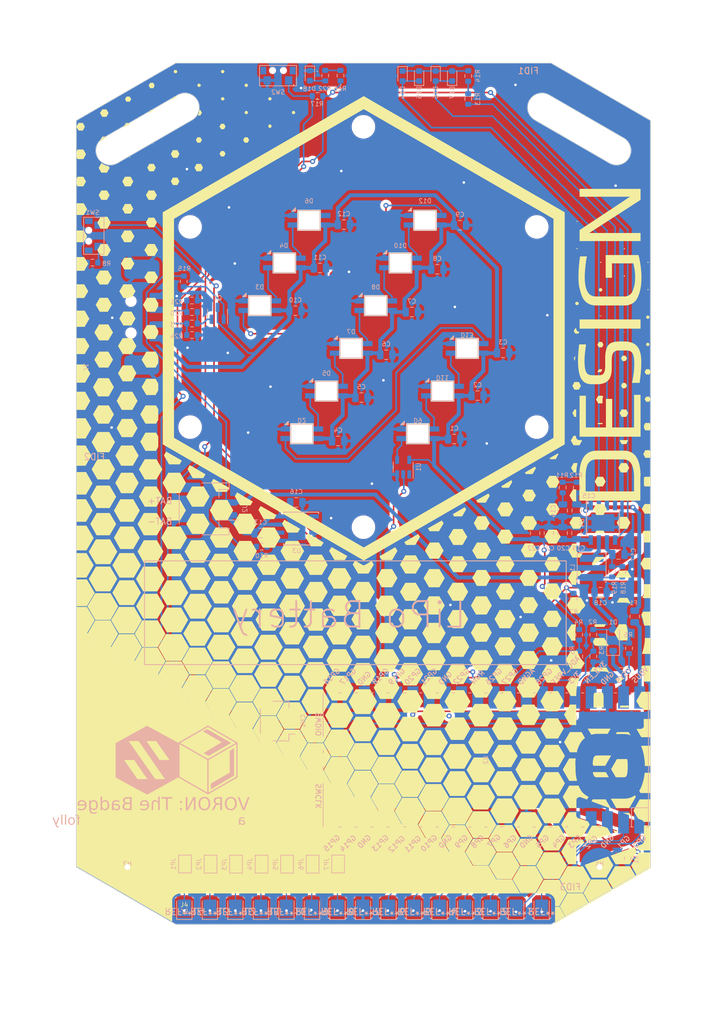
<source format=kicad_pcb>
(kicad_pcb (version 20221018) (generator pcbnew)
  (layers (0 "F.Cu" signal) (31 "B.Cu" signal) (34 "B.Paste" user) (35 "F.Paste" user) (36 "B.SilkS" user "B.Silkscreen") (37 "F.SilkS" user "F.Silkscreen") (38 "B.Mask" user) (39 "F.Mask" user) (44 "Edge.Cuts" user))
  (net 0 "")
  (net 1 "GND")
  (net 2 "+3V3")
  (net 3 "/logo_top_out")
  (net 4 "/logo_mid_out")
  (net 5 "Net-(D2-DOUT)")
  (net 6 "Net-(U3-VDD)")
  (net 7 "Net-(D3-DOUT)")
  (net 8 "-BATT")
  (net 9 "Net-(D5-DOUT)")
  (net 10 "Net-(C14-Pad1)")
  (net 11 "Net-(D7-DOUT)")
  (net 12 "Net-(D10-DIN)")
  (net 13 "BADGE_S6")
  (net 14 "BADGE_S5")
  (net 15 "BADGE_S4")
  (net 16 "BADGE_S3")
  (net 17 "BADGE_S2")
  (net 18 "BADGE_S1")
  (net 19 "BADGE_S0")
  (net 20 "Net-(U4-VIN)")
  (net 21 "I2C1_SDA")
  (net 22 "I2C1_SCL")
  (net 23 "SELF_S6")
  (net 24 "SELF_S5")
  (net 25 "SELF_S4")
  (net 26 "SELF_S3")
  (net 27 "SELF_S2")
  (net 28 "SELF_S1")
  (net 29 "SELF_S0")
  (net 30 "VBUS")
  (net 31 "Net-(D10-DOUT)")
  (net 32 "Net-(U4-BAT)")
  (net 33 "+BATT")
  (net 34 "+5V")
  (net 35 "Net-(D1-K)")
  (net 36 "Net-(D4-DOUT)")
  (net 38 "Net-(D11-DIN)")
  (net 39 "Net-(D11-DOUT)")
  (net 40 "/logo pixels in")
  (net 41 "Net-(D14-K)")
  (net 42 "Net-(D14-A)")
  (net 43 "Net-(D16-A)")
  (net 44 "Net-(D18-A)")
  (net 45 "/power supply/USB_D-")
  (net 46 "/power supply/USB_D+")
  (net 47 "/power supply/sw")
  (net 48 "Net-(Q1-B)")
  (net 49 "Net-(Q1-E)")
  (net 50 "/sense_vbat")
  (net 51 "/sense_5V")
  (net 52 "Net-(R8-Pad2)")
  (net 53 "Net-(R11-Pad1)")
  (net 54 "Net-(R13-Pad1)")
  (net 55 "Net-(U4-LED3)")
  (net 56 "/led_on")
  (net 57 "Net-(R16-Pad2)")
  (net 58 "/sw_press")
  (net 59 "/RESET")
  (net 60 "/pixels_sig")
  (net 68 "/pad_V")
  (net 69 "/pad_R")
  (net 70 "/pad_N")
  (footprint "MountingHole:MountingHole_3.2mm_M3_DIN965" (layer "F.Cu") (at 188.637944 81.432733)
    (fp_text reference "REF**" hide)
    (fp_text value "MountingHole_3.2mm_M3_DIN965")
  )
  (footprint "MountingHole:MountingHole_3.2mm_M3_DIN965" (layer "F.Cu") (at 161.468071 97.119267)
    (fp_text reference "REF**" hide)
    (fp_text value "MountingHole_3.2mm_M3_DIN965")
  )
  (footprint "MountingHole:MountingHole_3.2mm_M3_DIN965" (layer "F.Cu") (at 188.637944 50.059666)
    (fp_text reference "REF**" hide)
    (fp_text value "MountingHole_3.2mm_M3_DIN965")
  )
  (footprint "MountingHole:MountingHole_3.2mm_M3_DIN965" (layer "F.Cu") (at 161.468071 34.373133)
    (fp_text reference "REF**" hide)
    (fp_text value "MountingHole_3.2mm_M3_DIN965")
  )
  (footprint "footprints:voron_badge_edge_connector_pads" (layer "F.Cu") (at 161.4 156.8)
    (fp_text reference "J4")
    (fp_text value "Conn_02x07_Counter_Clockwise")
  )
  (footprint "MountingHole:MountingHole_3.2mm_M3_DIN965" (layer "F.Cu") (at 134.298198 81.432733)
    (fp_text reference "REF**" hide)
    (fp_text value "MountingHole_3.2mm_M3_DIN965")
  )
  (footprint "MountingHole:MountingHole_3.2mm_M3_DIN965" (layer "F.Cu") (at 134.298198 50.059666)
    (fp_text reference "REF**" hide)
    (fp_text value "MountingHole_3.2mm_M3_DIN965")
  )
  (footprint "Jumper:SolderJumper-2_P1.3mm_Open_TrianglePad1.0x1.5mm" (layer "B.Cu") (at 157.5 149.9 -90)
    (fp_text reference "JP7")
    (fp_text value "SolderJumper_2_Open")
  )
  (footprint "Connector_USB:USB_A_Jing_904-131A2032S10100" (layer "B.Cu") (at 125.03 64.2 90)
    (fp_text reference "J1")
    (fp_text value "USB_A")
  )
  (footprint "Button_Switch_SMD:ShouHan_TS24CA" (layer "B.Cu") (at 118.4 51.45 -90)
    (fp_text reference "SW1")
    (fp_text value "SW_Push")
  )
  (footprint "Resistor_SMD:R_0603_1608Metric" (layer "B.Cu") (at 134.6 61.6)
    (fp_text reference "R21")
    (fp_text value "51k")
  )
  (footprint "Resistor_SMD:R_0603_1608Metric" (layer "B.Cu") (at 177.895 26.4125 -90)
    (fp_text reference "R14")
    (fp_text value "1k")
  )
  (footprint "Connector:SpringContact_KH-302015-TP" (layer "B.Cu") (at 185.4 156.8)
    (fp_text reference "REF**1")
    (fp_text value "SpringContact_KH-302015-TP")
  )
  (footprint "Package_SO:Diodes_PSOP-8" (layer "B.Cu") (at 151.02 97.335 180)
    (fp_text reference "U3")
    (fp_text value "IP3005A")
  )
  (footprint "footprints:SK6812-MINI-E" (layer "B.Cu") (at 151.809 82.476201)
    (fp_text reference "D2")
    (fp_text value "SK6812MINI-E" hide)
    (fp_rect (start -1.8 1.6) (end 1.8 -1.6) (stroke (width 0.12)) (fill none) (layer "Edge.Cuts"))
  )
  (footprint "Resistor_SMD:R_0603_1608Metric" (layer "B.Cu") (at 197.5 117.375 -90)
    (fp_text reference "R3")
    (fp_text value "10k")
  )
  (footprint "Capacitor_SMD:C_0805_2012Metric" (layer "B.Cu") (at 154.65 56.5 180)
    (fp_text reference "C11")
    (fp_text value "100n")
  )
  (footprint "Connector:SpringContact_KH-302015-TP" (layer "B.Cu") (at 141.4 156.8)
    (fp_text reference "REF**12")
    (fp_text value "SpringContact_KH-302015-TP")
  )
  (footprint "Resistor_SMD:R_0603_1608Metric" (layer "B.Cu") (at 194.4 108.3 -90)
    (fp_text reference "R7")
    (fp_text value "1M")
  )
  (footprint "Connector_JST:JST_PH_S2B-PH-SM4-TB_1x02-1MP_P2.00mm_Horizontal" (layer "B.Cu") (at 137.1 94.25 90)
    (fp_text reference "J2")
    (fp_text value "Conn_01x02")
  )
  (footprint "Capacitor_SMD:C_0805_2012Metric" (layer "B.Cu") (at 158.4 49.7 180)
    (fp_text reference "C12")
    (fp_text value "100n")
  )
  (footprint "Jumper:SolderJumper-2_P1.3mm_Open_TrianglePad1.0x1.5mm" (layer "B.Cu") (at 137.5 149.925 -90)
    (fp_text reference "JP2")
    (fp_text value "SolderJumper_2_Open")
  )
  (footprint "Resistor_SMD:R_0603_1608Metric" (layer "B.Cu") (at 202.04 104.1 -90)
    (fp_text reference "R18")
    (fp_text value "1R")
  )
  (footprint "Capacitor_SMD:C_0805_2012Metric" (layer "B.Cu") (at 157.5 83.6 180)
    (fp_text reference "C4")
    (fp_text value "100n")
  )
  (footprint "footprints:SK6812-MINI-E" (layer "B.Cu") (at 171.127334 49.015866)
    (fp_text reference "D12")
    (fp_text value "SK6812MINI-E" hide)
    (fp_rect (start -1.8 1.6) (end 1.8 -1.6) (stroke (width 0.12)) (fill none) (layer "Edge.Cuts"))
  )
  (footprint "footprints:SK6812-MINI-E" (layer "B.Cu") (at 167.263667 55.707933)
    (fp_text reference "D10")
    (fp_text value "SK6812MINI-E" hide)
    (fp_rect (start -1.8 1.6) (end 1.8 -1.6) (stroke (width 0.12)) (fill none) (layer "Edge.Cuts"))
  )
  (footprint "Connector:SpringContact_KH-302015-TP" (layer "B.Cu") (at 133.4 156.8)
    (fp_text reference "REF**14")
    (fp_text value "SpringContact_KH-302015-TP")
  )
  (footprint "Resistor_SMD:R_0603_1608Metric" (layer "B.Cu") (at 134.6 65.2 180)
    (fp_text reference "R23")
    (fp_text value "75k")
  )
  (footprint "Resistor_SMD:R_0603_1608Metric" (layer "B.Cu") (at 134.6 63.4 180)
    (fp_text reference "R20")
    (fp_text value "43k")
  )
  (footprint "MountingHole:ColumnStud_M3" (layer "B.Cu") (at 124.468071 150.373133 180)
    (fp_text reference "H2")
    (fp_text value "MountingHole_Pad")
  )
  (footprint "footprints:SK6812-MINI-E" (layer "B.Cu") (at 173.859008 75.784467)
    (fp_text reference "D11")
    (fp_text value "SK6812MINI-E" hide)
    (fp_rect (start -1.8 1.6) (end 1.8 -1.6) (stroke (width 0.12)) (fill none) (layer "Edge.Cuts"))
  )
  (footprint "Capacitor_SMD:C_0805_2012Metric" (layer "B.Cu") (at 190.54 98.05 90)
    (fp_text reference "C21")
    (fp_text value "22u")
  )
  (footprint "footprints:SK6812-MINI-E" (layer "B.Cu") (at 149.077134 55.707933)
    (fp_text reference "D4")
    (fp_text value "SK6812MINI-E" hide)
    (fp_rect (start -1.8 1.6) (end 1.8 -1.6) (stroke (width 0.12)) (fill none) (layer "Edge.Cuts"))
  )
  (footprint "Jumper:SolderJumper-2_P1.3mm_Open_TrianglePad1.0x1.5mm" (layer "B.Cu") (at 149.5 149.925 -90)
    (fp_text reference "JP5")
    (fp_text value "SolderJumper_2_Open")
  )
  (footprint "Capacitor_SMD:C_0805_2012Metric" (layer "B.Cu") (at 175.7 83.3 180)
    (fp_text reference "C1")
    (fp_text value "100n")
  )
  (footprint "LED_SMD:LED_0603_1608Metric" (layer "B.Cu") (at 167.605 26.4125 -90)
    (fp_text reference "D14")
    (fp_text value "LED_W")
  )
  (footprint "Capacitor_SMD:C_0805_2012Metric" (layer "B.Cu") (at 188.38 98.05 90)
    (fp_text reference "C22")
    (fp_text value "22u")
  )
  (footprint "Capacitor_SMD:C_0805_2012Metric" (layer "B.Cu") (at 194.86 98.05 90)
    (fp_text reference "C19")
    (fp_text value "22u")
  )
  (footprint "Capacitor_SMD:C_0805_2012Metric" (layer "B.Cu") (at 179.35 76.5 180)
    (fp_text reference "C2")
    (fp_text value "100n")
  )
  (footprint "LED_SMD:LED_0603_1608Metric" (layer "B.Cu") (at 153.075 26.35 -90)
    (fp_text reference "D18")
    (fp_text value "LED_R")
  )
  (footprint "Capacitor_SMD:C_0805_2012Metric" (layer "B.Cu") (at 192.7 94.5 -90)
    (fp_text reference "C14")
    (fp_text value "10u")
  )
  (footprint "Capacitor_SMD:C_0805_2012Metric" (layer "B.Cu") (at 173.05 56.7 180)
    (fp_text reference "C8")
    (fp_text value "100n")
  )
  (footprint "footprints:SK6812-MINI-E" (layer "B.Cu") (at 152.9408 49.015866)
    (fp_text reference "D6")
    (fp_text value "SK6812MINI-E" hide)
    (fp_rect (start -1.8 1.6) (end 1.8 -1.6) (stroke (width 0.12)) (fill none) (layer "Edge.Cuts"))
  )
  (footprint "Diode_SMD:D_SOD-123" (layer "B.Cu") (at 200.6 114.85 90)
    (fp_text reference "D1")
    (fp_text value "D_Schottky")
  )
  (footprint "Fiducial:Fiducial_1mm_Mask2mm" (layer "B.Cu") (at 187.3 27.6 180)
    (fp_text reference "FID1")
    (fp_text value "Fiducial")
  )
  (footprint "Package_TO_SOT_SMD:SOT-23-5" (layer "B.Cu") (at 167.7 87.7 90)
    (fp_text reference "U1")
    (fp_text value "74LVC1G17")
  )
  (footprint "Jumper:SolderJumper-2_P1.3mm_Open_TrianglePad1.0x1.5mm" (layer "B.Cu") (at 153.5 149.925 -90)
    (fp_text reference "JP6")
    (fp_text value "SolderJumper_2_Open")
  )
  (footprint "Resistor_SMD:R_0603_1608Metric" (layer "B.Cu") (at 202.9 149.025 -90)
    (fp_text reference "R1")
    (fp_text value "1M")
  )
  (footprint "Connector:SpringContact_KH-302015-TP" (layer "B.Cu") (at 189.4 156.8)
    (fp_text reference "REF**")
    (fp_text value "SpringContact_KH-302015-TP")
  )
  (footprint "footprints:SK6812-MINI-E" (layer "B.Cu") (at 145.213467 62.4)
    (fp_text reference "D3")
    (fp_text value "SK6812MINI-E" hide)
    (fp_rect (start -1.8 1.6) (end 1.8 -1.6) (stroke (width 0.12)) (fill none) (layer "Edge.Cuts"))
  )
  (footprint "Connector_JST:JST_SH_SM04B-SRSS-TB_1x04-1MP_P1.00mm_Horizontal" (layer "B.Cu") (at 148 127.5 90)
    (fp_text reference "CN1")
    (fp_text value "PH4")
  )
  (footprint "LED_SMD:LED_0603_1608Metric" (layer "B.Cu") (at 175.375 26.4125 90)
    (fp_text reference "D17")
    (fp_text value "LED_W")
  )
  (footprint "Resistor_SMD:R_0603_1608Metric" (layer "B.Cu") (at 200.44 104.1 -90)
    (fp_text reference "R19")
    (fp_text value "1R")
  )
  (footprint "Resistor_SMD:R_0603_1608Metric" (layer "B.Cu") (at 194.9 90.9 -90)
    (fp_text reference "R11")
    (fp_text value "1R")
  )
  (footprint "footprints:RPi_Pico_SMD" (layer "B.Cu") (at 180.65 133.59 90)
    (fp_text reference "U2")
    (fp_text value "RP2040")
  )
  (footprint "Connector:SpringContact_KH-302015-TP" (layer "B.Cu") (at 145.4 156.8)
    (fp_text reference "REF**11")
    (fp_text value "SpringContact_KH-302015-TP")
  )
  (footprint "Connector:SpringContact_KH-302015-TP" (layer "B.Cu") (at 165.4 156.8)
    (fp_text reference "REF**6")
    (fp_text value "SpringContact_KH-302015-TP")
  )
  (footprint "Connector:SpringContact_KH-302015-TP" (layer "B.Cu") (at 137.4 156.8)
    (fp_text reference "REF**13")
    (fp_text value "SpringContact_KH-302015-TP")
  )
  (footprint "Resistor_SMD:R_0603_1608Metric" (layer "B.Cu") (at 134.6 67)
    (fp_text reference "R24")
    (fp_text value "51k")
  )
  (footprint "LED_SMD:LED_0603_1608Metric" (layer "B.Cu") (at 170.195 26.4125 90)
    (fp_text reference "D15")
    (fp_text value "LED_W")
  )
  (footprint "MountingHole:ColumnStud_M3" (layer "B.Cu") (at 198.468071 150.373133 180)
    (fp_text reference "H1")
    (fp_text value "MountingHole_Pad")
  )
  (footprint "Package_SO:Diodes_PSOP-8" (layer "B.Cu") (at 199.005 96.425 -90)
    (fp_text reference "U4")
    (fp_text value "IP5306")
  )
  (footprint "footprints:SK6812-MINI-E" (layer "B.Cu") (at 169.995342 82.476534)
    (fp_text reference "D9")
    (fp_text value "SK6812MINI-E" hide)
    (fp_rect (start -1.8 1.6) (end 1.8 -1.6) (stroke (width 0.12)) (fill none) (layer "Edge.Cuts"))
  )
  (footprint "Inductor_SMD:L_Sunlord_SWPA4020S" (layer "B.Cu") (at 197.24 103.5 -90)
    (fp_text reference "L1")
    (fp_text value "1uH")
  )
  (footprint "Button_Switch_SMD:ShouHan_TS24CA" (layer "B.Cu") (at 148.075 25.55 180)
    (fp_text reference "SW2")
    (fp_text value "SW_Push")
  )
  (footprint "Resistor_SMD:R_0603_1608Metric" (layer "B.Cu") (at 155.475 26.35 -90)
    (fp_text reference "R22")
    (fp_text value "1k")
  )
  (footprint "Resistor_SMD:R_0603_1608Metric" (layer "B.Cu") (at 192.7 90.9 90)
    (fp_text reference "R12")
    (fp_text value "1R")
  )
  (footprint "Resistor_SMD:R_0603_1608Metric" (layer "B.Cu") (at 177.895 30.0125 -90)
    (fp_text reference "R13")
    (fp_text value "1k")
  )
  (footprint "Capacitor_SMD:C_0805_2012Metric" (layer "B.Cu") (at 201.44 101.4)
    (fp_text reference "C17")
    (fp_text value "22u")
  )
  (footprint "Resistor_SMD:R_0603_1608Metric" (layer "B.Cu") (at 133.3 58.6 -90)
    (fp_text reference "R15")
    (fp_text value "100k")
  )
  (footprint "footprints:SK6812-MINI-E" (layer "B.Cu") (at 159.536334 69.092067)
    (fp_text reference "D7")
    (fp_text value "SK6812MINI-E" hide)
    (fp_rect (start -1.8 1.6) (end 1.8 -1.6) (stroke (width 0.12)) (fill none) (layer "Edge.Cuts"))
  )
  (footprint "footprints:SK6812-MINI-E" (layer "B.Cu") (at 177.722675 69.0924)
    (fp_text reference "D13")
    (fp_text value "SK6812MINI-E" hide)
    (fp_rect (start -1.8 1.6) (end 1.8 -1.6) (stroke (width 0.12)) (fill none) (layer "Edge.Cuts"))
  )
  (footprint "footprints:SK6812-MINI-E" (layer "B.Cu") (at 163.4 62.4)
    (fp_text reference "D8")
    (fp_text value "SK6812MINI-E" hide)
    (fp_rect (start -1.8 1.6) (end 1.8 -1.6) (stroke (width 0.12)) (fill none) (layer "Edge.Cuts"))
  )
  (footprint "Fiducial:Fiducial_1mm_Mask2mm" (layer "B.Cu") (at 193.9 155.5 180)
    (fp_text reference "FID3")
    (fp_text value "Fiducial")
  )
  (footprint "Jumper:SolderJumper-2_P1.3mm_Open_TrianglePad1.0x1.5mm" (layer "B.Cu") (at 133.5 149.9 -90)
    (fp_text reference "JP1")
    (fp_text value "SolderJumper_2_Open")
  )
  (footprint "Capacitor_SMD:C_0805_2012Metric" (layer "B.Cu") (at 176.6 49.8 180)
    (fp_text reference "C9")
    (fp_text value "100n")
  )
  (footprint "Fiducial:Fiducial_1mm_Mask2mm" (layer "B.Cu") (at 119.3 88.1 180)
    (fp_text reference "FID2")
    (fp_text value "Fiducial")
  )
  (footprint "Resistor_SMD:R_0603_1608Metric" (layer "B.Cu") (at 157.875 26.35 90)
    (fp_text reference "R16")
    (fp_text value "1k")
  )
  (footprint "footprints:LWLW" (layer "B.Cu") (at 137.096395 133.545262 180)
    (fp_text reference "REF**" hide)
    (fp_text value "LWLW")
  )
  (footprint "Capacitor_SMD:C_0805_2012Metric" (layer "B.Cu") (at 192.7 98.05 90)
    (fp_text reference "C20")
    (fp_text value "22u")
  )
  (footprint "Capacitor_SMD:C_0805_2012Metric" (layer "B.Cu") (at 169.05 63.4 180)
    (fp_text reference "C7")
    (fp_text value "100n")
  )
  (footprint "Capacitor_SMD:C_0805_2012Metric" (layer "B.Cu") (at 150.8 63.2 180)
    (fp_text reference "C10")
    (fp_text value "100n")
  )
  (footprint "Resistor_SMD:R_0805_2012Metric" (layer "B.Cu") (at 204 111.1125 90)
    (fp_text reference "F1")
    (fp_text value "2A")
  )
  (footprint "Resistor_SMD:R_0603_1608Metric" (layer "B.Cu") (at 195.3 117.375 -90)
    (fp_text reference "R5")
    (fp_text value "51k")
  )
  (footprint "Capacitor_SMD:C_0805_2012Metric" (layer "B.Cu") (at 194.9 94.5 -90)
    (fp_text reference "C15")
    (fp_text value "10u")
  )
  (footprint "Capacitor_SMD:C_0805_2012Metric" (layer "B.Cu") (at 150.945 93.235 180)
    (fp_text reference "C16")
    (fp_text value "2.2u")
  )
  (footprint "Capacitor_SMD:C_0805_2012Metric" (layer "B.Cu") (at 165.05 70.1 180)
    (fp_text reference "C6")
    (fp_text value "100n")
  )
  (footprint "Connector:SpringContact_KH-302015-TP" (layer "B.Cu") (at 173.4 156.8)
    (fp_text reference "REF**4")
    (fp_text value "SpringContact_KH-302015-TP")
  )
  (footprint "Capacitor_SMD:C_0805_2012Metric" (layer "B.Cu") (at 161.15 76.8 180)
    (fp_text reference "C5")
    (fp_text value "100n")
  )
  (footprint "Connector:SpringContact_KH-302015-TP" (layer "B.Cu") (at 177.4 156.8)
    (fp_text reference "REF**3")
    (fp_text value "SpringContact_KH-302015-TP")
  )
  (footprint "LED_SMD:LED_0603_1608Metric" (layer "B.Cu") (at 172.785 26.4125 -90)
    (fp_text reference "D16")
    (fp_text value "LED_W")
  )
  (footprint "Connector:SpringContact_KH-302015-TP" (layer "B.Cu") (at 153.4 156.8)
    (fp_text reference "REF**9")
    (fp_text value "SpringContact_KH-302015-TP")
  )
  (footprint "Connector:SpringContact_KH-302015-TP" (layer "B.Cu") (at 157.4 156.8)
    (fp_text reference "REF**8")
    (fp_text value "SpringContact_KH-302015-TP")
  )
  (footprint "Resistor_SMD:R_0603_1608Metric" (layer "B.Cu") (at 195.28 113.975 -90)
    (fp_text reference "R4")
    (fp_text value "43k")
  )
  (footprint "Capacitor_SMD:C_0805_2012Metric" (layer "B.Cu") (at 183.35 69.8 180)
    (fp_text reference "C3")
    (fp_text value "100n")
  )
  (footprint "footprints:SK6812-MINI-E" (layer "B.Cu") (at 155.672667 75.784134)
    (fp_text reference "D5")
    (fp_text value "SK6812MINI-E" hide)
    (fp_rect (start -1.8 1.6) (end 1.8 -1.6) (stroke (width 0.12)) (fill none) (layer "Edge.Cuts"))
  )
  (footprint "Resistor_SMD:R_0603_1608Metric" (layer "B.Cu") (at 119 55.65)
    (fp_text reference "R8")
    (fp_text value "1k")
  )
  (footprint "Capacitor_SMD:C_0805_2012Metric" (layer "B.Cu") (at 198.64 107.3)
    (fp_text reference "C18")
    (fp_text value "22u")
  )
  (footprint "Resistor_SMD:R_0603_1608Metric" (layer "B.Cu") (at 203.1 116.1 90)
    (fp_text reference "R6")
    (fp_text value "1M")
  )
  (footprint "Jumper:SolderJumper-2_P1.3mm_Open_TrianglePad1.0x1.5mm" (layer "B.Cu") (at 145.5 149.925 -90)
    (fp_text reference "JP4")
    (fp_text value "SolderJumper_2_Open")
  )
  (footprint "Jumper:SolderJumper-2_P1.3mm_Open_TrianglePad1.0x1.5mm" (layer "B.Cu") (at 141.5 149.925 -90)
    (fp_text reference "JP3")
    (fp_text value "SolderJumper_2_Open")
  )
  (footprint "Capacitor_SMD:C_0805_2012Metric" (layer "B.Cu") (at 145.345 98.035 180)
    (fp_text reference "C13")
    (fp_text value "4.7u")
  )
  (footprint "Resistor_SMD:R_0603_1608Metric" (layer "B.Cu") (at 145.52 100.17 180)
    (fp_text reference "R10")
    (fp_text value "100R")
  )
  (footprint "footprints:voron_badge_edge_spring_pads" (layer "B.Cu") (at 161.4 156.8)
    (fp_text reference "J3")
    (fp_text value "Conn_02x07_Counter_Clockwise" hide)
  )
  (footprint "Resistor_SMD:R_0603_1608Metric" (layer "B.Cu") (at 154.275 29.55 180)
    (fp_text reference "R17")
    (fp_text value "10k")
  )
  (footprint "Resistor_SMD:R_0603_1608Metric" (layer "B.Cu") (at 197.5 113.975 -90)
    (fp_text reference "R2")
    (fp_text value "10k")
  )
  (footprint "Connector:SpringContact_KH-302015-TP" (layer "B.Cu") (at 149.4 156.8)
    (fp_text reference "REF**10")
    (fp_text value "SpringContact_KH-302015-TP")
  )
  (footprint "Connector:SpringContact_KH-302015-TP" (layer "B.Cu") (at 161.4 156.8)
    (fp_text reference "REF**7")
    (fp_text value "SpringContact_KH-302015-TP")
  )
  (footprint "Package_TO_SOT_SMD:SOT-23" (layer "B.Cu") (at 138.6 63.6 90)
    (fp_text reference "Q1")
    (fp_text value "MMBT5401")
  )
  (footprint "Connector:SpringContact_KH-302015-TP" (layer "B.Cu") (at 181.4 156.8)
    (fp_text reference "REF**2")
    (fp_text value "SpringContact_KH-302015-TP")
  )
  (footprint "Connector:SpringContact_KH-302015-TP" (layer "B.Cu") (at 169.4 156.8)
    (fp_text reference "REF**5")
    (fp_text value "SpringContact_KH-302015-TP")
  )
  (gr_poly (pts (xy 122.625836 130.955558) (xy 122.625836 136.353056) (xy 127.564723 139.034167) (xy 131.958867 136.6) (xy 130.351667 136.6) (xy 128.834723 136.6) (xy 127.6 136.6) (xy 126.047779 136.6) (xy 123.966391 133.60139) (xy 125.518613 133.60139) (xy 127.6 136.6) (xy 128.834723 136.6) (xy 124.671946 130.638057) (xy 126.224169 130.638058) (xy 130.351667 136.6) (xy 131.958867 136.6) (xy 132.468333 136.317778) (xy 132.468333 133.60139) (xy 131.057222 133.60139) (xy 129.505 133.60139) (xy 127.45889 130.638057) (xy 128.975834 130.638058) (xy 131.057222 133.60139) (xy 132.468333 133.60139) (xy 132.468333 130.92028) (xy 127.529445 128.239169)) (fill solid) (layer "B.SilkS"))
  (gr_rect (start 127.15 102.4) (end 193.25 118.65) (stroke (width 0.15)) (fill none) (layer "B.SilkS"))
  (gr_poly (pts (xy 118.654435 73.0608) (xy 117.843046 74.471912) (xy 116.502491 74.471912) (xy 116.502491 71.614414) (xy 117.843046 71.614414)) (fill solid) (layer "F.SilkS"))
  (gr_poly (pts (xy 160.070534 135.184955) (xy 158.87109 137.301613) (xy 156.436922 137.301613) (xy 155.23748 135.184955) (xy 156.436922 133.103565) (xy 158.87109 133.103565)) (fill solid) (layer "F.SilkS"))
  (gr_poly (pts (xy 201.451358 119.098299) (xy 201.451353 119.098299) (xy 201.451353 119.098289)) (fill solid) (layer "F.SilkS"))
  (gr_poly (pts (xy 181.272474 96.485242) (xy 180.637475 97.543577) (xy 179.367471 97.543577) (xy 178.76775 96.485242) (xy 179.367471 95.39163) (xy 180.637475 95.39163)) (fill solid) (layer "F.SilkS"))
  (gr_poly (pts (xy 202.58034 112.32816) (xy 202.580635 112.331165) (xy 202.581111 112.333976) (xy 202.581754 112.3366) (xy 202.582553 112.339043) (xy 202.583494 112.341311) (xy 202.584564 112.343411) (xy 202.585751 112.34535) (xy 202.587041 112.347134) (xy 202.588421 112.34877) (xy 202.589879 112.350263) (xy 202.591401 112.351621) (xy 202.592975 112.352849) (xy 202.594588 112.353955) (xy 202.596226 112.354944) (xy 202.597878 112.355824) (xy 202.599529 112.3566) (xy 202.601168 112.357279) (xy 202.604355 112.358373) (xy 202.607335 112.359157) (xy 202.610005 112.359682) (xy 202.612261 112.360001) (xy 202.614001 112.360165) (xy 202.615517 112.360233) (xy 202.630262 112.375185) (xy 202.647486 112.393858) (xy 202.656771 112.404719) (xy 202.666365 112.416665) (xy 202.676165 112.429748) (xy 202.68607 112.444019) (xy 202.695974 112.459531) (xy 202.705775 112.476335) (xy 202.71537 112.494482) (xy 202.724655 112.514025) (xy 202.733527 112.535014) (xy 202.741882 112.557503) (xy 202.749618 112.581541) (xy 202.75663 112.607182) (xy 202.809544 112.920268) (xy 202.836002 113.068546) (xy 202.862465 113.206903) (xy 202.87411 113.287998) (xy 202.88286 113.372815) (xy 202.889131 113.461767) (xy 202.893334 113.555267) (xy 202.895883 113.653729) (xy 202.897192 113.757565) (xy 202.897743 113.983015) (xy 202.897192 114.208458) (xy 202.895883 114.312292) (xy 202.893334 114.410751) (xy 202.889131 114.50425) (xy 202.88286 114.593201) (xy 202.87411 114.67802) (xy 202.862465 114.759118) (xy 202.862465 114.864953) (xy 201.486631 114.864953) (xy 200.78107 113.594954) (xy 201.521905 112.324955) (xy 202.580239 112.324955)) (fill solid) (layer "F.SilkS"))
  (gr_poly (pts (xy 132.624432 42.898313) (xy 132.306931 43.498034) (xy 131.601376 43.498034) (xy 131.283876 42.898313) (xy 131.601376 42.333867) (xy 132.306931 42.333867)) (fill solid) (layer "F.SilkS"))
  (gr_poly (pts (xy 174.710805 130.881062) (xy 173.581919 132.821339) (xy 171.359421 132.821339) (xy 170.230531 130.881062) (xy 171.359421 128.940786) (xy 173.581919 128.940786)) (fill solid) (layer "F.SilkS"))
  (gr_poly (pts (xy 188.857194 105.05774) (xy 188.11636 106.327734) (xy 186.669969 106.327734) (xy 185.92914 105.05774) (xy 186.669969 103.823019) (xy 188.11636 103.823019)) (fill solid) (layer "F.SilkS"))
  (gr_poly (pts (xy 150.65137 27.834705) (xy 150.580814 27.905261) (xy 150.474981 27.905261) (xy 150.439703 27.834705) (xy 150.474981 27.728872) (xy 150.580814 27.728872)) (fill solid) (layer "F.SilkS"))
  (gr_poly (pts (xy 185.470527 120.12134) (xy 184.553301 121.708844) (xy 182.718859 121.708844) (xy 181.801639 120.12134) (xy 182.718859 118.533836) (xy 184.553301 118.533836)) (fill solid) (layer "F.SilkS"))
  (gr_poly (pts (xy 178.591363 145.874111) (xy 177.356638 147.990779) (xy 174.957748 147.990779) (xy 173.723027 145.874111) (xy 174.957748 143.792721) (xy 177.356638 143.792721)) (fill solid) (layer "F.SilkS"))
  (gr_poly (pts (xy 204.167742 139.383013) (xy 203.144692 141.146898) (xy 201.09858 141.146898) (xy 200.251916 139.665229) (xy 202.298022 139.665229) (xy 202.422468 139.663162) (xy 202.544484 139.656961) (xy 202.664124 139.646626) (xy 202.781438 139.632156) (xy 202.896478 139.613553) (xy 203.009296 139.590815) (xy 203.119944 139.563943) (xy 203.228472 139.532937) (xy 203.334934 139.497797) (xy 203.439381 139.458523) (xy 203.541863 139.415115) (xy 203.642434 139.367573) (xy 203.741144 139.315897) (xy 203.838045 139.260087) (xy 203.93319 139.200143) (xy 204.026629 139.136065)) (fill solid) (layer "F.SilkS"))
  (gr_poly (pts (xy 125.568877 55.809975) (xy 125.039711 56.727196) (xy 123.981378 56.727196) (xy 123.452212 55.809975) (xy 123.981378 54.892754) (xy 125.039711 54.892754)) (fill solid) (layer "F.SilkS"))
  (gr_poly (pts (xy 122.887767 100.965517) (xy 121.758878 102.905793) (xy 119.536379 102.905793) (xy 118.407491 100.965517) (xy 119.536379 99.02524) (xy 121.758878 99.02524)) (fill solid) (layer "F.SilkS"))
  (gr_poly (pts (xy 145.112759 113.771346) (xy 143.983871 115.711622) (xy 141.761373 115.711622) (xy 140.632485 113.771346) (xy 141.761373 111.866347) (xy 143.983871 111.866347)) (fill solid) (layer "F.SilkS"))
  (gr_poly (pts (xy 204.701937 54.942224) (xy 204.796678 55.407587) (xy 204.87571 55.864682) (xy 204.939445 56.312682) (xy 204.988297 56.75076) (xy 205.02268 57.17809) (xy 205.043006 57.593843) (xy 205.04969 57.997195) (xy 205.048105 58.165936) (xy 205.043626 58.328476) (xy 205.036667 58.485228) (xy 205.027641 58.636605) (xy 205.016961 58.783022) (xy 205.005041 58.92489) (xy 204.979133 59.196639) (xy 204.96425 59.329) (xy 204.94606 59.461774) (xy 204.924562 59.595375) (xy 204.899757 59.730216) (xy 204.871645 59.86671) (xy 204.840225 60.005272) (xy 204.805498 60.146314) (xy 204.767463 60.290249) (xy 204.714477 60.447207) (xy 204.661077 60.600032) (xy 204.606851 60.747895) (xy 204.551385 60.889971) (xy 204.494266 61.025432) (xy 204.43508 61.153452) (xy 204.404583 61.214412) (xy 204.373414 61.273203) (xy 204.341522 61.32972) (xy 204.308856 61.383859) (xy 204.274955 61.436354) (xy 204.239401 61.48797) (xy 204.202194 61.538657) (xy 204.163333 61.588361) (xy 204.122818 61.637031) (xy 204.080649 61.684617) (xy 204.036828 61.731065) (xy 203.991352 61.776325) (xy 203.944223 61.820345) (xy 203.89544 61.863073) (xy 203.845004 61.904457) (xy 203.792915 61.944446) (xy 203.739171 61.982988) (xy 203.683775 62.020031) (xy 203.626725 62.055524) (xy 203.568021 62.089415) (xy 203.501857 62.121653) (xy 203.43559 62.152185) (xy 203.369116 62.18096) (xy 203.302333 62.207927) (xy 203.235136 62.233033) (xy 203.167423 62.256227) (xy 203.099089 62.277458) (xy 203.030032 62.296673) (xy 202.960148 62.313821) (xy 202.889334 62.328851) (xy 202.817486 62.34171) (xy 202.744502 62.352346) (xy 202.670277 62.360709) (xy 202.594708 62.366747) (xy 202.517692 62.370408) (xy 202.439125 62.371639) (xy 197.923573 62.371639) (xy 197.824785 62.369986) (xy 197.726927 62.365025) (xy 197.630103 62.356757) (xy 197.534416 62.345181) (xy 197.439969 62.330299) (xy 197.346866 62.312109) (xy 197.255209 62.290612) (xy 197.165103 62.265807) (xy 197.07665 62.237695) (xy 196.989954 62.206276) (xy 196.905119 62.17155) (xy 196.822247 62.133516) (xy 196.741441 62.092175) (xy 196.662806 62.047526) (xy 196.586445 61.99957) (xy 196.512461 61.948307) (xy 196.440941 61.89415) (xy 196.371902 61.837512) (xy 196.305344 61.778394) (xy 196.241265 61.716796) (xy 196.179667 61.652717) (xy 196.12055 61.586158) (xy 196.063913 61.517118) (xy 196.009756 61.445598) (xy 195.95808 61.371598) (xy 195.908884 61.295117) (xy 195.862168 61.216155) (xy 195.817933 61.134713) (xy 195.776178 61.050791) (xy 195.736904 60.964388) (xy 195.70011 60.875504) (xy 195.665796 60.784141) (xy 195.602821 60.600585) (xy 195.545633 60.420338) (xy 195.493407 60.243398) (xy 195.445314 60.069765) (xy 195.358223 59.732422) (xy 195.277745 59.408307) (xy 195.252942 59.246388) (xy 195.231444 59.07868) (xy 195.213254 58.906012) (xy 195.198371 58.729209) (xy 195.186795 58.5491) (xy 195.178526 58.366509) (xy 195.173564 58.182265) (xy 195.17191 57.997195) (xy 195.176733 57.54072) (xy 195.190652 57.097061) (xy 195.212838 56.665805) (xy 195.242466 56.246537) (xy 195.278709 55.838844) (xy 195.320738 55.442314) (xy 195.367729 55.056531) (xy 195.418853 54.681084) (xy 196.512466 54.681084) (xy 196.474364 54.821644) (xy 196.439156 54.978741) (xy 196.406428 55.152374) (xy 196.375767 55.342543) (xy 196.346759 55.549248) (xy 196.318991 55.77249) (xy 196.265523 56.268583) (xy 196.240719 56.514907) (xy 196.219223 56.750896) (xy 196.201033 56.976137) (xy 196.186151 57.190215) (xy 196.174575 57.392718) (xy 196.166307 57.583231) (xy 196.161346 57.761343) (xy 196.159693 57.926638) (xy 196.166316 58.292085) (xy 196.174604 58.46611) (xy 196.18622 58.634329) (xy 196.201168 58.796734) (xy 196.219456 58.953318) (xy 196.24109 59.104077) (xy 196.266076 59.249002) (xy 196.294422 59.388088) (xy 196.326132 59.521328) (xy 196.361215 59.648716) (xy 196.399676 59.770245) (xy 196.441522 59.885908) (xy 196.486759 59.9957) (xy 196.535394 60.099614) (xy 196.587433 60.197643) (xy 196.642882 60.289781) (xy 196.701749 60.376021) (xy 196.764039 60.456357) (xy 196.82976 60.530783) (xy 196.898917 60.599292) (xy 196.971516 60.661878) (xy 197.047566 60.718533) (xy 197.127071 60.769253) (xy 197.210038 60.814029) (xy 197.296475 60.852857) (xy 197.386386 60.885728) (xy 197.47978 60.912638) (xy 197.576661 60.933578) (xy 197.677037 60.948544) (xy 197.780915 60.957528) (xy 197.888299 60.960525) (xy 202.403857 60.960525) (xy 202.46258 60.959293) (xy 202.519752 60.955633) (xy 202.575476 60.949595) (xy 202.629857 60.941232) (xy 202.682998 60.930595) (xy 202.735002 60.917737) (xy 202.785972 60.902708) (xy 202.836011 60.88556) (xy 202.885224 60.866345) (xy 202.933714 60.845114) (xy 202.981583 60.82192) (xy 203.028936 60.796814) (xy 203.075876 60.769848) (xy 203.122505 60.741073) (xy 203.168928 60.710541) (xy 203.215248 60.678303) (xy 203.260722 60.644007) (xy 203.304543 60.607334) (xy 203.34671 60.568387) (xy 203.387224 60.52727) (xy 203.426084 60.484086) (xy 203.463291 60.438938) (xy 203.498844 60.39193) (xy 203.532744 60.343165) (xy 203.56499 60.292746) (xy 203.595583 60.240776) (xy 203.624522 60.18736) (xy 203.651807 60.132601) (xy 203.677439 60.076601) (xy 203.701417 60.019464) (xy 203.723742 59.961294) (xy 203.744413 59.902193) (xy 203.822685 59.664069) (xy 203.859753 59.545007) (xy 203.89434 59.425944) (xy 203.925621 59.306882) (xy 203.952767 59.187819) (xy 203.964531 59.128288) (xy 203.974952 59.068756) (xy 203.983927 59.009225) (xy 203.991351 58.949694) (xy 204.017258 58.704954) (xy 204.029178 58.577624) (xy 204.039858 58.446985) (xy 204.048885 58.31304) (xy 204.055844 58.175787) (xy 204.060323 58.035227) (xy 204.061907 57.89136) (xy 204.057015 57.638352) (xy 204.042615 57.382037) (xy 204.019119 57.122415) (xy 203.986941 56.859486) (xy 203.946495 56.593249) (xy 203.898194 56.323705) (xy 203.842451 56.050853) (xy 203.779681 55.774694) (xy 200.428297 55.774694) (xy 200.428297 58.032473) (xy 199.44052 58.032473) (xy 199.44052 54.469419) (xy 204.591072 54.469419)) (fill solid) (layer "F.SilkS"))
  (gr_poly (pts (xy 206.49608 72.778583) (xy 206.249132 73.201913) (xy 205.790524 73.201913) (xy 205.543576 72.778583) (xy 205.790524 72.355244) (xy 206.249132 72.355244)) (fill solid) (layer "F.SilkS"))
  (gr_poly (pts (xy 198.6198 123.049601) (xy 198.644731 123.050191) (xy 198.668667 123.051143) (xy 198.691627 123.05243) (xy 198.713632 123.054028) (xy 198.734699 123.05591) (xy 198.75485 123.05805) (xy 198.774103 123.060422) (xy 198.792477 123.063002) (xy 198.809992 123.065762) (xy 198.842522 123.071721) (xy 198.871848 123.078095) (xy 198.898126 123.084675) (xy 198.921509 123.091255) (xy 198.942154 123.097629) (xy 198.975846 123.108931) (xy 198.989204 123.113446) (xy 199.000443 123.116928) (xy 199.009719 123.11917) (xy 199.013668 123.119762) (xy 199.017185 123.119966) (xy 199.021733 123.138911) (xy 199.033722 123.172326) (xy 199.050672 123.224759) (xy 199.070103 123.300757) (xy 199.079973 123.349014) (xy 199.089533 123.404867) (xy 199.098473 123.468886) (xy 199.106483 123.541638) (xy 199.113253 123.623691) (xy 199.118472 123.715615) (xy 199.121831 123.817977) (xy 199.12302 123.931347) (xy 199.12302 125.377737) (xy 197.535521 125.377737) (xy 197.535521 123.931347) (xy 197.536322 123.829606) (xy 197.538622 123.735876) (xy 197.542265 123.649896) (xy 197.547097 123.571409) (xy 197.552963 123.500157) (xy 197.559706 123.435881) (xy 197.567174 123.378322) (xy 197.57521 123.327223) (xy 197.583659 123.282325) (xy 197.592366 123.24337) (xy 197.601177 123.210099) (xy 197.609937 123.182254) (xy 197.618489 123.159576) (xy 197.62668 123.141808) (xy 197.634354 123.128691) (xy 197.637949 123.123795) (xy 197.641356 123.119966) (xy 197.648789 123.113358) (xy 197.657824 123.106802) (xy 197.668409 123.10035) (xy 197.680493 123.094052) (xy 197.694024 123.087962) (xy 197.70895 123.08213) (xy 197.725219 123.076609) (xy 197.742781 123.071449) (xy 197.761583 123.066703) (xy 197.781573 123.062422) (xy 197.8027 123.058658) (xy 197.824912 123.055463) (xy 197.848157 123.052887) (xy 197.872385 123.050984) (xy 197.897542 123.049804) (xy 197.923578 123.049399) (xy 198.593856 123.049399)) (fill solid) (layer "F.SilkS"))
  (gr_poly (pts (xy 196.124409 146.614945) (xy 195.17191 146.93244) (xy 195.152275 146.939464) (xy 195.133067 146.94729) (xy 195.114298 146.955891) (xy 195.095981 146.965241) (xy 195.060755 146.986085) (xy 195.027493 147.009616) (xy 194.996297 147.035628) (xy 194.967272 147.063913) (xy 194.940521 147.094265) (xy 194.916147 147.126477) (xy 194.894253 147.160342) (xy 194.874943 147.195654) (xy 194.858321 147.232205) (xy 194.844488 147.26979) (xy 194.83355 147.308201) (xy 194.825609 147.347232) (xy 194.820769 147.386676) (xy 194.819132 147.426326) (xy 194.819132 149.754664) (xy 194.819528 149.767885) (xy 194.820648 149.781054) (xy 194.822388 149.794119) (xy 194.824645 149.80703) (xy 194.827316 149.819734) (xy 194.830296 149.83218) (xy 194.836774 149.856089) (xy 194.843252 149.878345) (xy 194.848903 149.898533) (xy 194.851159 149.907723) (xy 194.852899 149.916241) (xy 194.854019 149.924036) (xy 194.854416 149.931055) (xy 193.584412 149.931055) (xy 192.455526 147.990779) (xy 193.584412 146.050502) (xy 195.806915 146.050502)) (fill solid) (layer "F.SilkS"))
  (gr_poly (pts (xy 199.616911 94.298023) (xy 199.087747 95.215239) (xy 197.994134 95.215239) (xy 197.464965 94.298023) (xy 197.958851 93.486632) (xy 199.158298 93.486632)) (fill solid) (layer "F.SilkS"))
  (gr_poly (pts (xy 163.421923 115.888004) (xy 162.398867 117.651899) (xy 160.388034 117.651899) (xy 159.364978 115.888004) (xy 160.388034 114.124129) (xy 162.398867 114.124129)) (fill solid) (layer "F.SilkS"))
  (gr_poly (pts (xy 121.864712 49.389421) (xy 121.335545 50.341921) (xy 120.277212 50.341921) (xy 119.748046 49.389421) (xy 120.277212 48.472198) (xy 121.335545 48.472198)) (fill solid) (layer "F.SilkS"))
  (gr_poly (pts (xy 170.830252 124.425233) (xy 169.807201 126.189118) (xy 167.796363 126.189118) (xy 166.773307 124.425233) (xy 167.796363 122.661348) (xy 169.807201 122.661348)) (fill solid) (layer "F.SilkS"))
  (gr_poly (pts (xy 198.946634 80.963024) (xy 198.135243 80.963024) (xy 198.241078 80.786633) (xy 198.946634 80.786633)) (fill solid) (layer "F.SilkS"))
  (gr_poly (pts (xy 198.770242 55.598308) (xy 198.69969 55.70414) (xy 198.629134 55.70414) (xy 198.558577 55.598308) (xy 198.629134 55.527751) (xy 198.69969 55.527751)) (fill solid) (layer "F.SilkS"))
  (gr_poly (pts (xy 133.012485 86.678019) (xy 132.659709 87.277741) (xy 131.001653 87.277741) (xy 130.190265 85.866633) (xy 130.543042 85.266912)) (fill solid) (layer "F.SilkS"))
  (gr_poly (pts (xy 145.112759 118.075239) (xy 143.983871 119.980227) (xy 141.761373 119.980227) (xy 140.632485 118.075239) (xy 141.761373 116.134952) (xy 143.983871 116.134952)) (fill solid) (layer "F.SilkS"))
  (gr_poly (pts (xy 205.402463 97.68468) (xy 206.460792 97.68468) (xy 206.49607 97.719958) (xy 206.49607 99.483848) (xy 206.460792 99.519126) (xy 205.437741 99.519126) (xy 205.437741 98.637184) (xy 205.437331 98.617345) (xy 205.436113 98.597531) (xy 205.434108 98.577769) (xy 205.431333 98.558085) (xy 205.427809 98.538504) (xy 205.423556 98.519052) (xy 205.418592 98.499755) (xy 205.412936 98.480639) (xy 205.406609 98.46173) (xy 205.399629 98.443053) (xy 205.392017 98.424635) (xy 205.38379 98.406501) (xy 205.374969 98.388677) (xy 205.365574 98.371189) (xy 205.355623 98.354062) (xy 205.345136 98.337323) (xy 205.334132 98.320998) (xy 205.32263 98.305112) (xy 205.310651 98.289691) (xy 205.298213 98.27476) (xy 205.285335 98.260347) (xy 205.272038 98.246476) (xy 205.25834 98.233174) (xy 205.244262 98.220466) (xy 205.229821 98.208378) (xy 205.215038 98.196936) (xy 205.199932 98.186166) (xy 205.184523 98.176094) (xy 205.168829 98.166745) (xy 205.152871 98.158145) (xy 205.136666 98.150321) (xy 205.120236 98.143298) (xy 205.402463 97.649406)) (fill solid) (layer "F.SilkS"))
  (gr_poly (pts (xy 129.30832 70.344415) (xy 129.30832 71.402744) (xy 128.884986 72.108301) (xy 127.438599 72.108301) (xy 126.697766 70.87358) (xy 127.438599 69.603581) (xy 128.884986 69.603581)) (fill solid) (layer "F.SilkS"))
  (gr_poly (pts (xy 181.272474 92.181355) (xy 180.637475 93.274962) (xy 179.367471 93.274962) (xy 179.155806 92.922184) (xy 181.060804 91.828577)) (fill solid) (layer "F.SilkS"))
  (gr_poly (pts (xy 203.321083 96.414686) (xy 202.791908 97.367185) (xy 201.698301 97.367185) (xy 201.169132 96.414686) (xy 201.698301 95.497465) (xy 202.791908 95.497465)) (fill solid) (layer "F.SilkS"))
  (gr_poly (pts (xy 171.18303 141.605506) (xy 169.948309 143.722174) (xy 167.54942 143.722174) (xy 166.349977 141.605506) (xy 167.54942 139.524116) (xy 169.948309 139.524116)) (fill solid) (layer "F.SilkS"))
  (gr_poly (pts (xy 144.93637 109.467463) (xy 143.913314 111.231348) (xy 141.867205 111.231348) (xy 140.84415 109.467463) (xy 141.867205 107.703573) (xy 143.913314 107.703573)) (fill solid) (layer "F.SilkS"))
  (gr_poly (pts (xy 194.793222 112.466068) (xy 194.781303 112.518986) (xy 194.770624 112.571903) (xy 194.761598 112.624821) (xy 194.754639 112.677738) (xy 194.752064 112.704197) (xy 194.75016 112.730656) (xy 194.74898 112.757114) (xy 194.748576 112.783573) (xy 194.72267 113.060831) (xy 194.70007 113.361242) (xy 194.691043 113.519096) (xy 194.684083 113.681498) (xy 194.679604 113.848035) (xy 194.678019 114.018294) (xy 194.713302 114.864953) (xy 194.713302 114.900241) (xy 194.078293 114.900241) (xy 193.337458 113.630242) (xy 194.078293 112.360233) (xy 194.819127 112.360233)) (fill solid) (layer "F.SilkS"))
  (gr_poly (pts (xy 133.647486 90.170516) (xy 132.730264 91.793298) (xy 130.89582 91.793298) (xy 129.978599 90.170516) (xy 130.89582 88.583018) (xy 132.730264 88.583018)) (fill solid) (layer "F.SilkS"))
  (gr_poly (pts (xy 128.602765 37.077481) (xy 128.426376 37.077481) (xy 128.67332 36.936369)) (fill solid) (layer "F.SilkS"))
  (gr_poly (pts (xy 148.958037 124.495789) (xy 147.758592 126.612458) (xy 145.324427 126.612458) (xy 144.124984 124.495789) (xy 145.324427 122.4144) (xy 147.758592 122.4144)) (fill solid) (layer "F.SilkS"))
  (gr_poly (pts (xy 119.359991 111.689956) (xy 118.125268 113.771346) (xy 116.502491 113.771346) (xy 116.502491 109.608571) (xy 118.125268 109.608571)) (fill solid) (layer "F.SilkS"))
  (gr_poly (pts (xy 139.715264 29.986649) (xy 139.538875 30.233594) (xy 139.256651 30.233594) (xy 139.11554 29.986649) (xy 139.256651 29.739705) (xy 139.538875 29.739705)) (fill solid) (layer "F.SilkS"))
  (gr_poly (pts (xy 193.055247 132.962452) (xy 192.032191 134.726347) (xy 189.98608 134.726347) (xy 188.998302 132.962452) (xy 189.98608 131.233835) (xy 192.032191 131.233835)) (fill solid) (layer "F.SilkS"))
  (gr_poly (pts (xy 195.559972 74.965803) (xy 195.242467 75.565524) (xy 194.536911 75.565524) (xy 194.219411 74.965803) (xy 194.536911 74.366082) (xy 195.242467 74.366082)) (fill solid) (layer "F.SilkS"))
  (gr_poly (pts (xy 197.588992 119.053646) (xy 197.669676 119.065568) (xy 197.751601 119.076249) (xy 197.835179 119.085276) (xy 197.920825 119.092236) (xy 198.00895 119.096715) (xy 198.099969 119.098299) (xy 199.54636 119.098299) (xy 200.040246 119.944959) (xy 199.986519 119.919328) (xy 199.931242 119.895351) (xy 199.874518 119.873028) (xy 199.81645 119.852357) (xy 199.757142 119.83334) (xy 199.696698 119.815977) (xy 199.63522 119.800267) (xy 199.572812 119.78621) (xy 199.509577 119.773807) (xy 199.445619 119.763057) (xy 199.381041 119.753962) (xy 199.315947 119.746519) (xy 199.250439 119.740731) (xy 199.184621 119.736596) (xy 199.118596 119.734116) (xy 199.052468 119.733289) (xy 197.35913 119.733289) (xy 197.274245 119.73384) (xy 197.228908 119.73515) (xy 197.182744 119.7377) (xy 197.136581 119.741904) (xy 197.113757 119.744756) (xy 197.091245 119.748176) (xy 197.069145 119.752217) (xy 197.047563 119.756929) (xy 197.0266 119.762365) (xy 197.006362 119.768577) (xy 197.429692 119.027733)) (fill solid) (layer "F.SilkS"))
  (gr_poly (pts (xy 203.356351 129.752177) (xy 203.296408 129.726545) (xy 203.235637 129.702566) (xy 203.174039 129.680242) (xy 203.111614 129.659571) (xy 203.048362 129.640554) (xy 202.984284 129.62319) (xy 202.919378 129.60748) (xy 202.853646 129.593424) (xy 202.787086 129.581022) (xy 202.7197 129.570273) (xy 202.651487 129.561178) (xy 202.582448 129.553736) (xy 202.512581 129.547948) (xy 202.441888 129.543814) (xy 202.370369 129.541333) (xy 202.298022 129.540507) (xy 201.028023 129.540507) (xy 201.20441 129.223012) (xy 203.038857 129.223012)) (fill solid) (layer "F.SilkS"))
  (gr_poly (pts (xy 147.829149 95.215239) (xy 147.476371 95.850238) (xy 145.818315 95.850238) (xy 145.006927 94.403848) (xy 145.359705 93.804126)) (fill solid) (layer "F.SilkS"))
  (gr_poly (pts (xy 184.800249 90.029408) (xy 184.271085 90.946634) (xy 183.212751 90.946634) (xy 183.071638 90.699686) (xy 184.659136 89.747187)) (fill solid) (layer "F.SilkS"))
  (gr_poly (pts (xy 126.062766 77.329414) (xy 125.251377 78.740521) (xy 123.593322 78.740521) (xy 122.781933 77.329414) (xy 123.593322 75.883024) (xy 125.251377 75.883024)) (fill solid) (layer "F.SilkS"))
  (gr_poly (pts (xy 122.0411 57.997195) (xy 121.406101 59.090807) (xy 120.136101 59.090807) (xy 119.501101 57.997195) (xy 120.136101 56.903585) (xy 121.406101 56.903585)) (fill solid) (layer "F.SilkS"))
  (gr_poly (pts (xy 167.302476 130.881062) (xy 166.208864 132.821339) (xy 163.951088 132.821339) (xy 162.857475 130.881062) (xy 163.951088 128.940786) (xy 166.208864 128.940786)) (fill solid) (layer "F.SilkS"))
  (gr_poly (pts (xy 170.653865 111.548842) (xy 169.736639 113.136346) (xy 167.902198 113.136346) (xy 166.984977 111.548842) (xy 167.902198 109.961349) (xy 169.736639 109.961349)) (fill solid) (layer "F.SilkS"))
  (gr_poly (pts (xy 195.242467 62.054139) (xy 195.101359 62.301085) (xy 194.783854 62.301085) (xy 194.642746 62.054139) (xy 194.783854 61.807196) (xy 195.101359 61.807196)) (fill solid) (layer "F.SilkS"))
  (gr_poly (pts (xy 181.589974 113.665511) (xy 180.778583 115.076623) (xy 179.120528 115.076623) (xy 178.309137 113.665511) (xy 179.120528 112.21912) (xy 180.778583 112.21912)) (fill solid) (layer "F.SilkS"))
  (gr_poly (pts (xy 129.30832 66.322752) (xy 129.30832 66.781359) (xy 128.814432 67.628026) (xy 127.544432 67.628026) (xy 126.909432 66.534416) (xy 127.544432 65.440806) (xy 128.814432 65.440806)) (fill solid) (layer "F.SilkS"))
  (gr_poly (pts (xy 174.216919 109.396901) (xy 173.370249 110.808008) (xy 171.747478 110.808008) (xy 170.900808 109.396901) (xy 171.747478 107.950516) (xy 173.370249 107.950516)) (fill solid) (layer "F.SilkS"))
  (gr_poly (pts (xy 194.783854 82.938574) (xy 194.784571 82.964923) (xy 194.786696 82.991027) (xy 194.790191 83.016846) (xy 194.795016 83.042342) (xy 194.801133 83.067476) (xy 194.808503 83.09221) (xy 194.817088 83.116505) (xy 194.826848 83.140321) (xy 194.837746 83.163621) (xy 194.849741 83.186365) (xy 194.862796 83.208515) (xy 194.876871 83.230032) (xy 194.891928 83.250877) (xy 194.907928 83.271012) (xy 194.924833 83.290397) (xy 194.942603 83.308994) (xy 194.9612 83.326764) (xy 194.980585 83.343669) (xy 195.000719 83.359669) (xy 195.021564 83.374727) (xy 195.043081 83.388802) (xy 195.065231 83.401857) (xy 195.087975 83.413852) (xy 195.111274 83.424749) (xy 195.135091 83.43451) (xy 195.159385 83.443094) (xy 195.184118 83.450465) (xy 195.209252 83.456582) (xy 195.234748 83.461407) (xy 195.260567 83.464902) (xy 195.28667 83.467027) (xy 195.313018 83.467744) (xy 195.665796 83.467744) (xy 195.736353 83.573579) (xy 195.313018 84.314413) (xy 195.313018 84.279135) (xy 194.395797 84.279135) (xy 193.972463 83.538301) (xy 194.395797 82.797466) (xy 194.783854 82.797466)) (fill solid) (layer "F.SilkS"))
  (gr_poly (pts (xy 188.857194 109.326344) (xy 188.11636 110.596348) (xy 186.669969 110.596348) (xy 185.92914 109.326344) (xy 186.669969 108.091624) (xy 188.11636 108.091624)) (fill solid) (layer "F.SilkS"))
  (gr_poly (pts (xy 118.513324 68.721639) (xy 117.772491 69.991637) (xy 116.502491 69.991637) (xy 116.502491 67.486915) (xy 117.772491 67.486915)) (fill solid) (layer "F.SilkS"))
  (gr_poly (pts (xy 129.273043 57.961919) (xy 128.743877 58.87914) (xy 127.685543 58.87914) (xy 127.121099 57.961919) (xy 127.685543 57.044696) (xy 128.743877 57.044696)) (fill solid) (layer "F.SilkS"))
  (gr_poly (pts (xy 196.829965 156.139947) (xy 193.196355 158.256605) (xy 192.243856 156.563276) (xy 193.443303 154.481896) (xy 195.877466 154.481896)) (fill solid) (layer "F.SilkS"))
  (gr_poly (pts (xy 124.8986 39.229424) (xy 124.722211 39.229424) (xy 124.969155 39.053035)) (fill solid) (layer "F.SilkS"))
  (gr_poly (pts (xy 126.239155 85.901912) (xy 125.321933 87.48941) (xy 123.487489 87.48941) (xy 122.570267 85.901912) (xy 123.487489 84.314413) (xy 125.321933 84.314413)) (fill solid) (layer "F.SilkS"))
  (gr_poly (pts (xy 119.324707 115.711571) (xy 121.794151 115.711571) (xy 123.028873 117.863518) (xy 125.498316 117.863518) (xy 126.733038 120.015464) (xy 129.202482 120.015464) (xy 130.437204 122.167411) (xy 132.906648 122.167411) (xy 134.14137 124.319357) (xy 136.610813 124.319357) (xy 137.845534 126.471304) (xy 140.314978 126.471304) (xy 141.549701 128.62325) (xy 144.019144 128.62325) (xy 145.253865 130.775197) (xy 147.723309 130.775197) (xy 148.958032 132.927143) (xy 151.427475 132.927143) (xy 152.662196 135.07909) (xy 155.13164 135.07909) (xy 156.366363 137.231036) (xy 158.835806 137.231036) (xy 160.070529 139.382983) (xy 162.539971 139.382983) (xy 163.774696 141.534929) (xy 166.244137 141.534929) (xy 167.478858 143.686876) (xy 169.948304 143.686876) (xy 171.183025 145.838822) (xy 173.652471 145.838822) (xy 174.887191 147.990769) (xy 177.356632 147.990769) (xy 178.591358 150.142715) (xy 181.060799 150.142715) (xy 182.29552 152.294662) (xy 184.764966 152.294662) (xy 185.999687 154.446608) (xy 188.469133 154.446608) (xy 188.504411 154.517165) (xy 132.800819 154.517165) (xy 132.734999 154.518797) (xy 132.669889 154.523607) (xy 132.605579 154.531466) (xy 132.542162 154.542245) (xy 132.479726 154.555814) (xy 132.418362 154.572045) (xy 132.358162 154.590807) (xy 132.299214 154.611973) (xy 132.24161 154.635412) (xy 132.18544 154.660996) (xy 132.130794 154.688595) (xy 132.077763 154.71808) (xy 132.026438 154.749322) (xy 131.976908 154.782191) (xy 131.929265 154.81656) (xy 131.883598 154.852297) (xy 131.839998 154.889275) (xy 131.798555 154.927363) (xy 131.759361 154.966433) (xy 131.722505 155.006356) (xy 131.688078 155.047002) (xy 131.65617 155.088242) (xy 131.626871 155.129947) (xy 131.600273 155.171988) (xy 131.576465 155.214236) (xy 131.555538 155.25656) (xy 131.537583 155.298833) (xy 131.522689 155.340925) (xy 131.510948 155.382706) (xy 131.50245 155.424048) (xy 131.497284 155.464821) (xy 131.495542 155.504896) (xy 131.495542 158.926842) (xy 116.502491 150.283788) (xy 116.502491 113.559635) (xy 118.089985 113.559635)) (fill solid) (layer "F.SilkS"))
  (gr_poly (pts (xy 189.35108 130.845794) (xy 188.32803 132.609679) (xy 186.281918 132.609679) (xy 185.294136 130.845794) (xy 186.281918 129.081899) (xy 188.32803 129.081899)) (fill solid) (layer "F.SilkS"))
  (gr_poly (pts (xy 126.733044 115.95857) (xy 125.5336 118.075239) (xy 123.134711 118.075239) (xy 121.89999 115.95857) (xy 123.134711 113.87718) (xy 125.5336 113.87718)) (fill solid) (layer "F.SilkS"))
  (gr_poly (pts (xy 133.823874 98.778297) (xy 132.800819 100.542182) (xy 130.754709 100.542182) (xy 129.766932 98.778297) (xy 130.754709 97.014407) (xy 132.800819 97.014407)) (fill solid) (layer "F.SilkS"))
  (gr_poly (pts (xy 130.437209 113.841902) (xy 129.237765 115.923292) (xy 126.803599 115.923292) (xy 125.604155 113.841902) (xy 126.803599 111.725234) (xy 129.237765 111.725234)) (fill solid) (layer "F.SilkS"))
  (gr_poly (pts (xy 199.934406 115.711622) (xy 198.099964 115.711622) (xy 198.070813 115.711314) (xy 198.04287 115.710399) (xy 198.016103 115.70889) (xy 197.990479 115.706799) (xy 197.965966 115.70414) (xy 197.942532 115.700925) (xy 197.920144 115.697168) (xy 197.898771 115.692881) (xy 197.878379 115.688077) (xy 197.858937 115.682769) (xy 197.840412 115.676971) (xy 197.822772 115.670694) (xy 197.805984 115.663953) (xy 197.790018 115.656759) (xy 197.774839 115.649126) (xy 197.760416 115.641067) (xy 197.746716 115.632594) (xy 197.733708 115.623721) (xy 197.721358 115.61446) (xy 197.709635 115.604825) (xy 197.698506 115.594828) (xy 197.68794 115.584482) (xy 197.677903 115.573801) (xy 197.668363 115.562796) (xy 197.659289 115.551481) (xy 197.650647 115.53987) (xy 197.634533 115.515807) (xy 197.619763 115.49071) (xy 197.606078 115.464684) (xy 197.593254 115.450618) (xy 197.581204 115.434846) (xy 197.569879 115.417318) (xy 197.559225 115.397982) (xy 197.549191 115.376785) (xy 197.539726 115.353677) (xy 197.530777 115.328605) (xy 197.522293 115.301518) (xy 197.514223 115.272364) (xy 197.506514 115.241091) (xy 197.491975 115.171983) (xy 197.478261 115.093779) (xy 197.46496 115.006066) (xy 197.782459 114.476902) (xy 199.22885 114.476902)) (fill solid) (layer "F.SilkS"))
  (gr_poly (pts (xy 188.680803 100.753847) (xy 188.045803 101.847459) (xy 186.775804 101.847459) (xy 186.1408 100.753847) (xy 186.775804 99.66024) (xy 188.045803 99.66024)) (fill solid) (layer "F.SilkS"))
  (gr_poly (pts (xy 137.351652 96.591077) (xy 136.434429 98.178576) (xy 134.599985 98.178576) (xy 133.682764 96.591077) (xy 134.599985 95.003574) (xy 136.434429 95.003574)) (fill solid) (layer "F.SilkS"))
  (gr_poly (pts (xy 126.062766 81.598024) (xy 125.251377 83.009136) (xy 123.593322 83.009136) (xy 122.781933 81.598024) (xy 123.593322 80.151633) (xy 125.251377 80.151633)) (fill solid) (layer "F.SilkS"))
  (gr_poly (pts (xy 185.294136 111.513564) (xy 184.48275 112.959955) (xy 182.824694 112.959955) (xy 182.013303 111.513564) (xy 182.824694 110.102457) (xy 184.48275 110.102457)) (fill solid) (layer "F.SilkS"))
  (gr_poly (pts (xy 129.943319 88.053853) (xy 129.026098 89.641352) (xy 127.191654 89.641352) (xy 126.274433 88.053853) (xy 127.191654 86.466355) (xy 129.026098 86.466355)) (fill solid) (layer "F.SilkS"))
  (gr_poly (pts (xy 136.011096 27.869983) (xy 135.834707 28.116928) (xy 135.552486 28.116928) (xy 135.411374 27.869983) (xy 135.552486 27.623039) (xy 135.834707 27.623039)) (fill solid) (layer "F.SilkS"))
  (gr_poly (pts (xy 123.028878 113.841902) (xy 121.829434 115.923292) (xy 119.430546 115.923292) (xy 118.195824 113.841902) (xy 119.430546 111.725234) (xy 121.829434 111.725234)) (fill solid) (layer "F.SilkS"))
  (gr_poly (pts (xy 163.245532 107.280233) (xy 162.328311 108.867737) (xy 160.493864 108.867737) (xy 159.576643 107.280233) (xy 160.493864 105.692734) (xy 162.328311 105.692734)) (fill solid) (layer "F.SilkS"))
  (gr_poly (pts (xy 174.887196 139.488838) (xy 173.652476 141.570228) (xy 171.253586 141.570228) (xy 170.054144 139.488838) (xy 171.253586 137.37218) (xy 173.652476 137.37218)) (fill solid) (layer "F.SilkS"))
  (gr_poly (pts (xy 188.504416 92.146076) (xy 187.975252 93.063297) (xy 186.916918 93.063297) (xy 186.387748 92.146076) (xy 186.916918 91.22885) (xy 187.975252 91.22885)) (fill solid) (layer "F.SilkS"))
  (gr_poly (pts (xy 119.183602 98.81357) (xy 118.054713 100.753847) (xy 116.502491 100.753847) (xy 116.502491 96.873294) (xy 118.054713 96.873294)) (fill solid) (layer "F.SilkS"))
  (gr_poly (pts (xy 137.528039 105.198848) (xy 136.504985 106.962738) (xy 134.458876 106.962738) (xy 133.435819 105.198848) (xy 134.458876 103.434958) (xy 136.504985 103.434958)) (fill solid) (layer "F.SilkS"))
  (gr_poly (pts (xy 170.830252 120.156618) (xy 169.807201 121.920503) (xy 167.796363 121.920503) (xy 166.773307 120.156618) (xy 167.796363 118.392733) (xy 169.807201 118.392733)) (fill solid) (layer "F.SilkS"))
  (gr_poly (pts (xy 134.000263 111.654677) (xy 132.871376 113.594954) (xy 130.648875 113.594954) (xy 129.519987 111.654677) (xy 130.648875 109.714406) (xy 132.871376 109.714406)) (fill solid) (layer "F.SilkS"))
  (gr_poly (pts (xy 184.976641 98.601906) (xy 184.341636 99.695513) (xy 183.071638 99.695513) (xy 182.436638 98.601906) (xy 183.071638 97.508293) (xy 184.341636 97.508293)) (fill solid) (layer "F.SilkS"))
  (gr_poly (pts (xy 148.640537 111.619399) (xy 147.617481 113.348016) (xy 145.571372 113.348016) (xy 144.548316 111.619399) (xy 145.571372 109.855514) (xy 147.617481 109.855514)) (fill solid) (layer "F.SilkS"))
  (gr_poly (pts (xy 189.527467 143.722174) (xy 188.398581 145.662451) (xy 186.176083 145.662451) (xy 185.047192 143.722174) (xy 186.176083 141.781898) (xy 188.398581 141.781898)) (fill solid) (layer "F.SilkS"))
  (gr_poly (pts (xy 199.722741 144.251339) (xy 200.287189 145.239111) (xy 196.512466 146.473832) (xy 196.159693 145.838842) (xy 197.288578 143.898566) (xy 198.664407 143.898566)) (fill solid) (layer "F.SilkS"))
  (gr_poly (pts (xy 199.158298 108.232737) (xy 197.888299 108.232737) (xy 197.817743 108.126902) (xy 199.193577 108.126902)) (fill solid) (layer "F.SilkS"))
  (gr_poly (pts (xy 181.448861 105.05774) (xy 180.708026 106.327734) (xy 179.261636 106.327734) (xy 178.520807 105.05774) (xy 179.261636 103.823019) (xy 180.708026 103.823019)) (fill solid) (layer "F.SilkS"))
  (gr_poly (pts (xy 140.420818 90.946634) (xy 140.06804 91.581628) (xy 138.409984 91.581628) (xy 137.598596 90.135243) (xy 137.951374 89.535522)) (fill solid) (layer "F.SilkS"))
  (gr_poly (pts (xy 128.53221 31.821093) (xy 127.826654 32.244427) (xy 127.791377 32.173871) (xy 128.038321 31.750537) (xy 128.53221 31.750537)) (fill solid) (layer "F.SilkS"))
  (gr_poly (pts (xy 182.295525 148.026057) (xy 181.060804 150.107447) (xy 178.661915 150.107447) (xy 177.427194 148.026057) (xy 178.661915 145.944667) (xy 181.060804 145.944667)) (fill solid) (layer "F.SilkS"))
  (gr_poly (pts (xy 202.791908 70.661915) (xy 202.54496 71.08525) (xy 202.086352 71.08525) (xy 201.839404 70.661915) (xy 202.086352 70.238581) (xy 202.54496 70.238581)) (fill solid) (layer "F.SilkS"))
  (gr_poly (pts (xy 167.302476 126.612458) (xy 166.208864 128.552734) (xy 163.951088 128.552734) (xy 162.857475 126.612458) (xy 163.951088 124.672181) (xy 166.208864 124.672181)) (fill solid) (layer "F.SilkS"))
  (gr_poly (pts (xy 130.119708 96.626351) (xy 129.096654 98.390241) (xy 127.050544 98.390241) (xy 126.062766 96.626351) (xy 127.050544 94.897744) (xy 129.096654 94.897744)) (fill solid) (layer "F.SilkS"))
  (gr_poly (pts (xy 121.688323 45.085534) (xy 121.26499 45.826367) (xy 120.383046 45.826367) (xy 119.959712 45.085534) (xy 120.383046 44.3447) (xy 121.26499 44.3447)) (fill solid) (layer "F.SilkS"))
  (gr_poly (pts (xy 178.238585 124.425233) (xy 177.215529 126.189118) (xy 175.204691 126.189118) (xy 174.18164 124.425233) (xy 175.204691 122.661348) (xy 177.215529 122.661348)) (fill solid) (layer "F.SilkS"))
  (gr_poly (pts (xy 129.30832 82.903301) (xy 129.30832 84.526073) (xy 128.955543 85.161077) (xy 127.297488 85.161077) (xy 126.486099 83.714692) (xy 127.297488 82.30358) (xy 128.955543 82.30358)) (fill solid) (layer "F.SilkS"))
  (gr_poly (pts (xy 122.53499 83.785244) (xy 121.617767 85.372742) (xy 119.783324 85.372742) (xy 118.866101 83.785244) (xy 119.783324 82.197745) (xy 121.617767 82.197745)) (fill solid) (layer "F.SilkS"))
  (gr_poly (pts (xy 159.576643 105.16357) (xy 158.624147 106.751068) (xy 156.7897 106.751068) (xy 155.872479 105.16357) (xy 156.7897 103.540793) (xy 158.624147 103.540793)) (fill solid) (layer "F.SilkS"))
  (gr_poly (pts (xy 206.460802 143.298835) (xy 205.367195 143.298835) (xy 205.35976 143.2728) (xy 205.350724 143.247643) (xy 205.340137 143.223416) (xy 205.328052 143.200171) (xy 205.31452 143.17796) (xy 205.299594 143.156833) (xy 205.283324 143.136843) (xy 205.265762 143.118042) (xy 205.24696 143.100481) (xy 205.22697 143.084211) (xy 205.205843 143.069286) (xy 205.183632 143.055755) (xy 205.160386 143.043671) (xy 205.13616 143.033086) (xy 205.111003 143.024051) (xy 205.084968 143.016618) (xy 204.520515 142.804948) (xy 203.779681 141.534949) (xy 204.767474 139.771064) (xy 206.460802 139.771064)) (fill solid) (layer "F.SilkS"))
  (gr_poly (pts (xy 178.062194 120.12134) (xy 177.144973 121.708844) (xy 175.310526 121.708844) (xy 174.39331 120.12134) (xy 175.310526 118.533836) (xy 177.144973 118.533836)) (fill solid) (layer "F.SilkS"))
  (gr_poly (pts (xy 174.534418 122.273286) (xy 173.511363 124.037171) (xy 171.500529 124.037171) (xy 170.477474 122.273286) (xy 171.500529 120.54468) (xy 173.511363 120.54468)) (fill solid) (layer "F.SilkS"))
  (gr_poly (pts (xy 174.040532 100.789125) (xy 173.299698 102.059129) (xy 171.853307 102.059129) (xy 171.112478 100.789125) (xy 171.853307 99.519126) (xy 173.299698 99.519126)) (fill solid) (layer "F.SilkS"))
  (gr_poly (pts (xy 122.21749 66.60497) (xy 121.476656 67.839694) (xy 120.030268 67.839694) (xy 119.289435 66.60497) (xy 120.030268 65.334972) (xy 121.476656 65.334972)) (fill solid) (layer "F.SilkS"))
  (gr_poly (pts (xy 126.591932 103.082185) (xy 125.463044 105.022462) (xy 123.240545 105.022462) (xy 122.111656 103.082185) (xy 123.240545 101.177187) (xy 125.463044 101.177187)) (fill solid) (layer "F.SilkS"))
  (gr_poly (pts (xy 118.830824 81.633297) (xy 117.913602 83.220801) (xy 116.502491 83.220801) (xy 116.502491 80.045799) (xy 117.913602 80.045799)) (fill solid) (layer "F.SilkS"))
  (gr_poly (pts (xy 166.949698 113.700789) (xy 166.032472 115.288293) (xy 164.198031 115.288293) (xy 163.28081 113.700789) (xy 164.198031 112.113295) (xy 166.032472 112.113295)) (fill solid) (layer "F.SilkS"))
  (gr_poly (pts (xy 141.232206 103.046902) (xy 140.20915 104.810792) (xy 138.163041 104.810792) (xy 137.139985 103.046902) (xy 138.163041 101.283017) (xy 140.20915 101.283017)) (fill solid) (layer "F.SilkS"))
  (gr_poly (pts (xy 152.662204 130.91634) (xy 151.462759 133.033009) (xy 149.028591 133.033009) (xy 147.829149 130.91634) (xy 149.028591 128.834951) (xy 151.462759 128.834951)) (fill solid) (layer "F.SilkS"))
  (gr_poly (pts (xy 118.160546 51.541365) (xy 117.63138 52.458586) (xy 116.573047 52.458586) (xy 116.502491 52.352751) (xy 116.502491 50.729977) (xy 116.573047 50.624145) (xy 117.63138 50.624145)) (fill solid) (layer "F.SilkS"))
  (gr_poly (pts (xy 159.717756 118.004672) (xy 158.729976 119.768567) (xy 156.683867 119.768567) (xy 155.660812 118.004672) (xy 156.683867 116.240787) (xy 158.729976 116.240787)) (fill solid) (layer "F.SilkS"))
  (gr_poly (pts (xy 206.49607 125.765778) (xy 205.437741 125.765778) (xy 205.433921 125.746043) (xy 205.429094 125.72654) (xy 205.423284 125.707295) (xy 205.416519 125.688335) (xy 205.408823 125.669684) (xy 205.400224 125.65137) (xy 205.390745 125.633417) (xy 205.380414 125.615851) (xy 205.357297 125.581986) (xy 205.33108 125.549982) (xy 205.301969 125.520044) (xy 205.27017 125.49238) (xy 205.235892 125.467197) (xy 205.199339 125.4447) (xy 205.16072 125.425097) (xy 205.120241 125.408595) (xy 205.099368 125.401572) (xy 205.078108 125.3954) (xy 205.056486 125.390108) (xy 205.034528 125.38572) (xy 205.01226 125.382262) (xy 204.989708 125.37976) (xy 204.966898 125.378239) (xy 204.943855 125.377727) (xy 204.83802 125.377727) (xy 204.238299 124.354676) (xy 205.04969 122.908286) (xy 206.49607 122.908286)) (fill solid) (layer "F.SilkS"))
  (gr_poly (pts (xy 204.203021 151.90661) (xy 200.675245 153.917444) (xy 199.722741 152.294672) (xy 200.922188 150.24856) (xy 203.250516 150.24856)) (fill solid) (layer "F.SilkS"))
  (gr_poly (pts (xy 181.448861 100.789125) (xy 180.708026 102.059129) (xy 179.261636 102.059129) (xy 178.520807 100.789125) (xy 179.261636 99.519126) (xy 180.708026 99.519126)) (fill solid) (layer "F.SilkS"))
  (gr_poly (pts (xy 137.704428 109.502736) (xy 136.575541 111.443008) (xy 134.353041 111.443008) (xy 133.224153 109.502736) (xy 134.353041 107.562459) (xy 136.575541 107.562459)) (fill solid) (layer "F.SilkS"))
  (gr_poly (pts (xy 202.791908 74.930525) (xy 202.54496 75.353854) (xy 202.086352 75.353854) (xy 201.839404 74.930525) (xy 202.086352 74.50719) (xy 202.54496 74.50719)) (fill solid) (layer "F.SilkS"))
  (gr_poly (pts (xy 137.351652 92.322463) (xy 136.434429 93.909961) (xy 134.599985 93.909961) (xy 133.682764 92.322463) (xy 134.599985 90.734964) (xy 136.434429 90.734964)) (fill solid) (layer "F.SilkS"))
  (gr_poly (pts (xy 188.998302 113.665511) (xy 188.186911 115.076623) (xy 186.528861 115.076623) (xy 185.71747 113.665511) (xy 186.528861 112.21912) (xy 188.186911 112.21912)) (fill solid) (layer "F.SilkS"))
  (gr_poly (pts (xy 182.295525 143.757442) (xy 181.060804 145.838842) (xy 178.661915 145.838842) (xy 177.427194 143.757442) (xy 178.661915 141.640774) (xy 181.060804 141.640774)) (fill solid) (layer "F.SilkS"))
  (gr_poly (pts (xy 192.208583 90.029408) (xy 191.679413 90.946634) (xy 190.621084 90.946634) (xy 190.091915 90.029408) (xy 190.621084 89.076909) (xy 191.679413 89.076909)) (fill solid) (layer "F.SilkS"))
  (gr_poly (pts (xy 203.497465 105.022462) (xy 200.957462 105.022462) (xy 201.592466 103.928849) (xy 202.862465 103.928849)) (fill solid) (layer "F.SilkS"))
  (gr_poly (pts (xy 118.513324 64.453026) (xy 117.772491 65.723028) (xy 116.502491 65.723028) (xy 116.502491 63.183028) (xy 117.772491 63.183028)) (fill solid) (layer "F.SilkS"))
  (gr_poly (pts (xy 119.359991 107.421351) (xy 118.125268 109.502736) (xy 116.502491 109.502736) (xy 116.502491 105.304683) (xy 118.125268 105.304683)) (fill solid) (layer "F.SilkS"))
  (gr_poly (pts (xy 167.126085 122.273286) (xy 166.103034 124.037171) (xy 164.092196 124.037171) (xy 163.069145 122.273286) (xy 164.092196 120.54468) (xy 166.103034 120.54468)) (fill solid) (layer "F.SilkS"))
  (gr_poly (pts (xy 159.717756 113.736067) (xy 158.729976 115.499952) (xy 156.683867 115.499952) (xy 155.660812 113.736067) (xy 156.683867 111.972182) (xy 158.729976 111.972182)) (fill solid) (layer "F.SilkS"))
  (gr_poly (pts (xy 117.984157 38.66498) (xy 117.560824 39.44109) (xy 116.67888 39.44109) (xy 116.502491 39.123592) (xy 116.502491 38.241647) (xy 116.67888 37.924147) (xy 117.560824 37.924147)) (fill solid) (layer "F.SilkS"))
  (gr_poly (pts (xy 141.055817 94.474409) (xy 140.138596 96.061908) (xy 138.304152 96.061908) (xy 137.38693 94.474409) (xy 138.304152 92.851632) (xy 140.138596 92.851632)) (fill solid) (layer "F.SilkS"))
  (gr_poly (pts (xy 206.178576 55.598308) (xy 206.108019 55.70414) (xy 206.037462 55.70414) (xy 205.966906 55.598308) (xy 206.037462 55.527751) (xy 206.108019 55.527751)) (fill solid) (layer "F.SilkS"))
  (gr_poly (pts (xy 166.80859 100.824409) (xy 165.961921 102.270794) (xy 164.339144 102.270794) (xy 163.986366 101.671073) (xy 166.455812 100.259961)) (fill solid) (layer "F.SilkS"))
  (gr_poly (pts (xy 196.194971 130.175506) (xy 196.142874 130.209396) (xy 196.092378 130.244888) (xy 196.043432 130.281931) (xy 195.995985 130.320473) (xy 195.949985 130.360463) (xy 195.90538 130.401847) (xy 195.862118 130.444576) (xy 195.820148 130.488596) (xy 195.779418 130.533857) (xy 195.739877 130.580306) (xy 195.701472 130.627892) (xy 195.664153 130.676563) (xy 195.627867 130.726267) (xy 195.592563 130.776953) (xy 195.558189 130.828568) (xy 195.524693 130.881062) (xy 195.445457 131.016729) (xy 195.367046 131.159424) (xy 195.29029 131.309561) (xy 195.216013 131.467554) (xy 195.145044 131.633815) (xy 195.078209 131.808757) (xy 195.046601 131.899613) (xy 195.016336 131.992794) (xy 194.987518 132.088353) (xy 194.96025 132.186339) (xy 194.960182 132.212798) (xy 194.959699 132.239257) (xy 194.95839 132.265716) (xy 194.957296 132.278945) (xy 194.95584 132.292174) (xy 194.953971 132.305404) (xy 194.951636 132.318633) (xy 194.948785 132.331862) (xy 194.945365 132.345092) (xy 194.941325 132.358321) (xy 194.936613 132.37155) (xy 194.931178 132.38478) (xy 194.924967 132.398009) (xy 193.831355 132.398009) (xy 192.914134 130.810506) (xy 193.831355 129.223012) (xy 193.831355 129.223002) (xy 195.665801 129.223002)) (fill solid) (layer "F.SilkS"))
  (gr_poly (pts (xy 206.178576 59.866917) (xy 206.108019 59.972752) (xy 206.037462 59.972752) (xy 205.966906 59.866917) (xy 206.037462 59.796363) (xy 206.108019 59.796363)) (fill solid) (layer "F.SilkS"))
  (gr_poly (pts (xy 136.152208 32.17387) (xy 135.905264 32.597203) (xy 135.517207 32.597203) (xy 135.542847 32.544287) (xy 135.566886 32.49137) (xy 135.589373 32.438454) (xy 135.610363 32.385537) (xy 135.629905 32.33262) (xy 135.648052 32.279704) (xy 135.664856 32.226787) (xy 135.680367 32.17387) (xy 135.694638 32.120954) (xy 135.707721 32.068037) (xy 135.730528 31.962204) (xy 135.7492 31.85637) (xy 135.764152 31.750537) (xy 135.905264 31.750537)) (fill solid) (layer "F.SilkS"))
  (gr_poly (pts (xy 202.9683 79.234408) (xy 202.650795 79.834134) (xy 201.945239 79.834134) (xy 201.627745 79.234408) (xy 201.945239 78.66997) (xy 202.650795 78.66997)) (fill solid) (layer "F.SilkS"))
  (gr_poly (pts (xy 125.886377 72.990248) (xy 125.180822 74.260247) (xy 123.734433 74.260247) (xy 122.9936 72.990248) (xy 123.734433 71.755523) (xy 125.180822 71.755523)) (fill solid) (layer "F.SilkS"))
  (gr_poly (pts (xy 130.437209 118.110517) (xy 129.237765 120.191897) (xy 126.803599 120.191897) (xy 125.604155 118.110517) (xy 126.803599 115.993849) (xy 129.237765 115.993849)) (fill solid) (layer "F.SilkS"))
  (gr_poly (pts (xy 194.992768 87.229644) (xy 194.958041 87.402312) (xy 194.926622 87.583249) (xy 194.89851 87.771627) (xy 194.873706 87.966619) (xy 194.852208 88.1674) (xy 194.834017 88.373141) (xy 194.819132 88.583018) (xy 194.819132 88.547744) (xy 194.431081 88.547744) (xy 194.007751 87.80691) (xy 194.431081 87.066071) (xy 195.030802 87.066071)) (fill solid) (layer "F.SilkS"))
  (gr_poly (pts (xy 194.72536 133.497679) (xy 194.708341 133.648162) (xy 194.69711 133.801951) (xy 194.691253 133.959046) (xy 194.690358 134.119448) (xy 194.694009 134.283156) (xy 194.701796 134.450171) (xy 194.713302 134.620492) (xy 194.713854 134.910985) (xy 194.717712 135.198169) (xy 194.721915 135.339487) (xy 194.728185 135.478739) (xy 194.736936 135.61551) (xy 194.748581 135.749388) (xy 194.763464 135.883263) (xy 194.781654 136.020033) (xy 194.803152 136.159284) (xy 194.827957 136.300602) (xy 194.856069 136.443575) (xy 194.887489 136.587789) (xy 194.922216 136.732829) (xy 194.96025 136.878284) (xy 193.725525 136.878284) (xy 192.702474 135.114388) (xy 193.725525 133.350503) (xy 194.748581 133.350503)) (fill solid) (layer "F.SilkS"))
  (gr_poly (pts (xy 128.920266 40.781647) (xy 128.602765 41.34609) (xy 127.89721 41.34609) (xy 127.579709 40.781647) (xy 127.89721 40.181925) (xy 128.602765 40.181925)) (fill solid) (layer "F.SilkS"))
  (gr_poly (pts (xy 185.646914 128.693848) (xy 184.623863 130.457733) (xy 182.613025 130.457733) (xy 181.589974 128.693848) (xy 182.613025 126.929952) (xy 184.623863 126.929952)) (fill solid) (layer "F.SilkS"))
  (gr_poly (pts (xy 189.174694 122.238008) (xy 188.257468 123.825502) (xy 186.423026 123.825502) (xy 185.505805 122.238008) (xy 186.423026 120.650504) (xy 188.257468 120.650504)) (fill solid) (layer "F.SilkS"))
  (gr_poly (pts (xy 202.474404 57.750252) (xy 202.403857 57.820806) (xy 202.333301 57.820806) (xy 202.262744 57.750252) (xy 202.333301 57.644417) (xy 202.403857 57.644417)) (fill solid) (layer "F.SilkS"))
  (gr_poly (pts (xy 198.946634 59.937471) (xy 198.770242 60.184419) (xy 198.488021 60.184419) (xy 198.346912 59.937471) (xy 198.488021 59.655252) (xy 198.770242 59.655252)) (fill solid) (layer "F.SilkS"))
  (gr_poly (pts (xy 193.372742 150.178004) (xy 192.173299 152.259383) (xy 189.77441 152.259383) (xy 188.539689 150.178004) (xy 189.77441 148.061335) (xy 192.173299 148.061335)) (fill solid) (layer "F.SilkS"))
  (gr_poly (pts (xy 136.716651 88.829966) (xy 136.363874 89.429687) (xy 134.705819 89.429687) (xy 133.89443 88.018575) (xy 134.247207 87.383575)) (fill solid) (layer "F.SilkS"))
  (gr_poly (pts (xy 202.662509 87.077724) (xy 202.667384 87.082434) (xy 202.671742 87.086473) (xy 202.675686 87.089892) (xy 202.679321 87.092743) (xy 202.681054 87.093971) (xy 202.682749 87.095077) (xy 202.684418 87.096066) (xy 202.686074 87.096946) (xy 202.687729 87.097722) (xy 202.689398 87.098401) (xy 202.691093 87.09899) (xy 202.692826 87.099495) (xy 202.694611 87.099923) (xy 202.696461 87.100279) (xy 202.700405 87.100805) (xy 202.704763 87.101124) (xy 202.709638 87.101289) (xy 202.721352 87.101359) (xy 203.144681 87.806915) (xy 202.721352 88.54775) (xy 201.839404 88.54775) (xy 201.416075 87.806915) (xy 201.839404 87.066081) (xy 202.650795 87.066081)) (fill solid) (layer "F.SilkS"))
  (gr_poly (pts (xy 206.49608 108.232737) (xy 205.296638 108.232737) (xy 205.190803 108.056351) (xy 205.216829 108.035697) (xy 205.241926 108.013493) (xy 205.265989 107.989843) (xy 205.288915 107.964848) (xy 205.310601 107.938614) (xy 205.330944 107.911243) (xy 205.34984 107.882838) (xy 205.367186 107.853503) (xy 205.382878 107.823341) (xy 205.396813 107.792456) (xy 205.408888 107.76095) (xy 205.419 107.728928) (xy 205.427044 107.696492) (xy 205.432918 107.663746) (xy 205.436518 107.630794) (xy 205.437741 107.597738) (xy 205.437741 106.045517) (xy 206.49608 106.045517)) (fill solid) (layer "F.SilkS"))
  (gr_poly (pts (xy 155.23748 99.519126) (xy 154.849423 100.118853) (xy 153.226646 100.118853) (xy 152.41526 98.707741) (xy 152.768036 98.072741)) (fill solid) (layer "F.SilkS"))
  (gr_poly (pts (xy 132.236375 29.669149) (xy 131.530819 30.092483) (xy 131.495542 30.057205) (xy 131.742486 29.633872) (xy 132.236375 29.633872)) (fill solid) (layer "F.SilkS"))
  (gr_poly (pts (xy 126.415544 94.509682) (xy 125.392489 96.273573) (xy 123.346378 96.273573) (xy 122.358601 94.509682) (xy 123.346378 92.745797) (xy 125.392489 92.745797)) (fill solid) (layer "F.SilkS"))
  (gr_poly (pts (xy 206.49607 138.783292) (xy 204.908577 138.783292) (xy 204.696907 138.430509) (xy 204.749755 138.347963) (xy 204.802189 138.25963) (xy 204.853796 138.166336) (xy 204.904162 138.068907) (xy 204.952874 137.968173) (xy 204.99952 137.864958) (xy 205.043686 137.76009) (xy 205.084958 137.654396) (xy 205.149382 137.469186) (xy 205.210086 137.283976) (xy 205.266655 137.098767) (xy 205.318677 136.913558) (xy 205.365738 136.72835) (xy 205.407424 136.543142) (xy 205.443322 136.357935) (xy 205.473019 136.172727) (xy 205.498927 136.039883) (xy 205.510847 135.972427) (xy 205.521527 135.903732) (xy 205.530553 135.833383) (xy 205.537513 135.760968) (xy 205.541991 135.686073) (xy 205.543171 135.647566) (xy 205.543576 135.608285) (xy 206.49607 135.608285)) (fill solid) (layer "F.SilkS"))
  (gr_poly (pts (xy 192.208583 94.298023) (xy 191.679413 95.215239) (xy 190.621084 95.215239) (xy 190.091915 94.298023) (xy 190.621084 93.380797) (xy 191.679413 93.380797)) (fill solid) (layer "F.SilkS"))
  (gr_poly (pts (xy 130.119708 100.930239) (xy 129.096654 102.694124) (xy 127.050544 102.694124) (xy 126.062766 100.930239) (xy 127.050544 99.166348) (xy 129.096654 99.166348)) (fill solid) (layer "F.SilkS"))
  (gr_poly (pts (xy 206.319689 68.474695) (xy 206.178576 68.721639) (xy 205.896349 68.721639) (xy 205.755246 68.474695) (xy 205.896349 68.227747) (xy 206.178576 68.227747)) (fill solid) (layer "F.SilkS"))
  (gr_poly (pts (xy 163.59831 128.764394) (xy 162.504697 130.669402) (xy 160.246921 130.669402) (xy 159.153311 128.764394) (xy 160.246921 126.824117) (xy 162.504697 126.824117)) (fill solid) (layer "F.SilkS"))
  (gr_poly (pts (xy 194.819132 93.063297) (xy 194.289968 93.063297) (xy 193.760803 92.146076) (xy 194.325246 91.193582) (xy 194.819132 91.193582)) (fill solid) (layer "F.SilkS"))
  (gr_poly (pts (xy 154.320256 29.951371) (xy 154.28498 30.021927) (xy 154.179148 30.021927) (xy 154.143867 29.951371) (xy 154.179148 29.880816) (xy 154.28498 29.880816)) (fill solid) (layer "F.SilkS"))
  (gr_poly (pts (xy 192.384969 98.601906) (xy 191.74997 99.695513) (xy 190.479966 99.695513) (xy 189.844967 98.601906) (xy 190.479966 97.508293) (xy 191.74997 97.508293)) (fill solid) (layer "F.SilkS"))
  (gr_poly (pts (xy 159.894143 126.612458) (xy 158.800536 128.552734) (xy 156.542757 128.552734) (xy 155.449147 126.612458) (xy 156.542757 124.672181) (xy 158.800536 124.672181)) (fill solid) (layer "F.SilkS"))
  (gr_poly (pts (xy 118.830824 85.901912) (xy 117.913602 87.48941) (xy 116.502491 87.48941) (xy 116.502491 84.314413) (xy 117.913602 84.314413)) (fill solid) (layer "F.SilkS"))
  (gr_poly (pts (xy 195.050093 116.657922) (xy 195.10797 116.823975) (xy 195.169154 116.985068) (xy 195.233645 117.140373) (xy 195.301445 117.289064) (xy 195.336584 117.36067) (xy 195.372551 117.430313) (xy 195.409345 117.497888) (xy 195.446966 117.563293) (xy 195.485414 117.626424) (xy 195.524688 117.687177) (xy 195.558175 117.739283) (xy 195.592488 117.789839) (xy 195.627629 117.838948) (xy 195.663596 117.886714) (xy 195.70039 117.93324) (xy 195.73801 117.978629) (xy 195.776458 118.022984) (xy 195.815732 118.06641) (xy 195.855833 118.109009) (xy 195.896761 118.150884) (xy 195.938515 118.19214) (xy 195.981097 118.232878) (xy 196.068741 118.313219) (xy 196.159693 118.392733) (xy 195.595245 119.345237) (xy 195.595245 119.309959) (xy 193.972468 119.309959) (xy 193.161082 117.898847) (xy 193.972468 116.487735) (xy 194.995524 116.487735)) (fill solid) (layer "F.SilkS"))
  (gr_poly (pts (xy 202.817822 133.556099) (xy 202.829742 133.602058) (xy 202.840423 133.645949) (xy 202.84945 133.688186) (xy 202.853214 133.708814) (xy 202.85641 133.729184) (xy 202.858986 133.749346) (xy 202.86089 133.769354) (xy 202.86207 133.789258) (xy 202.862475 133.809111) (xy 202.87412 133.89021) (xy 202.882871 133.975029) (xy 202.889141 134.063983) (xy 202.893344 134.157483) (xy 202.895893 134.255944) (xy 202.897202 134.359779) (xy 202.897754 134.585224) (xy 202.897202 134.810673) (xy 202.895893 134.914508) (xy 202.893344 135.012968) (xy 202.889141 135.106468) (xy 202.882871 135.19542) (xy 202.87412 135.280238) (xy 202.862475 135.361336) (xy 202.860821 135.429068) (xy 202.855859 135.499694) (xy 202.84759 135.5728) (xy 202.836013 135.647973) (xy 202.821129 135.7248) (xy 202.802939 135.802867) (xy 202.781442 135.88176) (xy 202.75664 135.961068) (xy 202.753231 135.974092) (xy 202.749621 135.986715) (xy 202.745817 135.998951) (xy 202.741826 136.010812) (xy 202.737654 136.022312) (xy 202.733308 136.033463) (xy 202.724118 136.05477) (xy 202.714308 136.074837) (xy 202.70393 136.093767) (xy 202.693034 136.111664) (xy 202.681674 136.128631) (xy 202.6699 136.144771) (xy 202.657765 136.160188) (xy 202.645319 136.174984) (xy 202.632615 136.189264) (xy 202.619704 136.203131) (xy 202.606639 136.216688) (xy 202.580249 136.243284) (xy 202.573203 136.244076) (xy 202.565228 136.246316) (xy 202.556219 136.249795) (xy 202.546073 136.254309) (xy 202.521957 136.265609) (xy 202.492053 136.278562) (xy 202.474672 136.285143) (xy 202.455534 136.291516) (xy 202.434536 136.297476) (xy 202.411574 136.302816) (xy 202.386545 136.307329) (xy 202.359346 136.310809) (xy 202.329873 136.313048) (xy 202.298022 136.313841) (xy 201.028023 136.313841) (xy 200.287194 135.043832) (xy 201.204415 133.456328) (xy 202.791919 133.456328)) (fill solid) (layer "F.SilkS"))
  (gr_poly (pts (xy 148.464148 103.011628) (xy 147.546927 104.599127) (xy 145.712483 104.599127) (xy 144.759981 103.011628) (xy 145.712483 101.42413) (xy 147.546927 101.42413)) (fill solid) (layer "F.SilkS"))
  (gr_poly (pts (xy 122.358601 75.177468) (xy 121.547212 76.623858) (xy 119.889157 76.623858) (xy 119.077768 75.177468) (xy 119.889157 73.766356) (xy 121.547212 73.766356)) (fill solid) (layer "F.SilkS"))
  (gr_poly (pts (xy 139.856372 34.325814) (xy 139.609429 34.749147) (xy 139.150816 34.749147) (xy 138.903873 34.325814) (xy 139.150816 33.902481) (xy 139.609429 33.902481)) (fill solid) (layer "F.SilkS"))
  (gr_poly (pts (xy 124.969155 33.902481) (xy 123.9461 34.466926) (xy 123.875544 34.361093) (xy 124.228322 33.76137) (xy 124.8986 33.76137)) (fill solid) (layer "F.SilkS"))
  (gr_poly (pts (xy 199.33469 98.072741) (xy 197.747191 98.072741) (xy 197.994134 97.649406) (xy 199.087747 97.649406)) (fill solid) (layer "F.SilkS"))
  (gr_poly (pts (xy 122.0411 62.265807) (xy 121.406101 63.359417) (xy 120.136101 63.359417) (xy 119.501101 62.265807) (xy 120.136101 61.172194) (xy 121.406101 61.172194)) (fill solid) (layer "F.SilkS"))
  (gr_poly (pts (xy 121.26499 36.019147) (xy 120.700545 36.336647) (xy 120.636053 36.376404) (xy 120.605047 36.396411) (xy 120.574868 36.416573) (xy 120.545516 36.436942) (xy 120.516991 36.45757) (xy 120.489292 36.478507) (xy 120.462421 36.499807) (xy 120.436376 36.521519) (xy 120.411158 36.543697) (xy 120.386766 36.566392) (xy 120.363202 36.589655) (xy 120.340464 36.613538) (xy 120.318554 36.638093) (xy 120.29747 36.663371) (xy 120.277213 36.689425) (xy 120.171379 36.513036) (xy 120.524157 35.913314) (xy 121.194434 35.913314)) (fill solid) (layer "F.SilkS"))
  (gr_poly (pts (xy 201.31024 121.532462) (xy 201.30322 121.506002) (xy 201.295426 121.479542) (xy 201.286908 121.453082) (xy 201.277718 121.426623) (xy 201.257529 121.373705) (xy 201.235274 121.320788) (xy 201.211365 121.267872) (xy 201.186217 121.214956) (xy 201.133853 121.109122) (xy 201.31024 120.756349) (xy 202.403857 120.756349)) (fill solid) (layer "F.SilkS"))
  (gr_poly (pts (xy 185.470527 124.389955) (xy 184.553301 125.977448) (xy 182.718859 125.977448) (xy 181.801639 124.389955) (xy 182.718859 122.802451) (xy 184.553301 122.802451)) (fill solid) (layer "F.SilkS"))
  (gr_poly (pts (xy 144.124984 93.098575) (xy 143.772206 93.698297) (xy 142.114149 93.698297) (xy 141.302763 92.287184) (xy 141.655541 91.65219)) (fill solid) (layer "F.SilkS"))
  (gr_poly (pts (xy 118.160546 47.272756) (xy 117.63138 48.189977) (xy 116.573047 48.189977) (xy 116.502491 48.084144) (xy 116.502491 46.461366) (xy 116.573047 46.355534) (xy 117.63138 46.355534)) (fill solid) (layer "F.SilkS"))
  (gr_poly (pts (xy 203.39163 109.149963) (xy 203.331288 109.124331) (xy 203.269396 109.100353) (xy 203.206058 109.078028) (xy 203.141376 109.057357) (xy 203.075454 109.03834) (xy 203.008395 109.020977) (xy 202.940303 109.005267) (xy 202.871281 108.991211) (xy 202.801432 108.978808) (xy 202.73086 108.968059) (xy 202.659667 108.958964) (xy 202.587958 108.951523) (xy 202.515836 108.945735) (xy 202.443404 108.941601) (xy 202.370765 108.93912) (xy 202.298022 108.938293) (xy 201.169132 108.938293) (xy 201.592466 108.197459) (xy 202.862465 108.197459)) (fill solid) (layer "F.SilkS"))
  (gr_poly (pts (xy 152.662204 126.647726) (xy 151.462759 128.729126) (xy 149.028591 128.729126) (xy 147.829149 126.647726) (xy 149.028591 124.566336) (xy 151.462759 124.566336)) (fill solid) (layer "F.SilkS"))
  (gr_poly (pts (xy 202.474404 66.569695) (xy 202.192187 66.569695) (xy 202.156909 66.534416) (xy 202.509692 66.534416)) (fill solid) (layer "F.SilkS"))
  (gr_poly (pts (xy 148.816926 115.923292) (xy 147.688038 117.863569) (xy 145.430259 117.863569) (xy 144.336649 115.923292) (xy 145.430259 113.983015) (xy 147.688038 113.983015)) (fill solid) (layer "F.SilkS"))
  (gr_poly (pts (xy 178.591363 141.605506) (xy 177.356638 143.722174) (xy 174.957748 143.722174) (xy 173.723027 141.605506) (xy 174.957748 139.524116) (xy 177.356638 139.524116)) (fill solid) (layer "F.SilkS"))
  (gr_poly (pts (xy 194.819132 128.129395) (xy 193.831355 128.129395) (xy 192.914139 126.506623) (xy 193.831355 124.919119) (xy 194.819132 124.919119)) (fill solid) (layer "F.SilkS"))
  (gr_poly (pts (xy 194.854416 100.683295) (xy 194.855133 100.709644) (xy 194.857258 100.735747) (xy 194.860752 100.761566) (xy 194.865578 100.787061) (xy 194.871695 100.812195) (xy 194.879065 100.836929) (xy 194.88765 100.861223) (xy 194.89741 100.88504) (xy 194.908307 100.908339) (xy 194.920303 100.931083) (xy 194.933357 100.953233) (xy 194.947433 100.974749) (xy 194.96249 100.995594) (xy 194.97849 101.015729) (xy 194.995395 101.035114) (xy 195.013165 101.053711) (xy 195.031762 101.071481) (xy 195.051147 101.088385) (xy 195.071281 101.104386) (xy 195.092126 101.119443) (xy 195.113643 101.133518) (xy 195.135792 101.146573) (xy 195.158536 101.158568) (xy 195.181836 101.169465) (xy 195.205652 101.179226) (xy 195.229947 101.18781) (xy 195.25468 101.195181) (xy 195.279814 101.201298) (xy 195.30531 101.206123) (xy 195.331129 101.209618) (xy 195.357232 101.211743) (xy 195.38358 101.21246) (xy 195.842193 101.21246) (xy 195.454137 101.847459) (xy 195.454137 101.882743) (xy 194.219411 101.882743) (xy 193.584412 100.789125) (xy 194.219411 99.695513) (xy 194.854416 99.695513)) (fill solid) (layer "F.SilkS"))
  (gr_poly (pts (xy 181.942747 126.577179) (xy 180.919696 128.341064) (xy 178.908858 128.341064) (xy 177.885807 126.577179) (xy 178.908858 124.813294) (xy 180.919696 124.813294)) (fill solid) (layer "F.SilkS"))
  (gr_poly (pts (xy 200.287184 132.927184) (xy 199.369958 134.514688) (xy 197.535516 134.514688) (xy 197.394408 134.267739) (xy 197.401436 134.152353) (xy 197.409291 134.04415) (xy 197.417973 133.942871) (xy 197.427482 133.84826) (xy 197.437817 133.760056) (xy 197.448979 133.678002) (xy 197.460968 133.60184) (xy 197.473784 133.53131) (xy 197.487427 133.466154) (xy 197.501897 133.406115) (xy 197.517193 133.350933) (xy 197.533317 133.30035) (xy 197.550267 133.254109) (xy 197.568044 133.211949) (xy 197.586647 133.173614) (xy 197.606078 133.138844) (xy 197.634533 133.097846) (xy 197.650647 133.076753) (xy 197.668363 133.055609) (xy 197.68794 133.034671) (xy 197.709635 133.014198) (xy 197.733708 132.994449) (xy 197.760416 132.975681) (xy 197.790018 132.958154) (xy 197.822772 132.942126) (xy 197.858937 132.927854) (xy 197.898771 132.915598) (xy 197.942532 132.905616) (xy 197.990479 132.898166) (xy 198.04287 132.893506) (xy 198.099964 132.891895) (xy 200.251906 132.891895)) (fill solid) (layer "F.SilkS"))
  (gr_poly (pts (xy 129.943319 92.322463) (xy 129.026098 93.909961) (xy 127.191654 93.909961) (xy 126.274433 92.322463) (xy 127.191654 90.734964) (xy 129.026098 90.734964)) (fill solid) (layer "F.SilkS"))
  (gr_poly (pts (xy 141.408595 115.923292) (xy 140.279707 117.863569) (xy 138.057206 117.863569) (xy 136.928319 115.923292) (xy 138.057206 113.983015) (xy 140.279707 113.983015)) (fill solid) (layer "F.SilkS"))
  (gr_poly (pts (xy 181.76636 117.969404) (xy 180.849134 119.556907) (xy 179.014693 119.556907) (xy 178.097477 117.969404) (xy 179.014693 116.38191) (xy 180.849134 116.38191)) (fill solid) (layer "F.SilkS"))
  (gr_poly (pts (xy 141.549706 120.227175) (xy 140.350261 122.343843) (xy 137.916096 122.343843) (xy 136.716651 120.227175) (xy 137.916096 118.145795) (xy 140.350261 118.145795)) (fill solid) (layer "F.SilkS"))
  (gr_poly (pts (xy 178.238585 128.693848) (xy 177.215529 130.457733) (xy 175.204691 130.457733) (xy 174.18164 128.693848) (xy 175.204691 126.929952) (xy 177.215529 126.929952)) (fill solid) (layer "F.SilkS"))
  (gr_poly (pts (xy 206.49608 93.663018) (xy 206.49608 94.827187) (xy 206.425514 95.003574) (xy 205.543576 95.003574) (xy 205.084968 94.262739) (xy 205.543576 93.486632) (xy 206.425514 93.486632)) (fill solid) (layer "F.SilkS"))
  (gr_poly (pts (xy 189.35108 135.114388) (xy 188.32803 136.878284) (xy 186.281918 136.878284) (xy 185.294136 135.114388) (xy 186.281918 133.350503) (xy 188.32803 133.350503)) (fill solid) (layer "F.SilkS"))
  (gr_poly (pts (xy 143.384147 32.138593) (xy 143.243039 32.385537) (xy 142.960815 32.385537) (xy 142.819705 32.138593) (xy 142.960815 31.891649) (xy 143.243039 31.891649)) (fill solid) (layer "F.SilkS"))
  (gr_poly (pts (xy 206.49608 77.047188) (xy 206.49608 77.082471) (xy 206.249132 77.470523) (xy 205.790524 77.470523) (xy 205.543576 77.047188) (xy 205.790524 76.659137) (xy 206.249132 76.659137)) (fill solid) (layer "F.SilkS"))
  (gr_poly (pts (xy 204.344134 147.990779) (xy 203.215248 149.931055) (xy 200.992745 149.931055) (xy 200.216632 148.5905) (xy 203.920794 147.249955)) (fill solid) (layer "F.SilkS"))
  (gr_poly (pts (xy 174.358027 117.969404) (xy 173.440806 119.556907) (xy 171.606364 119.556907) (xy 170.689143 117.969404) (xy 171.606364 116.38191) (xy 173.440806 116.38191)) (fill solid) (layer "F.SilkS"))
  (gr_poly (pts (xy 167.478863 139.488838) (xy 166.279421 141.570228) (xy 163.845253 141.570228) (xy 162.645811 139.488838) (xy 163.845253 137.37218) (xy 166.279421 137.37218)) (fill solid) (layer "F.SilkS"))
  (gr_poly (pts (xy 152.309425 109.467463) (xy 151.321645 111.231348) (xy 149.275536 111.231348) (xy 148.252481 109.467463) (xy 149.275536 107.703573) (xy 151.321645 107.703573)) (fill solid) (layer "F.SilkS"))
  (gr_poly (pts (xy 204.908577 45.826367) (xy 196.865244 51.012198) (xy 204.908577 51.012198) (xy 204.908577 52.282197) (xy 195.348302 52.282197) (xy 195.348302 50.553588) (xy 203.250516 45.332478) (xy 195.348302 45.332478) (xy 195.348302 44.097756) (xy 204.908577 44.097756)) (fill solid) (layer "F.SilkS"))
  (gr_poly (pts (xy 125.392489 47.237477) (xy 124.969155 47.978309) (xy 124.087211 47.978309) (xy 123.663878 47.237477) (xy 124.087211 46.461366) (xy 124.969155 46.461366)) (fill solid) (layer "F.SilkS"))
  (gr_poly (pts (xy 192.702469 115.782179) (xy 191.891078 117.228569) (xy 190.233023 117.228569) (xy 189.421637 115.782179) (xy 190.233023 114.371067) (xy 191.891078 114.371067)) (fill solid) (layer "F.SilkS"))
  (gr_poly (pts (xy 198.049085 112.319961) (xy 198.099969 112.324955) (xy 199.475798 112.324955) (xy 199.228855 112.748285) (xy 197.782465 112.748285) (xy 197.641356 112.501347) (xy 197.655033 112.481537) (xy 197.669743 112.461935) (xy 197.685693 112.442746) (xy 197.70309 112.424177) (xy 197.722142 112.406435) (xy 197.743053 112.389727) (xy 197.766032 112.374258) (xy 197.791285 112.360237) (xy 197.819018 112.34787) (xy 197.849438 112.337362) (xy 197.882753 112.328922) (xy 197.919168 112.322755) (xy 197.958891 112.319068) (xy 198.002127 112.318068)) (fill solid) (layer "F.SilkS"))
  (gr_poly (pts (xy 148.958037 128.799672) (xy 147.758592 130.881062) (xy 145.324427 130.881062) (xy 144.124984 128.799672) (xy 145.324427 126.683004) (xy 147.758592 126.683004)) (fill solid) (layer "F.SilkS"))
  (gr_poly (pts (xy 146.947206 25.682762) (xy 146.876647 25.753317) (xy 146.770817 25.753317) (xy 146.735536 25.682762) (xy 146.770817 25.612206) (xy 146.876647 25.612206)) (fill solid) (layer "F.SilkS"))
  (gr_poly (pts (xy 195.104247 150.261721) (xy 195.139939 150.274468) (xy 195.173977 150.286388) (xy 195.207188 150.297068) (xy 195.223742 150.301814) (xy 195.2404 150.306094) (xy 195.257264 150.309858) (xy 195.274438 150.313053) (xy 195.292025 150.315629) (xy 195.31013 150.317532) (xy 195.328854 150.318712) (xy 195.348302 150.319117) (xy 195.373243 150.319048) (xy 195.395705 150.318566) (xy 195.406264 150.31804) (xy 195.416513 150.317256) (xy 195.426556 150.316163) (xy 195.436495 150.314707) (xy 195.446434 150.312838) (xy 195.456477 150.310504) (xy 195.466726 150.307653) (xy 195.477285 150.304234) (xy 195.488258 150.300194) (xy 195.499747 150.295483) (xy 195.511856 150.290048) (xy 195.524688 150.283838) (xy 195.665796 150.24856) (xy 195.877466 150.24856) (xy 197.076908 152.32995) (xy 195.877466 154.41133) (xy 193.443298 154.41133) (xy 192.243856 152.32995) (xy 193.443298 150.24856) (xy 195.066075 150.24856)) (fill solid) (layer "F.SilkS"))
  (gr_poly (pts (xy 170.512757 107.24496) (xy 169.666083 108.656072) (xy 168.043311 108.656072) (xy 167.196641 107.24496) (xy 168.043311 105.833848) (xy 169.666083 105.833848)) (fill solid) (layer "F.SilkS"))
  (gr_poly (pts (xy 166.949698 109.432179) (xy 166.032472 111.019678) (xy 164.198031 111.019678) (xy 163.28081 109.432179) (xy 164.198031 107.844681) (xy 166.032472 107.844681)) (fill solid) (layer "F.SilkS"))
  (gr_poly (pts (xy 145.253873 126.647726) (xy 144.054428 128.729126) (xy 141.62026 128.729126) (xy 140.420818 126.647726) (xy 141.62026 124.566336) (xy 144.054428 124.566336)) (fill solid) (layer "F.SilkS"))
  (gr_poly (pts (xy 171.18303 137.336902) (xy 169.948309 139.418281) (xy 167.54942 139.418281) (xy 166.349977 137.336902) (xy 167.54942 135.255512) (xy 169.948309 135.255512)) (fill solid) (layer "F.SilkS"))
  (gr_poly (pts (xy 206.460802 130.034403) (xy 205.014412 130.034403) (xy 204.273577 128.729126) (xy 204.908577 128.729126) (xy 204.934926 128.728409) (xy 204.961029 128.726284) (xy 204.986848 128.722789) (xy 205.012344 128.717964) (xy 205.037478 128.711846) (xy 205.062212 128.704476) (xy 205.086507 128.695891) (xy 205.110323 128.686131) (xy 205.133622 128.675233) (xy 205.156367 128.663238) (xy 205.178516 128.650183) (xy 205.200033 128.636107) (xy 205.220878 128.62105) (xy 205.241012 128.60505) (xy 205.260397 128.588145) (xy 205.278994 128.570375) (xy 205.296764 128.551778) (xy 205.313668 128.532392) (xy 205.329668 128.512258) (xy 205.344725 128.491413) (xy 205.358801 128.469896) (xy 205.371855 128.447747) (xy 205.38385 128.425003) (xy 205.394747 128.401703) (xy 205.404507 128.377887) (xy 205.413092 128.353593) (xy 205.420462 128.32886) (xy 205.426579 128.303726) (xy 205.431404 128.27823) (xy 205.434899 128.252412) (xy 205.437024 128.226309) (xy 205.437741 128.199961) (xy 205.402473 128.199961) (xy 205.402473 127.1769) (xy 206.460802 127.1769)) (fill solid) (layer "F.SilkS"))
  (gr_poly (pts (xy 201.416075 144.85106) (xy 200.88691 145.027441) (xy 200.604684 144.568844)) (fill solid) (layer "F.SilkS"))
  (gr_poly (pts (xy 133.647486 94.474409) (xy 132.730264 96.061908) (xy 130.89582 96.061908) (xy 129.978599 94.474409) (xy 130.89582 92.851632) (xy 132.730264 92.851632)) (fill solid) (layer "F.SilkS"))
  (gr_poly (pts (xy 203.17996 125.377737) (xy 201.698301 125.377737) (xy 201.698301 125.130789) (xy 201.804131 125.060232) (xy 203.003578 125.060232)) (fill solid) (layer "F.SilkS"))
  (gr_poly (pts (xy 192.702469 120.050793) (xy 191.891078 121.497184) (xy 190.233023 121.497184) (xy 189.421637 120.050793) (xy 190.233023 118.639681) (xy 191.891078 118.639681)) (fill solid) (layer "F.SilkS"))
  (gr_poly (pts (xy 174.710805 135.149667) (xy 173.581919 137.089943) (xy 171.359421 137.089943) (xy 170.230531 135.149667) (xy 171.359421 133.20939) (xy 173.581919 133.20939)) (fill solid) (layer "F.SilkS"))
  (gr_poly (pts (xy 121.864712 53.693309) (xy 121.335545 54.61053) (xy 120.277212 54.61053) (xy 119.748046 53.693309) (xy 120.277212 52.74081) (xy 121.335545 52.74081)) (fill solid) (layer "F.SilkS"))
  (gr_poly (pts (xy 166.80859 105.093013) (xy 165.961921 106.539404) (xy 164.339144 106.539404) (xy 163.492475 105.093013) (xy 164.339144 103.681906) (xy 165.961921 103.681906)) (fill solid) (layer "F.SilkS"))
  (gr_poly (pts (xy 206.49608 85.372742) (xy 206.49608 85.972463) (xy 206.319689 86.25469) (xy 205.649411 86.25469) (xy 205.331906 85.654969) (xy 205.649411 85.055242) (xy 206.319689 85.055242)) (fill solid) (layer "F.SilkS"))
  (gr_poly (pts (xy 125.745266 60.149141) (xy 125.110266 61.207475) (xy 123.840266 61.207475) (xy 123.205267 60.149141) (xy 123.840266 59.055529) (xy 125.110266 59.055529)) (fill solid) (layer "F.SilkS"))
  (gr_poly (pts (xy 125.074989 30.057205) (xy 124.828044 30.44526) (xy 124.334156 30.44526) (xy 124.087211 30.057205) (xy 124.334156 29.633872) (xy 124.828044 29.633872)) (fill solid) (layer "F.SilkS"))
  (gr_poly (pts (xy 206.49608 116.981621) (xy 205.155525 116.981621) (xy 205.120236 116.946343) (xy 205.183145 116.774364) (xy 205.239852 116.602385) (xy 205.290771 116.430406) (xy 205.336316 116.258426) (xy 205.3769 116.086446) (xy 205.412936 115.914466) (xy 205.444838 115.742487) (xy 205.473019 115.570509) (xy 205.497825 115.448278) (xy 205.519322 115.320259) (xy 205.537513 115.187279) (xy 205.552396 115.050164) (xy 205.563971 114.909742) (xy 205.57224 114.766839) (xy 205.577201 114.622283) (xy 205.578854 114.476902) (xy 206.49608 114.476902)) (fill solid) (layer "F.SilkS"))
  (gr_poly (pts (xy 193.055247 137.266335) (xy 192.032191 139.03023) (xy 189.98608 139.03023) (xy 188.998302 137.266335) (xy 189.98608 135.50245) (xy 192.032191 135.50245)) (fill solid) (layer "F.SilkS"))
  (gr_poly (pts (xy 152.168312 105.16357) (xy 151.251091 106.751068) (xy 149.381369 106.751068) (xy 148.464148 105.16357) (xy 149.381369 103.540793) (xy 151.251091 103.540793)) (fill solid) (layer "F.SilkS"))
  (gr_poly (pts (xy 139.715264 25.718039) (xy 139.538875 25.964984) (xy 139.256651 25.964984) (xy 139.11554 25.718039) (xy 139.256651 25.471095) (xy 139.538875 25.471095)) (fill solid) (layer "F.SilkS"))
  (gr_poly (pts (xy 170.653865 115.852735) (xy 169.736639 117.440239) (xy 167.902198 117.440239) (xy 166.984977 115.852735) (xy 167.902198 114.229964) (xy 169.736639 114.229964)) (fill solid) (layer "F.SilkS"))
  (gr_poly (pts (xy 174.534418 126.577179) (xy 173.511363 128.341064) (xy 171.500529 128.341064) (xy 170.477474 126.577179) (xy 171.500529 124.813294) (xy 173.511363 124.813294)) (fill solid) (layer "F.SilkS"))
  (gr_poly (pts (xy 171.006643 128.764394) (xy 169.913031 130.669402) (xy 167.655254 130.669402) (xy 166.526364 128.764394) (xy 167.655254 126.824117) (xy 169.913031 126.824117)) (fill solid) (layer "F.SilkS"))
  (gr_poly (pts (xy 182.119138 135.149667) (xy 180.990253 137.089943) (xy 178.76775 137.089943) (xy 177.638864 135.149667) (xy 178.76775 133.20939) (xy 180.990253 133.20939)) (fill solid) (layer "F.SilkS"))
  (gr_poly (pts (xy 189.527467 139.418281) (xy 188.398581 141.358558) (xy 186.176083 141.358558) (xy 185.047192 139.418281) (xy 186.176083 137.513283) (xy 188.398581 137.513283)) (fill solid) (layer "F.SilkS"))
  (gr_poly (pts (xy 156.189979 124.460511) (xy 155.096369 126.400788) (xy 152.838593 126.400788) (xy 151.74498 124.460511) (xy 152.838593 122.520235) (xy 155.096369 122.520235)) (fill solid) (layer "F.SilkS"))
  (gr_poly (pts (xy 177.885807 107.24496) (xy 177.074416 108.656072) (xy 175.451644 108.656072) (xy 174.604975 107.24496) (xy 175.451644 105.833848) (xy 177.074416 105.833848)) (fill solid) (layer "F.SilkS"))
  (gr_poly (pts (xy 206.49608 150.566055) (xy 204.379412 151.800786) (xy 203.426908 150.142725) (xy 204.62635 148.096614) (xy 206.49608 148.096614)) (fill solid) (layer "F.SilkS"))
  (gr_poly (pts (xy 155.872479 107.280233) (xy 154.955258 108.867737) (xy 153.085536 108.867737) (xy 152.168312 107.280233) (xy 153.085536 105.692734) (xy 154.955258 105.692734)) (fill solid) (layer "F.SilkS"))
  (gr_poly (pts (xy 193.231634 141.570228) (xy 192.102748 143.510504) (xy 189.880245 143.510504) (xy 188.751359 141.570228) (xy 189.880245 139.629951) (xy 192.102748 139.629951)) (fill solid) (layer "F.SilkS"))
  (gr_poly (pts (xy 132.624432 38.629702) (xy 132.306931 39.229424) (xy 131.601376 39.229424) (xy 131.283876 38.629702) (xy 131.601376 38.029979) (xy 132.306931 38.029979)) (fill solid) (layer "F.SilkS"))
  (gr_poly (pts (xy 159.894143 122.343843) (xy 158.800536 124.28412) (xy 156.542757 124.28412) (xy 155.449147 122.343843) (xy 156.542757 120.403566) (xy 158.800536 120.403566)) (fill solid) (layer "F.SilkS"))
  (gr_poly (pts (xy 195.912745 96.414686) (xy 195.38358 97.367185) (xy 194.325246 97.367185) (xy 193.760803 96.414686) (xy 194.325246 95.497465) (xy 195.38358 95.497465)) (fill solid) (layer "F.SilkS"))
  (gr_poly (pts (xy 122.711379 96.626351) (xy 121.688323 98.390241) (xy 119.642212 98.390241) (xy 118.654435 96.626351) (xy 119.642212 94.897744) (xy 121.688323 94.897744)) (fill solid) (layer "F.SilkS"))
  (gr_poly (pts (xy 197.429688 135.50246) (xy 197.429687 135.50246) (xy 197.429687 135.50245)) (fill solid) (layer "F.SilkS"))
  (gr_poly (pts (xy 163.774701 137.336902) (xy 162.575259 139.418281) (xy 160.141086 139.418281) (xy 158.941646 137.336902) (xy 160.141086 135.255512) (xy 162.575259 135.255512)) (fill solid) (layer "F.SilkS"))
  (gr_poly (pts (xy 206.49608 81.068859) (xy 206.49608 81.668581) (xy 206.319689 81.950802) (xy 205.649411 81.950802) (xy 205.437741 81.562746) (xy 205.437741 81.174689) (xy 205.649411 80.786633) (xy 206.319689 80.786633)) (fill solid) (layer "F.SilkS"))
  (gr_poly (pts (xy 156.366368 128.799672) (xy 155.166923 130.881062) (xy 152.732758 130.881062) (xy 151.533315 128.799672) (xy 152.732758 126.683004) (xy 155.166923 126.683004)) (fill solid) (layer "F.SilkS"))
  (gr_poly (pts (xy 188.504416 87.877462) (xy 187.975252 88.794688) (xy 186.916918 88.794688) (xy 186.775804 88.547744) (xy 188.363303 87.630519)) (fill solid) (layer "F.SilkS"))
  (gr_poly (pts (xy 120.478664 40.121161) (xy 120.540555 40.163803) (xy 120.603893 40.204068) (xy 120.668575 40.242007) (xy 120.734497 40.277672) (xy 120.801556 40.311115) (xy 120.869648 40.342388) (xy 120.93867 40.371542) (xy 121.00852 40.398629) (xy 121.079092 40.423701) (xy 121.150285 40.446809) (xy 121.221995 40.468004) (xy 121.294118 40.48734) (xy 121.366551 40.504867) (xy 121.439191 40.520637) (xy 121.511934 40.534701) (xy 121.688323 40.816924) (xy 121.26499 41.557756) (xy 120.383046 41.557756) (xy 119.959712 40.816924) (xy 120.383046 40.076091) (xy 120.418323 40.076091)) (fill solid) (layer "F.SilkS"))
  (gr_poly (pts (xy 177.744699 102.941072) (xy 177.00386 104.175797) (xy 175.557469 104.175797) (xy 174.81664 102.941072) (xy 175.557469 101.671073) (xy 177.00386 101.671073)) (fill solid) (layer "F.SilkS"))
  (gr_poly (pts (xy 147.088314 34.255259) (xy 146.947206 34.537481) (xy 146.664982 34.537481) (xy 146.523871 34.255259) (xy 146.664982 34.008315) (xy 146.947206 34.008315)) (fill solid) (layer "F.SilkS"))
  (gr_poly (pts (xy 122.53499 88.053853) (xy 121.617767 89.641352) (xy 119.783324 89.641352) (xy 118.866101 88.053853) (xy 119.783324 86.466355) (xy 121.617767 86.466355)) (fill solid) (layer "F.SilkS"))
  (gr_poly (pts (xy 126.733044 111.689956) (xy 125.5336 113.771346) (xy 123.134711 113.771346) (xy 121.89999 111.689956) (xy 123.134711 109.608571) (xy 125.5336 109.608571)) (fill solid) (layer "F.SilkS"))
  (gr_poly (pts (xy 118.336935 55.845251) (xy 117.701935 56.938863) (xy 116.502491 56.938863) (xy 116.502491 54.786919) (xy 117.701935 54.786919)) (fill solid) (layer "F.SilkS"))
  (gr_poly (pts (xy 204.908577 66.005249) (xy 195.348302 66.005249) (xy 195.348302 64.558861) (xy 204.908577 64.558861)) (fill solid) (layer "F.SilkS"))
  (gr_poly (pts (xy 150.792481 32.138593) (xy 150.65137 32.385537) (xy 150.369146 32.385537) (xy 150.228036 32.138593) (xy 150.369146 31.891649) (xy 150.65137 31.891649)) (fill solid) (layer "F.SilkS"))
  (gr_poly (pts (xy 202.474404 53.481642) (xy 202.403857 53.552196) (xy 202.333301 53.552196) (xy 202.262744 53.481642) (xy 202.333301 53.375807) (xy 202.403857 53.375807)) (fill solid) (layer "F.SilkS"))
  (gr_poly (pts (xy 174.358027 113.700789) (xy 173.440806 115.288293) (xy 171.606364 115.288293) (xy 170.689143 113.700789) (xy 171.606364 112.113295) (xy 173.440806 112.113295)) (fill solid) (layer "F.SilkS"))
  (gr_poly (pts (xy 206.49608 103.752458) (xy 205.402463 103.752458) (xy 204.873298 102.835237) (xy 205.402463 101.918016) (xy 206.49608 101.918016)) (fill solid) (layer "F.SilkS"))
  (gr_poly (pts (xy 122.887767 105.234126) (xy 121.758878 107.174408) (xy 119.536379 107.174408) (xy 118.407491 105.234126) (xy 119.536379 103.29385) (xy 121.758878 103.29385)) (fill solid) (layer "F.SilkS"))
  (gr_poly (pts (xy 156.01359 111.619399) (xy 155.025812 113.348016) (xy 152.979703 113.348016) (xy 151.956647 111.619399) (xy 152.979703 109.855514) (xy 155.025812 109.855514)) (fill solid) (layer "F.SilkS"))
  (gr_poly (pts (xy 195.70108 104.422741) (xy 195.030802 104.881348) (xy 195.00517 104.901606) (xy 194.981192 104.92269) (xy 194.958867 104.944601) (xy 194.938196 104.967339) (xy 194.919179 104.990904) (xy 194.901816 105.015295) (xy 194.886106 105.040514) (xy 194.87205 105.066559) (xy 194.859647 105.093431) (xy 194.848898 105.121129) (xy 194.839803 105.149655) (xy 194.832362 105.179007) (xy 194.826574 105.209186) (xy 194.822439 105.240192) (xy 194.819959 105.272024) (xy 194.819132 105.304683) (xy 194.819132 106.151352) (xy 194.184133 106.151352) (xy 193.549133 105.05774) (xy 194.184133 103.964128) (xy 195.454137 103.964128)) (fill solid) (layer "F.SilkS"))
  (gr_poly (pts (xy 177.744699 98.637184) (xy 177.00386 99.907183) (xy 175.557469 99.907183) (xy 174.81664 98.637184) (xy 175.557469 97.402458) (xy 177.00386 97.402458)) (fill solid) (layer "F.SilkS"))
  (gr_poly (pts (xy 195.405694 120.769586) (xy 195.392949 120.782813) (xy 195.38686 120.789426) (xy 195.381029 120.79604) (xy 195.375509 120.802654) (xy 195.37035 120.809268) (xy 195.365605 120.815883) (xy 195.361324 120.822497) (xy 195.35756 120.829111) (xy 195.354365 120.835726) (xy 195.352997 120.839033) (xy 195.35179 120.84234) (xy 195.350751 120.845648) (xy 195.349886 120.848955) (xy 195.349203 120.852262) (xy 195.348707 120.85557) (xy 195.348404 120.858877) (xy 195.348302 120.862184) (xy 195.284611 120.978353) (xy 195.225725 121.101962) (xy 195.171491 121.233013) (xy 195.121752 121.371506) (xy 195.076355 121.51744) (xy 195.035143 121.670815) (xy 194.997962 121.831631) (xy 194.964656 121.99989) (xy 194.935072 122.175589) (xy 194.909052 122.358731) (xy 194.867091 122.747338) (xy 194.837531 123.165711) (xy 194.819132 123.613852) (xy 194.819132 123.578574) (xy 193.972463 123.578574) (xy 193.161077 122.167472) (xy 193.972463 120.75636) (xy 195.418853 120.75636)) (fill solid) (layer "F.SilkS"))
  (gr_poly (pts (xy 144.759981 96.591077) (xy 143.84276 98.178576) (xy 142.008319 98.178576) (xy 141.091093 96.591077) (xy 142.008319 95.003574) (xy 143.84276 95.003574)) (fill solid) (layer "F.SilkS"))
  (gr_poly (pts (xy 129.30832 74.613025) (xy 129.30832 75.671359) (xy 128.884986 76.412188) (xy 127.438599 76.412188) (xy 126.697766 75.142195) (xy 127.438599 73.872191) (xy 128.884986 73.872191)) (fill solid) (layer "F.SilkS"))
  (gr_poly (pts (xy 126.239155 90.170516) (xy 125.321933 91.793298) (xy 123.487489 91.793298) (xy 122.570267 90.170516) (xy 123.487489 88.583018) (xy 125.321933 88.583018)) (fill solid) (layer "F.SilkS"))
  (gr_poly (pts (xy 194.666379 70.332631) (xy 194.657629 70.428749) (xy 194.651359 70.525694) (xy 194.647155 70.622225) (xy 194.644606 70.717103) (xy 194.643297 70.809088) (xy 194.642746 70.979415) (xy 194.642751 71.049977) (xy 194.431081 70.661915) (xy 194.678024 70.238581)) (fill solid) (layer "F.SilkS"))
  (gr_poly (pts (xy 170.336365 98.637184) (xy 169.595531 99.907183) (xy 168.149141 99.907183) (xy 167.866924 99.44857) (xy 170.054144 98.178576)) (fill solid) (layer "F.SilkS"))
  (gr_poly (pts (xy 167.478863 135.184955) (xy 166.279421 137.301613) (xy 163.845253 137.301613) (xy 162.645811 135.184955) (xy 163.845253 133.103565) (xy 166.279421 133.103565)) (fill solid) (layer "F.SilkS"))
  (gr_poly (pts (xy 193.019964 47.766645) (xy 193.019964 84.138022) (xy 161.516925 102.341346) (xy 130.013876 84.138022) (xy 130.013876 48.789698) (xy 131.777764 48.789698) (xy 131.777765 48.789698) (xy 131.777765 83.114966) (xy 161.516925 100.295234) (xy 191.256084 83.114966) (xy 191.256084 48.789698) (xy 161.516925 31.609426) (xy 131.777764 48.789698) (xy 130.013876 48.789698) (xy 130.013876 47.766645) (xy 161.51692 29.563317)) (fill solid) (layer "F.SilkS"))
  (gr_poly (pts (xy 193.161082 158.256605) (xy 191.503027 159.244387) (xy 191.503027 156.598565) (xy 192.208583 156.598565)) (fill solid) (layer "F.SilkS"))
  (gr_poly (pts (xy 185.294136 115.782179) (xy 184.48275 117.228569) (xy 182.824694 117.228569) (xy 182.013303 115.782179) (xy 182.824694 114.371067) (xy 184.48275 114.371067)) (fill solid) (layer "F.SilkS"))
  (gr_poly (pts (xy 181.942747 130.845794) (xy 180.919696 132.609679) (xy 178.908858 132.609679) (xy 177.885807 130.845794) (xy 178.908858 129.081899) (xy 180.919696 129.081899)) (fill solid) (layer "F.SilkS"))
  (gr_poly (pts (xy 139.856372 38.594425) (xy 139.609429 39.017758) (xy 139.150816 39.017758) (xy 138.903873 38.594425) (xy 139.150816 38.171091) (xy 139.609429 38.171091)) (fill solid) (layer "F.SilkS"))
  (gr_poly (pts (xy 118.654435 77.329414) (xy 117.843046 78.740521) (xy 116.502491 78.740521) (xy 116.502491 75.883024) (xy 117.843046 75.883024)) (fill solid) (layer "F.SilkS"))
  (gr_poly (pts (xy 152.309425 113.736067) (xy 151.321645 115.499952) (xy 149.275536 115.499952) (xy 148.252481 113.736067) (xy 149.275536 111.972182) (xy 151.321645 111.972182)) (fill solid) (layer "F.SilkS"))
  (gr_poly (pts (xy 171.006643 133.033009) (xy 169.913031 134.973285) (xy 167.655254 134.973285) (xy 166.526364 133.033009) (xy 167.655254 131.092732) (xy 169.913031 131.092732)) (fill solid) (layer "F.SilkS"))
  (gr_poly (pts (xy 192.526078 111.478296) (xy 191.820521 112.748285) (xy 190.374131 112.748285) (xy 189.633302 111.478296) (xy 190.374131 110.208292) (xy 191.820521 110.208292)) (fill solid) (layer "F.SilkS"))
  (gr_poly (pts (xy 195.066075 49.177754) (xy 194.995524 49.283589) (xy 194.924967 49.283589) (xy 194.854416 49.177754) (xy 194.924967 49.1072) (xy 194.995524 49.1072)) (fill solid) (layer "F.SilkS"))
  (gr_poly (pts (xy 159.576643 109.432179) (xy 158.624147 111.019678) (xy 156.7897 111.019678) (xy 155.872479 109.432179) (xy 156.7897 107.844681) (xy 158.624147 107.844681)) (fill solid) (layer "F.SilkS"))
  (gr_poly (pts (xy 192.878856 124.389955) (xy 191.961635 125.977448) (xy 190.127188 125.977448) (xy 189.209972 124.389955) (xy 190.127188 122.802451) (xy 191.961635 122.802451)) (fill solid) (layer "F.SilkS"))
  (gr_poly (pts (xy 188.998302 117.934125) (xy 188.186911 119.345237) (xy 186.528861 119.345237) (xy 185.71747 117.934125) (xy 186.528861 116.523013) (xy 188.186911 116.523013)) (fill solid) (layer "F.SilkS"))
  (gr_poly (pts (xy 117.807769 34.361093) (xy 117.490269 34.960814) (xy 116.819991 34.960814) (xy 116.502491 34.431648) (xy 116.502491 34.290537) (xy 116.819991 33.76137) (xy 117.490269 33.76137)) (fill solid) (layer "F.SilkS"))
  (gr_poly (pts (xy 133.823874 103.046902) (xy 132.800819 104.810792) (xy 130.754709 104.810792) (xy 129.766932 103.046902) (xy 130.754709 101.283017) (xy 132.800819 101.283017)) (fill solid) (layer "F.SilkS"))
  (gr_poly (pts (xy 199.440525 89.958857) (xy 199.017185 90.734964) (xy 198.135243 90.734964) (xy 197.711908 89.958857) (xy 198.135243 89.218017) (xy 199.017185 89.218017)) (fill solid) (layer "F.SilkS"))
  (gr_poly (pts (xy 206.49608 121.320792) (xy 205.437741 121.320792) (xy 205.437741 119.69801) (xy 205.437432 119.681477) (xy 205.43651 119.664956) (xy 205.43498 119.648461) (xy 205.432849 119.632005) (xy 205.430124 119.6156) (xy 205.426811 119.59926) (xy 205.422917 119.582997) (xy 205.418448 119.566825) (xy 205.413411 119.550756) (xy 205.407812 119.534803) (xy 205.394953 119.503298) (xy 205.379924 119.472413) (xy 205.362776 119.442251) (xy 205.343561 119.412916) (xy 205.322331 119.384512) (xy 205.299138 119.35714) (xy 205.274032 119.330905) (xy 205.247066 119.305911) (xy 205.218292 119.28226) (xy 205.187761 119.260056) (xy 205.155525 119.239402) (xy 205.129063 119.226242) (xy 205.102603 119.213495) (xy 205.076144 119.201575) (xy 205.062915 119.196054) (xy 205.049686 119.190895) (xy 205.036457 119.186149) (xy 205.023228 119.181868) (xy 205.01 119.178105) (xy 204.996771 119.174909) (xy 204.983542 119.172334) (xy 204.970313 119.170431) (xy 204.957084 119.169251) (xy 204.943855 119.168846) (xy 205.155525 118.816073) (xy 206.49608 118.816073)) (fill solid) (layer "F.SilkS"))
  (gr_poly (pts (xy 194.819132 142.240506) (xy 194.819543 142.260345) (xy 194.820769 142.280159) (xy 194.822795 142.299921) (xy 194.825609 142.319606) (xy 194.829198 142.339187) (xy 194.83355 142.358639) (xy 194.838651 142.377936) (xy 194.844488 142.397051) (xy 194.851049 142.415961) (xy 194.858321 142.434637) (xy 194.86629 142.453055) (xy 194.874943 142.471189) (xy 194.884269 142.489013) (xy 194.894253 142.506501) (xy 194.904884 142.523627) (xy 194.916147 142.540366) (xy 194.92803 142.556691) (xy 194.940521 142.572577) (xy 194.953606 142.587998) (xy 194.967272 142.602928) (xy 194.981507 142.617341) (xy 194.996297 142.631212) (xy 195.01163 142.644514) (xy 195.027493 142.657222) (xy 195.043872 142.66931) (xy 195.060755 142.680752) (xy 195.078129 142.691522) (xy 195.095981 142.701594) (xy 195.114298 142.710943) (xy 195.133067 142.719543) (xy 195.152275 142.727368) (xy 195.17191 142.734392) (xy 196.653579 143.228278) (xy 196.9358 143.722174) (xy 195.806915 145.662451) (xy 193.584412 145.662451) (xy 192.455526 143.722174) (xy 193.584412 141.781898) (xy 194.819132 141.781898)) (fill solid) (layer "F.SilkS"))
  (gr_poly (pts (xy 185.153027 102.941072) (xy 184.412193 104.175797) (xy 182.965803 104.175797) (xy 182.224973 102.941072) (xy 182.965803 101.671073) (xy 184.412193 101.671073)) (fill solid) (layer "F.SilkS"))
  (gr_poly (pts (xy 202.933022 119.168846) (xy 201.486636 119.168846) (xy 201.451358 119.098299) (xy 202.298022 119.098299) (xy 202.390559 119.096715) (xy 202.482681 119.092236) (xy 202.573975 119.085276) (xy 202.66403 119.076249) (xy 202.75243 119.065568) (xy 202.838764 119.053646) (xy 203.003578 119.027733)) (fill solid) (layer "F.SilkS"))
  (gr_poly (pts (xy 137.845539 122.379121) (xy 136.646095 124.460511) (xy 134.21193 124.460511) (xy 133.012485 122.379121) (xy 134.21193 120.297731) (xy 136.646095 120.297731)) (fill solid) (layer "F.SilkS"))
  (gr_poly (pts (xy 206.49607 112.536625) (xy 205.473019 112.536625) (xy 205.431609 112.31483) (xy 205.386478 112.09841) (xy 205.337212 111.886123) (xy 205.2834 111.67673) (xy 205.224627 111.46899) (xy 205.16048 111.261663) (xy 205.090546 111.053509) (xy 205.014412 110.843286) (xy 205.296628 110.349405) (xy 206.49607 110.349405)) (fill solid) (layer "F.SilkS"))
  (gr_poly (pts (xy 206.49608 134.549945) (xy 205.578854 134.549945) (xy 205.576391 134.339124) (xy 205.56907 134.130059) (xy 205.556995 133.922854) (xy 205.540269 133.717613) (xy 205.518995 133.514439) (xy 205.493277 133.313435) (xy 205.463219 133.114706) (xy 205.428923 132.918353) (xy 205.390493 132.72448) (xy 205.348032 132.533192) (xy 205.301644 132.34459) (xy 205.251432 132.158779) (xy 205.197499 131.975861) (xy 205.139949 131.795941) (xy 205.078886 131.619121) (xy 205.014412 131.445505) (xy 205.014343 131.432345) (xy 205.014179 131.425894) (xy 205.01386 131.419599) (xy 205.013335 131.41351) (xy 205.012979 131.41056) (xy 205.012551 131.40768) (xy 205.012046 131.404878) (xy 205.011457 131.40216) (xy 205.010778 131.399532) (xy 205.010002 131.397001) (xy 205.009122 131.394574) (xy 205.008133 131.392256) (xy 205.007027 131.390054) (xy 205.005799 131.387975) (xy 205.004441 131.386026) (xy 205.002948 131.384212) (xy 205.001312 131.38254) (xy 204.999529 131.381016) (xy 204.99759 131.379647) (xy 204.995489 131.37844) (xy 204.993221 131.377401) (xy 204.990778 131.376536) (xy 204.988154 131.375852) (xy 204.985343 131.375355) (xy 204.982338 131.375051) (xy 204.979133 131.374948) (xy 206.49608 131.374948)) (fill solid) (layer "F.SilkS"))
  (gr_poly (pts (xy 185.646914 132.962452) (xy 184.623863 134.726347) (xy 182.613025 134.726347) (xy 181.589974 132.962452) (xy 182.613025 131.233835) (xy 184.623863 131.233835)) (fill solid) (layer "F.SilkS"))
  (gr_poly (pts (xy 185.153027 107.209681) (xy 184.412193 108.444402) (xy 182.965803 108.444402) (xy 182.224973 107.209681) (xy 182.965803 105.939682) (xy 184.412193 105.939682)) (fill solid) (layer "F.SilkS"))
  (gr_poly (pts (xy 145.253873 122.379121) (xy 144.054428 124.460511) (xy 141.62026 124.460511) (xy 140.420818 122.379121) (xy 141.62026 120.297731) (xy 144.054428 120.297731)) (fill solid) (layer "F.SilkS"))
  (gr_poly (pts (xy 192.032191 85.690242) (xy 191.608857 86.466355) (xy 190.726909 86.466355) (xy 190.656358 86.289963) (xy 191.961635 85.549134)) (fill solid) (layer "F.SilkS"))
  (gr_poly (pts (xy 178.414972 133.033009) (xy 177.286086 134.973285) (xy 175.063583 134.973285) (xy 173.934697 133.033009) (xy 175.063583 131.092732) (xy 177.286086 131.092732)) (fill solid) (layer "F.SilkS"))
  (gr_poly (pts (xy 154.320256 25.682762) (xy 154.28498 25.753317) (xy 154.179148 25.753317) (xy 154.143867 25.682762) (xy 154.179148 25.612206) (xy 154.28498 25.612206)) (fill solid) (layer "F.SilkS"))
  (gr_poly (pts (xy 151.533315 97.367185) (xy 151.180537 97.966906) (xy 149.52248 97.966906) (xy 148.711094 96.555794) (xy 149.063872 95.956073)) (fill solid) (layer "F.SilkS"))
  (gr_poly (pts (xy 178.414972 137.301613) (xy 177.286086 139.24189) (xy 175.063583 139.24189) (xy 173.934697 137.301613) (xy 175.063583 135.361336) (xy 177.286086 135.361336)) (fill solid) (layer "F.SilkS"))
  (gr_poly (pts (xy 206.319689 64.206083) (xy 206.178576 64.453026) (xy 205.896349 64.453026) (xy 205.755246 64.206083) (xy 205.896349 63.959138) (xy 206.178576 63.959138)) (fill solid) (layer "F.SilkS"))
  (gr_poly (pts (xy 200.639967 150.107447) (xy 199.511076 152.047724) (xy 197.288578 152.047724) (xy 196.159693 150.107447) (xy 196.230244 150.001612) (xy 199.828576 148.731613)) (fill solid) (layer "F.SilkS"))
  (gr_poly (pts (xy 160.070534 130.91634) (xy 158.87109 133.033009) (xy 156.436922 133.033009) (xy 155.23748 130.91634) (xy 156.436922 128.834951) (xy 158.87109 128.834951)) (fill solid) (layer "F.SilkS"))
  (gr_poly (pts (xy 189.66858 152.294672) (xy 188.469138 154.41133) (xy 186.070248 154.41133) (xy 184.835523 152.294672) (xy 186.070248 150.213282) (xy 188.469138 150.213282)) (fill solid) (layer "F.SilkS"))
  (gr_poly (pts (xy 199.087747 68.509969) (xy 198.876077 68.933303) (xy 198.382191 68.933303) (xy 198.135243 68.509969) (xy 198.382191 68.086639) (xy 198.876077 68.086639)) (fill solid) (layer "F.SilkS"))
  (gr_poly (pts (xy 181.76636 122.238008) (xy 180.849134 123.825502) (xy 179.014693 123.825502) (xy 178.097477 122.238008) (xy 179.014693 120.650504) (xy 180.849134 120.650504)) (fill solid) (layer "F.SilkS"))
  (gr_poly (pts (xy 192.526078 107.209681) (xy 191.820521 108.444402) (xy 190.374131 108.444402) (xy 189.633302 107.209681) (xy 190.374131 105.939682) (xy 191.820521 105.939682)) (fill solid) (layer "F.SilkS"))
  (gr_poly (pts (xy 137.528039 100.930239) (xy 136.504985 102.694124) (xy 134.458876 102.694124) (xy 133.435819 100.930239) (xy 134.458876 99.166348) (xy 136.504985 99.166348)) (fill solid) (layer "F.SilkS"))
  (gr_poly (pts (xy 202.463534 68.017728) (xy 202.589685 68.022628) (xy 202.711805 68.030733) (xy 202.829946 68.041989) (xy 202.944159 68.056347) (xy 203.054497 68.073753) (xy 203.161011 68.094156) (xy 203.263752 68.117505) (xy 203.362773 68.143748) (xy 203.458125 68.172833) (xy 203.549859 68.204709) (xy 203.638028 68.239324) (xy 203.722683 68.276626) (xy 203.803876 68.316563) (xy 203.881659 68.359085) (xy 203.956083 68.404139) (xy 204.027602 68.452094) (xy 204.096641 68.503357) (xy 204.163199 68.557927) (xy 204.227277 68.615805) (xy 204.288875 68.67699) (xy 204.347992 68.741482) (xy 204.404628 68.809281) (xy 204.458785 68.880388) (xy 204.51046 68.954802) (xy 204.559656 69.032523) (xy 204.606371 69.113552) (xy 204.650606 69.197887) (xy 204.69236 69.28553) (xy 204.731634 69.376481) (xy 204.768428 69.470738) (xy 204.802742 69.568303) (xy 204.834575 69.669176) (xy 204.863927 69.773356) (xy 204.8908 69.880843) (xy 204.915191 69.991637) (xy 204.937102 70.105738) (xy 204.956532 70.223147) (xy 204.98795 70.467885) (xy 205.009446 70.725852) (xy 205.021018 70.997048) (xy 205.022666 71.281472) (xy 205.014391 71.579126) (xy 205.009568 71.891597) (xy 204.995651 72.22019) (xy 204.973466 72.564493) (xy 204.94384 72.924092) (xy 204.907599 73.298574) (xy 204.865569 73.687525) (xy 204.767453 74.50718) (xy 203.568011 74.50718) (xy 203.654067 74.090393) (xy 203.727309 73.686422) (xy 203.788148 73.294853) (xy 203.836999 72.915273) (xy 203.874275 72.547268) (xy 203.900389 72.190424) (xy 203.915754 71.844329) (xy 203.920784 71.508569) (xy 203.917408 71.250807) (xy 203.913111 71.127275) (xy 203.907005 71.007515) (xy 203.899039 70.891683) (xy 203.889161 70.779933) (xy 203.877319 70.672421) (xy 203.863462 70.569301) (xy 203.847538 70.470729) (xy 203.829494 70.37686) (xy 203.809281 70.287847) (xy 203.786845 70.203848) (xy 203.762136 70.125016) (xy 203.7351 70.051507) (xy 203.705688 69.983475) (xy 203.673846 69.921076) (xy 203.639515 69.863206) (xy 203.602601 69.808695) (xy 203.562999 69.757595) (xy 203.520607 69.709958) (xy 203.475322 69.665835) (xy 203.427039 69.625277) (xy 203.375655 69.588337) (xy 203.321068 69.555066) (xy 203.263173 69.525516) (xy 203.201868 69.499738) (xy 203.137048 69.477784) (xy 203.068611 69.459706) (xy 202.996453 69.445555) (xy 202.920471 69.435384) (xy 202.840561 69.429243) (xy 202.75662 69.427184) (xy 201.521899 69.427184) (xy 201.444169 69.428433) (xy 201.369695 69.432214) (xy 201.298424 69.438579) (xy 201.230306 69.44758) (xy 201.165288 69.459267) (xy 201.10332 69.473694) (xy 201.044348 69.490911) (xy 201.015971 69.500582) (xy 200.988323 69.51097) (xy 200.961398 69.522081) (xy 200.935191 69.533923) (xy 200.909694 69.546501) (xy 200.884901 69.559821) (xy 200.860806 69.573891) (xy 200.837402 69.588717) (xy 200.814683 69.604305) (xy 200.792642 69.620662) (xy 200.771273 69.637794) (xy 200.750569 69.655707) (xy 200.730524 69.674408) (xy 200.711132 69.693904) (xy 200.692385 69.714201) (xy 200.674278 69.735306) (xy 200.656804 69.757224) (xy 200.639957 69.779963) (xy 200.608115 69.827935) (xy 200.578702 69.879319) (xy 200.551667 69.934216) (xy 200.526957 69.992731) (xy 200.504521 70.054966) (xy 200.484307 70.121026) (xy 200.466263 70.191013) (xy 200.450339 70.265031) (xy 200.436481 70.343183) (xy 200.424639 70.425572) (xy 200.41476 70.512303) (xy 200.406794 70.603477) (xy 200.400687 70.699199) (xy 200.39639 70.799572) (xy 200.393014 71.014683) (xy 200.393014 72.143569) (xy 200.390938 72.312646) (xy 200.384677 72.475884) (xy 200.374177 72.63323) (xy 200.359389 72.784634) (xy 200.34026 72.930043) (xy 200.316739 73.069406) (xy 200.288773 73.202672) (xy 200.256311 73.329787) (xy 200.219302 73.450702) (xy 200.177693 73.565363) (xy 200.131434 73.67372) (xy 200.080472 73.775721) (xy 200.024756 73.871314) (xy 199.964234 73.960447) (xy 199.898855 74.043069) (xy 199.828566 74.119129) (xy 199.759543 74.189813) (xy 199.684837 74.256311) (xy 199.604549 74.318572) (xy 199.518783 74.376544) (xy 199.427643 74.430176) (xy 199.331232 74.479415) (xy 199.229654 74.524209) (xy 199.123011 74.564508) (xy 199.011408 74.60026) (xy 198.894946 74.631413) (xy 198.773731 74.657914) (xy 198.647865 74.679713) (xy 198.517451 74.696758) (xy 198.382594 74.708997) (xy 198.243395 74.716378) (xy 198.099959 74.71885) (xy 197.323846 74.71885) (xy 197.225868 74.717601) (xy 197.13037 74.71382) (xy 197.037353 74.707455) (xy 196.946816 74.698455) (xy 196.858759 74.686767) (xy 196.773182 74.672341) (xy 196.690086 74.655124) (xy 196.609471 74.635064) (xy 196.531336 74.612111) (xy 196.455681 74.586213) (xy 196.382508 74.557317) (xy 196.311814 74.525372) (xy 196.243602 74.490327) (xy 196.17787 74.45213) (xy 196.114618 74.410729) (xy 196.053848 74.366072) (xy 195.995152 74.318116) (xy 195.938161 74.266853) (xy 195.882928 74.212283) (xy 195.829503 74.154406) (xy 195.777938 74.093221) (xy 195.728285 74.028729) (xy 195.680596 73.960929) (xy 195.634923 73.889822) (xy 195.591316 73.815408) (xy 195.549829 73.737686) (xy 195.510511 73.656657) (xy 195.473416 73.572321) (xy 195.438595 73.484678) (xy 195.406099 73.393727) (xy 195.375981 73.299468) (xy 195.348292 73.201903) (xy 195.31645 73.093995) (xy 195.287037 72.981901) (xy 195.235292 72.744948) (xy 195.192641 72.490632) (xy 195.158673 72.218538) (xy 195.132973 71.928255) (xy 195.115128 71.619368) (xy 195.104724 71.291464) (xy 195.101348 70.944132) (xy 195.104587 70.696221) (xy 195.114026 70.429294) (xy 195.129253 70.144178) (xy 195.149854 69.841698) (xy 195.205525 69.187957) (xy 195.277735 68.474685) (xy 196.371347 68.474685) (xy 196.310094 68.884859) (xy 196.258349 69.268987) (xy 196.215699 69.627484) (xy 196.181731 69.960762) (xy 196.15603 70.269235) (xy 196.138185 70.553317) (xy 196.12778 70.813422) (xy 196.124404 71.049961) (xy 196.125636 71.21822) (xy 196.129296 71.379038) (xy 196.135334 71.532414) (xy 196.143697 71.678349) (xy 196.154334 71.816842) (xy 196.167193 71.947893) (xy 196.182222 72.071504) (xy 196.199371 72.187672) (xy 196.218586 72.2964) (xy 196.239817 72.397685) (xy 196.263011 72.49153) (xy 196.288118 72.577932) (xy 196.315085 72.656894) (xy 196.34386 72.728414) (xy 196.374393 72.792493) (xy 196.406631 72.84913) (xy 196.441348 72.906603) (xy 196.479322 72.959994) (xy 196.520499 73.009355) (xy 196.564829 73.054735) (xy 196.612259 73.096189) (xy 196.662739 73.133766) (xy 196.716215 73.16752) (xy 196.772637 73.197501) (xy 196.831954 73.223761) (xy 196.894112 73.246352) (xy 196.959061 73.265326) (xy 197.026748 73.280734) (xy 197.097123 73.292628) (xy 197.170132 73.301059) (xy 197.245726 73.306081) (xy 197.323852 73.307743) (xy 198.417464 73.307743) (xy 198.48237 73.306494) (xy 198.544795 73.302713) (xy 198.60474 73.296348) (xy 198.662204 73.287348) (xy 198.690006 73.281843) (xy 198.717188 73.27566) (xy 198.74375 73.268792) (xy 198.769692 73.261234) (xy 198.795013 73.252977) (xy 198.819715 73.244017) (xy 198.843796 73.234346) (xy 198.867257 73.223957) (xy 198.890098 73.212846) (xy 198.912319 73.201004) (xy 198.93392 73.188427) (xy 198.954901 73.175106) (xy 198.975262 73.161036) (xy 198.995002 73.14621) (xy 199.014122 73.130622) (xy 199.032622 73.114265) (xy 199.050502 73.097134) (xy 199.067762 73.07922) (xy 199.084402 73.060519) (xy 199.100422 73.041023) (xy 199.115821 73.020726) (xy 199.1306 72.999622) (xy 199.144759 72.977703) (xy 199.158298 72.954965) (xy 199.183931 72.906992) (xy 199.20791 72.855609) (xy 199.230235 72.800711) (xy 199.250906 72.742196) (xy 199.269923 72.679961) (xy 199.287287 72.613901) (xy 199.302997 72.543914) (xy 199.317053 72.469896) (xy 199.329455 72.391744) (xy 199.340203 72.309355) (xy 199.349298 72.222625) (xy 199.35674 72.13145) (xy 199.366661 71.935356) (xy 199.369968 71.720244) (xy 199.369968 70.55608) (xy 199.371191 70.432065) (xy 199.374791 70.311409) (xy 199.380665 70.194164) (xy 199.38871 70.080381) (xy 199.398821 69.970112) (xy 199.410896 69.863409) (xy 199.424832 69.760323) (xy 199.440524 69.660906) (xy 199.45787 69.56521) (xy 199.476767 69.473286) (xy 199.49711 69.385186) (xy 199.518796 69.300963) (xy 199.541723 69.220666) (xy 199.565787 69.14435) (xy 199.590884 69.072063) (xy 199.616911 69.00386) (xy 199.644601 68.938558) (xy 199.674719 68.875013) (xy 199.707215 68.813329) (xy 199.742037 68.753608) (xy 199.779132 68.695955) (xy 199.81845 68.640471) (xy 199.859938 68.587262) (xy 199.903544 68.536429) (xy 199.949218 68.488077) (xy 199.996907 68.442309) (xy 200.04656 68.399228) (xy 200.098125 68.358938) (xy 200.151549 68.321541) (xy 200.206782 68.287141) (xy 200.263772 68.255842) (xy 200.322467 68.227747) (xy 200.383635 68.202116) (xy 200.448007 68.178138) (xy 200.515479 68.155814) (xy 200.585948 68.135144) (xy 200.659312 68.116127) (xy 200.735466 68.098764) (xy 200.814307 68.083054) (xy 200.895732 68.068998) (xy 201.065919 68.045848) (xy 201.245202 68.029311) (xy 201.432753 68.01939) (xy 201.627745 68.016083) (xy 202.333301 68.016083)) (fill solid) (layer "F.SilkS"))
  (gr_poly (pts (xy 156.01359 115.888004) (xy 155.025812 117.651899) (xy 152.979703 117.651899) (xy 151.956647 115.888004) (xy 152.979703 114.124129) (xy 155.025812 114.124129)) (fill solid) (layer "F.SilkS"))
  (gr_poly (pts (xy 130.296097 105.234126) (xy 129.16721 107.174408) (xy 126.944711 107.174408) (xy 125.815822 105.234126) (xy 126.944711 103.29385) (xy 129.16721 103.29385)) (fill solid) (layer "F.SilkS"))
  (gr_poly (pts (xy 119.183602 103.082185) (xy 118.054713 105.022462) (xy 116.502491 105.022462) (xy 116.502491 101.177187) (xy 118.054713 101.177187)) (fill solid) (layer "F.SilkS"))
  (gr_poly (pts (xy 202.457598 85.129727) (xy 202.612206 85.141509) (xy 202.76184 85.161146) (xy 202.906494 85.188638) (xy 203.046161 85.223984) (xy 203.180835 85.267186) (xy 203.310509 85.318242) (xy 203.435177 85.377153) (xy 203.554833 85.443919) (xy 203.66947 85.51854) (xy 203.779081 85.601016) (xy 203.88366 85.691346) (xy 203.9832 85.789531) (xy 204.077696 85.895571) (xy 204.16714 86.009466) (xy 204.251527 86.131216) (xy 204.330849 86.26082) (xy 204.405101 86.39828) (xy 204.538366 86.696763) (xy 204.65127 87.026665) (xy 204.743763 87.387987) (xy 204.815791 87.780727) (xy 204.867304 88.204888) (xy 204.89825 88.660467) (xy 204.908577 89.147466) (xy 204.873298 89.147466) (xy 204.873298 92.957462) (xy 195.313029 92.957462) (xy 195.313029 91.511072) (xy 196.300801 91.511072) (xy 203.885516 91.511072) (xy 203.885516 89.253295) (xy 203.883863 89.084003) (xy 203.87891 88.920085) (xy 203.870662 88.761542) (xy 203.859127 88.608373) (xy 203.84431 88.460578) (xy 203.826218 88.318158) (xy 203.804858 88.181112) (xy 203.780235 88.04944) (xy 203.752357 87.923143) (xy 203.72123 87.80222) (xy 203.686861 87.686671) (xy 203.649255 87.576497) (xy 203.608419 87.471697) (xy 203.56436 87.372272) (xy 203.517084 87.278221) (xy 203.466597 87.189544) (xy 203.412907 87.106242) (xy 203.356019 87.028314) (xy 203.29594 86.95576) (xy 203.232677 86.888581) (xy 203.166235 86.826776) (xy 203.096622 86.770345) (xy 203.023843 86.719289) (xy 202.947906 86.673607) (xy 202.868816 86.633299) (xy 202.786581 86.598366) (xy 202.701206 86.568807) (xy 202.612698 86.544623) (xy 202.521063 86.525812) (xy 202.426309 86.512377) (xy 202.328441 86.504315) (xy 202.227466 86.501628) (xy 197.994134 86.501628) (xy 197.928807 86.502455) (xy 197.865081 86.504935) (xy 197.802905 86.509069) (xy 197.742228 86.514857) (xy 197.682998 86.522299) (xy 197.625163 86.531394) (xy 197.568672 86.542143) (xy 197.513473 86.554545) (xy 197.459513 86.568602) (xy 197.406743 86.584311) (xy 197.355109 86.601675) (xy 197.304561 86.620692) (xy 197.255046 86.641363) (xy 197.206513 86.663688) (xy 197.158911 86.687666) (xy 197.112187 86.713298) (xy 197.033019 86.779649) (xy 196.955092 86.847241) (xy 196.916981 86.88189) (xy 196.879645 86.917314) (xy 196.843239 86.953668) (xy 196.807918 86.991107) (xy 196.773838 87.029787) (xy 196.741153 87.069862) (xy 196.710018 87.111488) (xy 196.680588 87.154819) (xy 196.653019 87.20001) (xy 196.627464 87.247217) (xy 196.604081 87.296594) (xy 196.583022 87.348297) (xy 196.544988 87.442486) (xy 196.510261 87.539568) (xy 196.478842 87.639131) (xy 196.450731 87.740761) (xy 196.425926 87.844046) (xy 196.404428 87.94857) (xy 196.386237 88.053922) (xy 196.371352 88.159688) (xy 196.345448 88.37852) (xy 196.333529 88.493931) (xy 196.322849 88.613889) (xy 196.313823 88.738808) (xy 196.306864 88.869101) (xy 196.302386 89.005183) (xy 196.300801 89.147466) (xy 196.300801 91.511072) (xy 195.313029 91.511072) (xy 195.313029 89.147466) (xy 195.315716 88.900039) (xy 195.323777 88.660468) (xy 195.337213 88.428751) (xy 195.356023 88.204889) (xy 195.380208 87.988882) (xy 195.409767 87.780729) (xy 195.4447 87.580432) (xy 195.485007 87.387989) (xy 195.530689 87.203401) (xy 195.581746 87.026667) (xy 195.638176 86.857789) (xy 195.699981 86.696765) (xy 195.76716 86.543596) (xy 195.839714 86.398282) (xy 195.917642 86.260822) (xy 196.000944 86.131218) (xy 196.089621 86.009468) (xy 196.183672 85.895573) (xy 196.283097 85.789533) (xy 196.387897 85.691347) (xy 196.498071 85.601017) (xy 196.613619 85.518541) (xy 196.734542 85.44392) (xy 196.860839 85.377154) (xy 196.99251 85.318243) (xy 197.129556 85.267186) (xy 197.271976 85.223985) (xy 197.41977 85.188638) (xy 197.572939 85.161146) (xy 197.731482 85.141509) (xy 197.895399 85.129727) (xy 198.064691 85.125799) (xy 202.298022 85.125799)) (fill solid) (layer "F.SilkS"))
  (gr_poly (pts (xy 189.174694 126.506623) (xy 188.257468 128.129395) (xy 186.423026 128.129395) (xy 185.505805 126.506623) (xy 186.423026 124.919119) (xy 188.257468 124.919119)) (fill solid) (layer "F.SilkS"))
  (gr_poly (pts (xy 155.872479 103.011628) (xy 154.955258 104.599127) (xy 153.085536 104.599127) (xy 152.168312 103.011628) (xy 153.085536 101.42413) (xy 154.955258 101.42413)) (fill solid) (layer "F.SilkS"))
  (gr_poly (pts (xy 119.007213 90.241078) (xy 117.984157 92.004968) (xy 116.502491 92.004968) (xy 116.502491 88.477188) (xy 117.984157 88.477188)) (fill solid) (layer "F.SilkS"))
  (gr_poly (pts (xy 152.485814 122.343843) (xy 151.392205 124.28412) (xy 149.134426 124.28412) (xy 148.040816 122.343843) (xy 149.134426 120.403566) (xy 151.392205 120.403566)) (fill solid) (layer "F.SilkS"))
  (gr_poly (pts (xy 163.421923 120.156618) (xy 162.398867 121.920503) (xy 160.388034 121.920503) (xy 159.364978 120.156618) (xy 160.388034 118.392733) (xy 162.398867 118.392733)) (fill solid) (layer "F.SilkS"))
  (gr_poly (pts (xy 129.096654 49.354143) (xy 128.67332 50.130256) (xy 127.791377 50.130256) (xy 127.368043 49.354143) (xy 127.791377 48.613309) (xy 128.67332 48.613309)) (fill solid) (layer "F.SilkS"))
  (gr_poly (pts (xy 185.999692 150.178004) (xy 184.764971 152.259383) (xy 182.366081 152.259383) (xy 181.131361 150.178004) (xy 182.366081 148.061335) (xy 184.764971 148.061335)) (fill solid) (layer "F.SilkS"))
  (gr_poly (pts (xy 118.336935 60.149141) (xy 117.701935 61.207475) (xy 116.502491 61.207475) (xy 116.502491 59.055529) (xy 117.701935 59.055529)) (fill solid) (layer "F.SilkS"))
  (gr_poly (pts (xy 144.93637 105.198848) (xy 143.913314 106.962738) (xy 141.867205 106.962738) (xy 140.84415 105.198848) (xy 141.867205 103.434958) (xy 143.913314 103.434958)) (fill solid) (layer "F.SilkS"))
  (gr_poly (pts (xy 161.164142 102.941072) (xy 161.51692 103.117463) (xy 161.869703 102.941072) (xy 162.751645 102.411907) (xy 163.104423 102.97635) (xy 162.257754 104.387457) (xy 160.634977 104.387457) (xy 159.788308 102.97635) (xy 160.141086 102.341346)) (fill solid) (layer "F.SilkS"))
  (gr_poly (pts (xy 125.392489 42.93359) (xy 124.969155 43.709701) (xy 124.087211 43.709701) (xy 123.663878 42.93359) (xy 124.087211 42.192757) (xy 124.969155 42.192757)) (fill solid) (layer "F.SilkS"))
  (gr_poly (pts (xy 199.758019 129.505228) (xy 198.099969 129.505228) (xy 198.040446 129.506038) (xy 197.980974 129.508397) (xy 197.921606 129.512204) (xy 197.862393 129.517354) (xy 197.744639 129.531271) (xy 197.628125 129.549322) (xy 197.513265 129.570682) (xy 197.400473 129.594522) (xy 197.290161 129.620018) (xy 197.182743 129.646342) (xy 196.618301 128.693848) (xy 200.216632 128.693848)) (fill solid) (layer "F.SilkS"))
  (gr_poly (pts (xy 134.141375 115.95857) (xy 132.94193 118.075239) (xy 130.507765 118.075239) (xy 129.30832 115.95857) (xy 130.507765 113.87718) (xy 132.94193 113.87718)) (fill solid) (layer "F.SilkS"))
  (gr_poly (pts (xy 199.193577 101.918016) (xy 197.429687 103.152737) (xy 197.2533 102.870515) (xy 197.888299 101.776908) (xy 199.158298 101.776908)) (fill solid) (layer "F.SilkS"))
  (gr_poly (pts (xy 125.886377 68.721639) (xy 125.180822 69.991637) (xy 123.734433 69.991637) (xy 122.9936 68.721639) (xy 123.734433 67.486915) (xy 125.180822 67.486915)) (fill solid) (layer "F.SilkS"))
  (gr_poly (pts (xy 126.591932 107.386068) (xy 125.463044 109.326344) (xy 123.240545 109.326344) (xy 122.111656 107.386068) (xy 123.240545 105.445791) (xy 125.463044 105.445791)) (fill solid) (layer "F.SilkS"))
  (gr_poly (pts (xy 188.680803 96.485242) (xy 188.045803 97.543577) (xy 186.775804 97.543577) (xy 186.1408 96.485242) (xy 186.775804 95.39163) (xy 188.045803 95.39163)) (fill solid) (layer "F.SilkS"))
  (gr_poly (pts (xy 199.052468 76.694415) (xy 199.039653 76.714258) (xy 199.027663 76.734101) (xy 199.016501 76.753945) (xy 199.006166 76.773788) (xy 198.996657 76.793632) (xy 198.987975 76.813475) (xy 198.98012 76.833319) (xy 198.973092 76.853163) (xy 198.966891 76.873007) (xy 198.961517 76.892851) (xy 198.956969 76.912695) (xy 198.953248 76.932539) (xy 198.950354 76.952383) (xy 198.948287 76.972227) (xy 198.947047 76.992071) (xy 198.946634 77.011915) (xy 198.946634 77.717471) (xy 198.276356 77.717471) (xy 197.923578 77.11775) (xy 198.276356 76.518028) (xy 198.946634 76.518028)) (fill solid) (layer "F.SilkS"))
  (gr_poly (pts (xy 128.743877 27.905261) (xy 128.53221 28.328594) (xy 128.038321 28.328594) (xy 127.791377 27.905261) (xy 128.038321 27.481928) (xy 128.53221 27.481928)) (fill solid) (layer "F.SilkS"))
  (gr_poly (pts (xy 163.774701 133.068287) (xy 162.575259 135.149667) (xy 160.141086 135.149667) (xy 158.941646 133.068287) (xy 160.141086 130.951619) (xy 162.575259 130.951619)) (fill solid) (layer "F.SilkS"))
  (gr_poly (pts (xy 122.711379 92.357741) (xy 121.688323 94.121631) (xy 119.642212 94.121631) (xy 118.654435 92.357741) (xy 119.642212 90.593856) (xy 121.688323 90.593856)) (fill solid) (layer "F.SilkS"))
  (gr_poly (pts (xy 121.511934 32.209149) (xy 121.194434 32.80887) (xy 120.524156 32.80887) (xy 120.171379 32.209149) (xy 120.524156 31.644704) (xy 121.194434 31.644704)) (fill solid) (layer "F.SilkS"))
  (gr_poly (pts (xy 148.464148 98.743014) (xy 147.546927 100.330517) (xy 145.712483 100.330517) (xy 144.759981 98.743014) (xy 145.712483 97.155515) (xy 147.546927 97.155515)) (fill solid) (layer "F.SilkS"))
  (gr_poly (pts (xy 163.245532 111.548842) (xy 162.328311 113.136346) (xy 160.493864 113.136346) (xy 159.576643 111.548842) (xy 160.493864 109.961349) (xy 162.328311 109.961349)) (fill solid) (layer "F.SilkS"))
  (gr_poly (pts (xy 206.49608 147.779109) (xy 204.661639 147.779109) (xy 204.273577 147.108831) (xy 205.084968 146.826615) (xy 205.104603 146.819592) (xy 205.123812 146.811768) (xy 205.142582 146.803169) (xy 205.160899 146.79382) (xy 205.196125 146.772979) (xy 205.229387 146.749449) (xy 205.260582 146.723439) (xy 205.289607 146.695156) (xy 205.316357 146.664805) (xy 205.340731 146.632593) (xy 205.362624 146.598728) (xy 205.381933 146.563415) (xy 205.398555 146.526862) (xy 205.412386 146.489276) (xy 205.423324 146.450863) (xy 205.431265 146.411829) (xy 205.436105 146.372382) (xy 205.437741 146.332729) (xy 205.437741 143.863277) (xy 206.49608 143.863277)) (fill solid) (layer "F.SilkS"))
  (gr_poly (pts (xy 148.640537 107.315516) (xy 147.617481 109.079401) (xy 145.571372 109.079401) (xy 144.548316 107.315516) (xy 145.571372 105.551626) (xy 147.617481 105.551626)) (fill solid) (layer "F.SilkS"))
  (gr_poly (pts (xy 158.941646 101.63579) (xy 158.553587 102.270794) (xy 156.930811 102.270794) (xy 156.084144 100.824409) (xy 156.472203 100.224682)) (fill solid) (layer "F.SilkS"))
  (gr_poly (pts (xy 156.366368 133.068287) (xy 155.166923 135.149667) (xy 152.732758 135.149667) (xy 151.533315 133.068287) (xy 152.732758 130.951619) (xy 155.166923 130.951619)) (fill solid) (layer "F.SilkS"))
  (gr_poly (pts (xy 198.869462 72.393705) (xy 198.862848 72.429733) (xy 198.856233 72.463383) (xy 198.849619 72.494708) (xy 198.843005 72.523758) (xy 198.83639 72.550587) (xy 198.829776 72.575245) (xy 198.823161 72.597785) (xy 198.816547 72.618257) (xy 198.809932 72.636714) (xy 198.803318 72.653207) (xy 198.796703 72.667788) (xy 198.790088 72.680509) (xy 198.783473 72.691421) (xy 198.776858 72.700577) (xy 198.770242 72.708027) (xy 198.741028 72.739449) (xy 198.731787 72.748208) (xy 198.721254 72.757019) (xy 198.70917 72.765726) (xy 198.695278 72.774175) (xy 198.679319 72.782211) (xy 198.661034 72.789678) (xy 198.640166 72.796422) (xy 198.616455 72.802287) (xy 198.589643 72.807118) (xy 198.559473 72.810761) (xy 198.525685 72.813061) (xy 198.488021 72.813862) (xy 198.170521 72.813862) (xy 198.135243 72.778583) (xy 198.417464 72.355249) (xy 198.876077 72.355249)) (fill solid) (layer "F.SilkS"))
  (gr_poly (pts (xy 129.096654 45.085534) (xy 128.67332 45.826367) (xy 127.791377 45.826367) (xy 127.368043 45.085534) (xy 127.791377 44.3447) (xy 128.67332 44.3447)) (fill solid) (layer "F.SilkS"))
  (gr_poly (pts (xy 200.534132 154.023278) (xy 196.900522 156.104658) (xy 195.948023 154.446618) (xy 197.14747 152.32995) (xy 199.581633 152.32995)) (fill solid) (layer "F.SilkS"))
  (gr_poly (pts (xy 119.007213 94.509682) (xy 117.984157 96.273573) (xy 116.502491 96.273573) (xy 116.502491 92.745797) (xy 117.984157 92.745797)) (fill solid) (layer "F.SilkS"))
  (gr_poly (pts (xy 193.372742 154.446618) (xy 192.173299 156.527998) (xy 191.503027 156.527998) (xy 191.503027 155.822442) (xy 191.501285 155.753517) (xy 191.496119 155.685697) (xy 191.487621 155.619053) (xy 191.475879 155.553655) (xy 191.460986 155.489575) (xy 191.44303 155.426884) (xy 191.422103 155.365653) (xy 191.398295 155.305953) (xy 191.371697 155.247855) (xy 191.342399 155.191429) (xy 191.310491 155.136748) (xy 191.276063 155.083883) (xy 191.239207 155.032903) (xy 191.200013 154.98388) (xy 191.15857 154.936886) (xy 191.11497 154.891992) (xy 191.069304 154.849267) (xy 191.02166 154.808785) (xy 190.972131 154.770614) (xy 190.920805 154.734828) (xy 190.867775 154.701496) (xy 190.813129 154.67069) (xy 190.756959 154.64248) (xy 190.699356 154.616939) (xy 190.640408 154.594136) (xy 190.580208 154.574143) (xy 190.518845 154.557031) (xy 190.456409 154.542872) (xy 190.392992 154.531735) (xy 190.328684 154.523693) (xy 190.263575 154.518816) (xy 190.197755 154.517175) (xy 188.574978 154.517175) (xy 188.539694 154.446618) (xy 189.739137 152.365228) (xy 192.173299 152.365228)) (fill solid) (layer "F.SilkS"))
  (gr_poly (pts (xy 185.823305 137.301613) (xy 184.694414 139.24189) (xy 182.471916 139.24189) (xy 181.343026 137.301613) (xy 182.471916 135.361336) (xy 184.694414 135.361336)) (fill solid) (layer "F.SilkS"))
  (gr_poly (pts (xy 130.296097 109.502736) (xy 129.16721 111.443008) (xy 126.944711 111.443008) (xy 125.815822 109.502736) (xy 126.944711 107.562459) (xy 129.16721 107.562459)) (fill solid) (layer "F.SilkS"))
  (gr_poly (pts (xy 167.126085 118.004672) (xy 166.103034 119.768567) (xy 164.092196 119.768567) (xy 163.069145 118.004672) (xy 164.092196 116.240787) (xy 166.103034 116.240787)) (fill solid) (layer "F.SilkS"))
  (gr_poly (pts (xy 141.549706 124.495789) (xy 140.350261 126.612458) (xy 137.916096 126.612458) (xy 136.716651 124.495789) (xy 137.916096 122.4144) (xy 140.350261 122.4144)) (fill solid) (layer "F.SilkS"))
  (gr_poly (pts (xy 184.976641 94.333296) (xy 184.341636 95.426908) (xy 183.071638 95.426908) (xy 182.436638 94.333296) (xy 183.071638 93.239689) (xy 184.341636 93.239689)) (fill solid) (layer "F.SilkS"))
  (gr_poly (pts (xy 177.568307 94.333296) (xy 176.933308 95.426908) (xy 175.663304 95.426908) (xy 175.486918 95.07413) (xy 177.356638 93.980518)) (fill solid) (layer "F.SilkS"))
  (gr_poly (pts (xy 144.759981 100.859682) (xy 143.84276 102.482464) (xy 142.008319 102.482464) (xy 141.091093 100.859682) (xy 142.008319 99.272183) (xy 143.84276 99.272183)) (fill solid) (layer "F.SilkS"))
  (gr_poly (pts (xy 129.273043 53.693309) (xy 128.743877 54.61053) (xy 127.685543 54.61053) (xy 127.121099 53.693309) (xy 127.685543 52.74081) (xy 128.743877 52.74081)) (fill solid) (layer "F.SilkS"))
  (gr_poly (pts (xy 137.704428 113.771346) (xy 136.575541 115.711622) (xy 134.353041 115.711622) (xy 133.224153 113.771346) (xy 134.353041 111.866347) (xy 136.575541 111.866347)) (fill solid) (layer "F.SilkS"))
  (gr_poly (pts (xy 132.306931 25.718039) (xy 132.16582 25.964984) (xy 131.84832 25.964984) (xy 131.707208 25.718039) (xy 131.84832 25.471095) (xy 132.16582 25.471095)) (fill solid) (layer "F.SilkS"))
  (gr_poly (pts (xy 178.062194 115.852735) (xy 177.144973 117.440239) (xy 175.310526 117.440239) (xy 174.39331 115.852735) (xy 175.310526 114.229964) (xy 177.144973 114.229964)) (fill solid) (layer "F.SilkS"))
  (gr_poly (pts (xy 199.934406 136.313841) (xy 198.099964 136.313841) (xy 198.070813 136.313533) (xy 198.04287 136.312618) (xy 198.016103 136.311108) (xy 197.990479 136.309018) (xy 197.965966 136.306358) (xy 197.942532 136.303144) (xy 197.920144 136.299386) (xy 197.898771 136.295099) (xy 197.878379 136.290295) (xy 197.858937 136.284988) (xy 197.840412 136.279189) (xy 197.822772 136.272912) (xy 197.805984 136.266171) (xy 197.790018 136.258977) (xy 197.774839 136.251344) (xy 197.760416 136.243284) (xy 197.746716 136.234811) (xy 197.733708 136.225938) (xy 197.721358 136.216677) (xy 197.709635 136.207041) (xy 197.698506 136.197044) (xy 197.68794 136.186698) (xy 197.677903 136.176015) (xy 197.668363 136.16501) (xy 197.659289 136.153695) (xy 197.650647 136.142083) (xy 197.634533 136.118019) (xy 197.619763 136.092921) (xy 197.606078 136.066893) (xy 197.592857 136.046213) (xy 197.579688 136.023828) (xy 197.566623 135.999686) (xy 197.553712 135.973736) (xy 197.541008 135.945925) (xy 197.528562 135.916202) (xy 197.516427 135.884516) (xy 197.504653 135.850814) (xy 197.493293 135.815045) (xy 197.482397 135.777158) (xy 197.472019 135.7371) (xy 197.462209 135.694821) (xy 197.453019 135.650268) (xy 197.444501 135.603389) (xy 197.436706 135.554134) (xy 197.429688 135.50246) (xy 199.475793 135.50246)) (fill solid) (layer "F.SilkS"))
  (gr_poly (pts (xy 182.119138 139.418281) (xy 180.990253 141.358558) (xy 178.76775 141.358558) (xy 177.638864 139.418281) (xy 178.76775 137.513283) (xy 180.990253 137.513283)) (fill solid) (layer "F.SilkS"))
  (gr_poly (pts (xy 122.21749 70.87358) (xy 121.476656 72.108301) (xy 120.030268 72.108301) (xy 119.289435 70.87358) (xy 120.030268 69.603581) (xy 121.476656 69.603581)) (fill solid) (layer "F.SilkS"))
  (gr_poly (pts (xy 129.30832 62.018861) (xy 129.30832 62.51275) (xy 128.814432 63.359417) (xy 127.544432 63.359417) (xy 126.909432 62.265807) (xy 127.544432 61.172194) (xy 128.814432 61.172194)) (fill solid) (layer "F.SilkS"))
  (gr_poly (pts (xy 141.232206 107.315516) (xy 140.20915 109.079401) (xy 138.163041 109.079401) (xy 137.139985 107.315516) (xy 138.163041 105.551626) (xy 140.20915 105.551626)) (fill solid) (layer "F.SilkS"))
  (gr_poly (pts (xy 126.415544 98.778297) (xy 125.392489 100.542182) (xy 123.346378 100.542182) (xy 122.358601 98.778297) (xy 123.346378 97.014407) (xy 125.392489 97.014407)) (fill solid) (layer "F.SilkS"))
  (gr_poly (pts (xy 200.287189 141.217455) (xy 197.218022 140.088559) (xy 197.394413 139.771064) (xy 199.440525 139.771064)) (fill solid) (layer "F.SilkS"))
  (gr_poly (pts (xy 125.745266 64.417751) (xy 125.110266 65.511361) (xy 123.840266 65.511361) (xy 123.205267 64.417751) (xy 123.840266 63.324141) (xy 125.110266 63.324141)) (fill solid) (layer "F.SilkS"))
  (gr_poly (pts (xy 195.221223 137.665402) (xy 195.236751 137.711582) (xy 195.253623 137.757556) (xy 195.271683 137.803221) (xy 195.290777 137.848471) (xy 195.310749 137.893206) (xy 195.35271 137.98071) (xy 195.396324 138.064908) (xy 195.440352 138.144971) (xy 195.483553 138.220072) (xy 195.524688 138.289385) (xy 195.57223 138.36753) (xy 195.622253 138.443246) (xy 195.674756 138.516584) (xy 195.72974 138.587597) (xy 195.787204 138.656336) (xy 195.847148 138.722853) (xy 195.909573 138.7872) (xy 195.974479 138.849427) (xy 196.041865 138.909588) (xy 196.111732 138.967733) (xy 196.184079 139.023913) (xy 196.258907 139.078182) (xy 196.336215 139.13059) (xy 196.416003 139.18119) (xy 196.498273 139.230032) (xy 196.583022 139.277168) (xy 196.72413 139.347725) (xy 196.759414 139.383003) (xy 196.512466 139.806343) (xy 195.559972 139.45356) (xy 195.556562 139.450355) (xy 195.552951 139.44735) (xy 195.545156 139.441915) (xy 195.536637 139.437204) (xy 195.527447 139.433164) (xy 195.517637 139.429745) (xy 195.507259 139.426894) (xy 195.496363 139.42456) (xy 195.485003 139.422691) (xy 195.47323 139.421235) (xy 195.461095 139.420142) (xy 195.435946 139.418832) (xy 195.40997 139.41835) (xy 195.38358 139.418281) (xy 195.363737 139.418695) (xy 195.343894 139.419935) (xy 195.32405 139.422001) (xy 195.304207 139.424895) (xy 195.284363 139.428615) (xy 195.26452 139.433162) (xy 195.244676 139.438535) (xy 195.224832 139.444736) (xy 195.204988 139.451764) (xy 195.185144 139.459619) (xy 195.1653 139.4683) (xy 195.145456 139.477809) (xy 195.125612 139.488145) (xy 195.105768 139.499308) (xy 195.085924 139.511299) (xy 195.06608 139.524116) (xy 195.053058 139.531038) (xy 195.040448 139.53856) (xy 195.01647 139.555329) (xy 194.994146 139.574269) (xy 194.973476 139.595224) (xy 194.954459 139.618039) (xy 194.937096 139.64256) (xy 194.921386 139.668631) (xy 194.90733 139.696097) (xy 194.894928 139.724803) (xy 194.88418 139.754594) (xy 194.875085 139.785315) (xy 194.867644 139.816812) (xy 194.861857 139.848928) (xy 194.857723 139.881509) (xy 194.855242 139.9144) (xy 194.854416 139.947446) (xy 194.854416 141.146888) (xy 193.725525 141.146888) (xy 192.702474 139.383003) (xy 193.725525 137.619118) (xy 195.207194 137.619118)) (fill solid) (layer "F.SilkS"))
  (gr_poly (pts (xy 152.485814 118.075239) (xy 151.392205 119.980227) (xy 149.134426 119.980227) (xy 148.040816 118.075239) (xy 149.134426 116.134952) (xy 151.392205 116.134952)) (fill solid) (layer "F.SilkS"))
  (gr_poly (pts (xy 174.040532 96.520516) (xy 173.299698 97.755236) (xy 171.853307 97.755236) (xy 171.571086 97.296633) (xy 173.758306 96.061908)) (fill solid) (layer "F.SilkS"))
  (gr_poly (pts (xy 195.066075 53.481642) (xy 194.995524 53.552196) (xy 194.924967 53.552196) (xy 194.854416 53.481642) (xy 194.924967 53.375807) (xy 194.995524 53.375807)) (fill solid) (layer "F.SilkS"))
  (gr_poly (pts (xy 152.168312 100.859682) (xy 151.251091 102.482464) (xy 149.381369 102.482464) (xy 148.464148 100.859682) (xy 149.381369 99.272183) (xy 151.251091 99.272183)) (fill solid) (layer "F.SilkS"))
  (gr_poly (pts (xy 134.141375 120.227175) (xy 132.94193 122.343843) (xy 130.507765 122.343843) (xy 129.30832 120.227175) (xy 130.507765 118.145795) (xy 132.94193 118.145795)) (fill solid) (layer "F.SilkS"))
  (gr_poly (pts (xy 193.231634 145.838842) (xy 192.102748 147.779119) (xy 189.880245 147.779119) (xy 188.751359 145.838842) (xy 189.880245 143.898566) (xy 192.102748 143.898566)) (fill solid) (layer "F.SilkS"))
  (gr_poly (pts (xy 192.384969 102.870515) (xy 191.74997 103.964128) (xy 190.479966 103.964128) (xy 189.844967 102.870515) (xy 190.479966 101.776908) (xy 191.74997 101.776908)) (fill solid) (layer "F.SilkS"))
  (gr_poly (pts (xy 117.984157 42.93359) (xy 117.560824 43.709701) (xy 116.67888 43.709701) (xy 116.502491 43.3922) (xy 116.502491 42.510256) (xy 116.67888 42.192757) (xy 117.560824 42.192757)) (fill solid) (layer "F.SilkS"))
  (gr_poly (pts (xy 206.49608 89.394409) (xy 206.49608 90.558578) (xy 206.425514 90.734964) (xy 205.543576 90.734964) (xy 205.437741 90.558578) (xy 205.437741 89.394409) (xy 205.543576 89.218017) (xy 206.425514 89.218017)) (fill solid) (layer "F.SilkS"))
  (gr_poly (pts (xy 156.189979 120.191897) (xy 155.096369 122.132173) (xy 152.838593 122.132173) (xy 151.74498 120.191897) (xy 152.838593 118.25162) (xy 155.096369 118.25162)) (fill solid) (layer "F.SilkS"))
  (gr_poly (pts (xy 177.885807 111.513564) (xy 177.074416 112.959955) (xy 175.451644 112.959955) (xy 174.604975 111.513564) (xy 175.451644 110.102457) (xy 177.074416 110.102457)) (fill solid) (layer "F.SilkS"))
  (gr_poly (pts (xy 194.819132 79.834134) (xy 194.536911 79.834134) (xy 194.219411 79.234408) (xy 194.536911 78.66997) (xy 194.819132 78.66997)) (fill solid) (layer "F.SilkS"))
  (gr_poly (pts (xy 195.127885 108.104788) (xy 195.154824 108.117534) (xy 195.182591 108.129454) (xy 195.196914 108.134975) (xy 195.211599 108.140135) (xy 195.226697 108.144881) (xy 195.24226 108.149162) (xy 195.25834 108.152926) (xy 195.274989 108.156121) (xy 195.292258 108.158697) (xy 195.310198 108.160601) (xy 195.328862 108.161781) (xy 195.348302 108.162186) (xy 195.559972 108.162186) (xy 196.265523 109.361628) (xy 196.053858 109.714406) (xy 196.014583 109.741674) (xy 195.976135 109.770493) (xy 195.938514 109.800758) (xy 195.90172 109.832367) (xy 195.865753 109.865216) (xy 195.830612 109.899202) (xy 195.796299 109.934221) (xy 195.762812 109.97017) (xy 195.730153 110.006947) (xy 195.69832 110.044446) (xy 195.667314 110.082566) (xy 195.637135 110.121202) (xy 195.607783 110.160252) (xy 195.579258 110.199612) (xy 195.524688 110.278849) (xy 195.348302 110.596348) (xy 195.348302 110.631632) (xy 194.078303 110.631632) (xy 193.337468 109.361633) (xy 194.078303 108.091629) (xy 195.101359 108.091629)) (fill solid) (layer "F.SilkS"))
  (gr_poly (pts (xy 174.887196 143.757442) (xy 173.652476 145.838842) (xy 171.253586 145.838842) (xy 170.054144 143.757442) (xy 171.253586 141.640774) (xy 173.652476 141.640774)) (fill solid) (layer "F.SilkS"))
  (gr_poly (pts (xy 170.512757 102.97635) (xy 169.666083 104.387457) (xy 168.043311 104.387457) (xy 167.196641 102.97635) (xy 168.043311 101.529965) (xy 169.666083 101.529965)) (fill solid) (layer "F.SilkS"))
  (gr_poly (pts (xy 185.999692 145.874111) (xy 184.764971 147.990779) (xy 182.366081 147.990779) (xy 181.131361 145.874111) (xy 182.366081 143.792721) (xy 184.764971 143.792721)) (fill solid) (layer "F.SilkS"))
  (gr_poly (pts (xy 136.328597 40.781647) (xy 136.011096 41.34609) (xy 135.305541 41.34609) (xy 134.988042 40.781647) (xy 135.305541 40.181925) (xy 136.011096 40.181925)) (fill solid) (layer "F.SilkS"))
  (gr_poly (pts (xy 185.823305 141.570228) (xy 184.694414 143.510504) (xy 182.471916 143.510504) (xy 181.343026 141.570228) (xy 182.471916 139.629951) (xy 184.694414 139.629951)) (fill solid) (layer "F.SilkS"))
  (gr_poly (pts (xy 141.055817 98.743014) (xy 140.138596 100.330517) (xy 138.304152 100.330517) (xy 137.38693 98.743014) (xy 138.304152 97.155515) (xy 140.138596 97.155515)) (fill solid) (layer "F.SilkS"))
  (gr_poly (pts (xy 137.845539 118.110517) (xy 136.646095 120.191897) (xy 134.21193 120.191897) (xy 133.012485 118.110517) (xy 134.21193 115.993849) (xy 136.646095 115.993849)) (fill solid) (layer "F.SilkS"))
  (gr_poly (pts (xy 203.426908 142.381609) (xy 202.121631 141.887722) (xy 203.144692 141.887722)) (fill solid) (layer "F.SilkS"))
  (gr_poly (pts (xy 123.028878 109.538014) (xy 121.829434 111.654677) (xy 119.430546 111.654677) (xy 118.195824 109.538014) (xy 119.430546 107.456624) (xy 121.829434 107.456624)) (fill solid) (layer "F.SilkS"))
  (gr_poly (pts (xy 202.9683 83.503022) (xy 202.650795 84.102743) (xy 201.945239 84.102743) (xy 201.627745 83.503022) (xy 201.663018 83.467744) (xy 202.933022 83.467744)) (fill solid) (layer "F.SilkS"))
  (gr_poly (pts (xy 141.408595 111.654677) (xy 140.279707 113.594954) (xy 138.057206 113.594954) (xy 136.928319 111.654677) (xy 138.057206 109.714406) (xy 140.279707 109.714406)) (fill solid) (layer "F.SilkS"))
  (gr_poly (pts (xy 129.30832 78.634686) (xy 129.30832 80.292742) (xy 128.955543 80.892468) (xy 127.297488 80.892468) (xy 126.486099 79.446077) (xy 127.297488 78.03497) (xy 128.955543 78.03497)) (fill solid) (layer "F.SilkS"))
  (gr_poly (pts (xy 125.568877 51.541365) (xy 125.039711 52.458586) (xy 123.981378 52.458586) (xy 123.452212 51.541365) (xy 123.981378 50.624145) (xy 125.039711 50.624145)) (fill solid) (layer "F.SilkS"))
  (gr_poly (pts (xy 198.840799 64.029694) (xy 198.452747 64.029694) (xy 198.488021 63.959138) (xy 198.770242 63.959138)) (fill solid) (layer "F.SilkS"))
  (gr_poly (pts (xy 163.59831 124.460511) (xy 162.504697 126.400788) (xy 160.246921 126.400788) (xy 159.153311 124.460511) (xy 160.246921 122.520235) (xy 162.504697 122.520235)) (fill solid) (layer "F.SilkS"))
  (gr_poly (pts (xy 143.560536 36.442481) (xy 143.313593 36.865814) (xy 142.854983 36.865814) (xy 142.60804 36.442481) (xy 142.854983 36.019147) (xy 143.313593 36.019147)) (fill solid) (layer "F.SilkS"))
  (gr_poly (pts (xy 174.216919 105.093013) (xy 173.370249 106.539404) (xy 171.747478 106.539404) (xy 170.900808 105.093013) (xy 171.747478 103.681906) (xy 173.370249 103.681906)) (fill solid) (layer "F.SilkS"))
  (gr_poly (pts (xy 181.589974 109.396901) (xy 180.778583 110.808008) (xy 179.120528 110.808008) (xy 178.309137 109.396901) (xy 179.120528 107.950516) (xy 180.778583 107.950516)) (fill solid) (layer "F.SilkS"))
  (gr_poly (pts (xy 192.878856 128.658559) (xy 191.961635 130.246063) (xy 190.127188 130.246063) (xy 189.209972 128.658559) (xy 190.127188 127.071066) (xy 191.961635 127.071066)) (fill solid) (layer "F.SilkS"))
  (gr_poly (pts (xy 122.358601 79.446077) (xy 121.547212 80.892468) (xy 119.889157 80.892468) (xy 119.077768 79.446077) (xy 119.889157 78.03497) (xy 121.547212 78.03497)) (fill solid) (layer "F.SilkS"))
  (gr_poly (pts (xy 189.66858 148.026057) (xy 188.469138 150.107447) (xy 186.070248 150.107447) (xy 184.835523 148.026057) (xy 186.070248 145.944667) (xy 188.469138 145.944667)) (fill solid) (layer "F.SilkS"))
  (gr_poly (pts (xy 194.819132 65.969971) (xy 194.819748 65.996319) (xy 194.821578 66.022422) (xy 194.824597 66.048241) (xy 194.828778 66.073737) (xy 194.834097 66.098871) (xy 194.840526 66.123605) (xy 194.848041 66.147899) (xy 194.856614 66.171715) (xy 194.866222 66.195015) (xy 194.876837 66.217759) (xy 194.888434 66.239908) (xy 194.900987 66.261425) (xy 194.91447 66.28227) (xy 194.928858 66.302404) (xy 194.944124 66.321789) (xy 194.960242 66.340386) (xy 194.977188 66.358156) (xy 194.994934 66.375061) (xy 195.013456 66.391061) (xy 195.032727 66.406118) (xy 195.052721 66.420194) (xy 195.073413 66.433248) (xy 195.094777 66.445244) (xy 195.116786 66.456141) (xy 195.139416 66.465901) (xy 195.16264 66.474486) (xy 195.186433 66.481856) (xy 195.210768 66.487973) (xy 195.23562 66.492799) (xy 195.260963 66.496293) (xy 195.286771 66.498418) (xy 195.313018 66.499135) (xy 195.17191 66.781359) (xy 195.17191 66.781357) (xy 194.678024 66.781357) (xy 194.431081 66.358025) (xy 194.678024 65.934693) (xy 194.819132 65.934693)) (fill solid) (layer "F.SilkS"))
  (gr_poly (pts (xy 143.384147 27.869983) (xy 143.243039 28.116928) (xy 142.960815 28.116928) (xy 142.819705 27.869983) (xy 142.960815 27.623039) (xy 143.243039 27.623039)) (fill solid) (layer "F.SilkS"))
  (gr_poly (pts (xy 134.000263 107.386068) (xy 132.871376 109.326344) (xy 130.648875 109.326344) (xy 129.519987 107.386068) (xy 130.648875 105.445791) (xy 132.871376 105.445791)) (fill solid) (layer "F.SilkS"))
  (gr_poly (pts (xy 204.908577 82.938574) (xy 195.348302 82.938574) (xy 195.348302 76.518023) (xy 196.336079 76.518023) (xy 196.336079 81.492189) (xy 199.475798 81.492189) (xy 199.475798 77.011915) (xy 200.463576 77.011915) (xy 200.463576 81.492189) (xy 203.885516 81.492189) (xy 203.885516 76.376915) (xy 204.908577 76.376915)) (fill solid) (layer "F.SilkS"))
  (gr_poly (pts (xy 147.088314 29.986649) (xy 146.947206 30.233594) (xy 146.664982 30.233594) (xy 146.523871 29.986649) (xy 146.664982 29.739705) (xy 146.947206 29.739705)) (fill solid) (layer "F.SilkS"))
  (gr_poly (pts (xy 158.024423 27.834705) (xy 157.989145 27.905261) (xy 157.883312 27.905261) (xy 157.848034 27.834705) (xy 157.883312 27.728872) (xy 157.989145 27.728872)) (fill solid) (layer "F.SilkS"))
  (gr_poly (pts (xy 148.816926 120.191897) (xy 147.688038 122.132173) (xy 145.430259 122.132173) (xy 144.336649 120.191897) (xy 145.430259 118.25162) (xy 147.688038 118.25162)) (fill solid) (layer "F.SilkS"))
  (gr_poly (pts (xy 136.152208 36.442481) (xy 135.905264 36.865814) (xy 135.446652 36.865814) (xy 135.199708 36.442481) (xy 135.446652 36.019147) (xy 135.905264 36.019147)) (fill solid) (layer "F.SilkS"))
  (gr_line locked (start 116.468071 150.373133) (end 132.056528 159.373133) (stroke (width 0.1)) (layer "Edge.Cuts"))
  (gr_line locked (start 188.328171 33.292362) (end 200.019514 40.042362) (stroke (width 0.1)) (layer "Edge.Cuts"))
  (gr_line locked (start 132.357971 29.395247) (end 120.666628 36.145247) (stroke (width 0.1)) (layer "Edge.Cuts"))
  (gr_line locked (start 190.879614 159.373133) (end 206.468071 150.373133) (stroke (width 0.1)) (layer "Edge.Cuts"))
  (gr_line locked (start 190.879614 24.373133) (end 132.056528 24.373133) (stroke (width 0.1)) (layer "Edge.Cuts"))
  (gr_arc locked (start 202.269514 36.145247) (mid 203.093069 39.218803) (end 200.019514 40.042362) (stroke (width 0.1)) (layer "Edge.Cuts"))
  (gr_line locked (start 132.056528 24.373133) (end 116.468071 33.373133) (stroke (width 0.1)) (layer "Edge.Cuts"))
  (gr_arc locked (start 132.357971 29.395247) (mid 135.431527 30.218804) (end 134.607971 33.292362) (stroke (width 0.1)) (layer "Edge.Cuts"))
  (gr_line locked (start 206.468071 33.373133) (end 190.879614 24.373133) (stroke (width 0.1)) (layer "Edge.Cuts"))
  (gr_line locked (start 202.269514 36.145247) (end 190.578171 29.395247) (stroke (width 0.1)) (layer "Edge.Cuts"))
  (gr_line locked (start 206.468071 150.373133) (end 206.468071 33.373133) (stroke (width 0.1)) (layer "Edge.Cuts"))
  (gr_line locked (start 132.056528 159.373133) (end 190.879614 159.373133) (stroke (width 0.1)) (layer "Edge.Cuts"))
  (gr_line locked (start 122.916628 40.042362) (end 134.607971 33.292362) (stroke (width 0.1)) (layer "Edge.Cuts"))
  (gr_arc locked (start 188.328171 33.292362) (mid 187.504612 30.218802) (end 190.578171 29.395247) (stroke (width 0.1)) (layer "Edge.Cuts"))
  (gr_line locked (start 116.468071 33.373133) (end 116.468071 150.373133) (stroke (width 0.1)) (layer "Edge.Cuts"))
  (gr_arc locked (start 122.916628 40.042362) (mid 119.843072 39.218804) (end 120.666628 36.145247) (stroke (width 0.1)) (layer "Edge.Cuts"))
  (gr_text "VORON: The Badge" (at 143.647779 141.8) (layer "B.SilkS") (effects (font (size 2 2)) (justify left bottom mirror)))
  (gr_text "a                                     folly" (at 143.047779 144) (layer "B.SilkS") (effects (font (size 1.5 1.5)) (justify left bottom mirror)))
  (gr_text "LiPo Battery" (at 177.8 113.2) (layer "B.SilkS") (effects (font (size 4 4) (thickness 0.3)) (justify left bottom mirror)))
  (gr_text "BAT+\n\nBAT-" (at 131.6 96.8) (layer "B.SilkS") (effects (font (size 1 1)) (justify left bottom mirror)))
  (via (at 141.3 55.8) (size 0.8) (drill 0.4) (layers "F.Cu" "B.Cu") (net 1))
  (via (at 143.4 82.3) (size 0.8) (drill 0.4) (layers "F.Cu" "B.Cu") (net 1))
  (via (at 146.9 75.1) (size 0.8) (drill 0.4) (layers "F.Cu" "B.Cu") (net 1))
  (via (at 190.3 63.9) (size 0.8) (drill 0.4) (layers "F.Cu" "B.Cu") (net 1))
  (via (at 177.2 43.1) (size 0.8) (drill 0.4) (layers "F.Cu" "B.Cu") (net 1))
  (via (at 192.3 130.8) (size 0.8) (drill 0.4) (layers "F.Cu" "B.Cu") (net 1))
  (via (at 133.9 69) (size 0.8) (drill 0.4) (layers "F.Cu" "B.Cu") (net 1))
  (via (at 186.1 111.2) (size 0.8) (drill 0.4) (layers "F.Cu" "B.Cu") (net 1))
  (via (at 200.5 108.9) (size 0.8) (drill 0.4) (layers "F.Cu" "B.Cu") (net 1))
  (via (at 159.2 57.1) (size 0.8) (drill 0.4) (layers "F.Cu" "B.Cu") (net 1))
  (via (at 122 81.5) (size 0.8) (drill 0.4) (layers "F.Cu" "B.Cu") (net 1))
  (via (at 196.5 108.6) (size 0.8) (drill 0.4) (layers "F.Cu" "B.Cu") (net 1))
  (via (at 156.4 95.7) (size 0.8) (drill 0.4) (layers "F.Cu" "B.Cu") (net 1))
  (via (at 140.2 69.8) (size 0.8) (drill 0.4) (layers "F.Cu" "B.Cu") (net 1))
  (via (at 185.3 27.8) (size 0.8) (drill 0.4) (layers "F.Cu" "B.Cu") (net 1))
  (via (at 140.4 47) (size 0.8) (drill 0.4) (layers "F.Cu" "B.Cu") (net 1))
  (via (at 175.1 109.3) (size 0.8) (drill 0.4) (layers "F.Cu" "B.Cu") (net 1))
  (via (at 151.7 28.3) (size 0.8) (drill 0.4) (layers "F.Cu" "B.Cu") (net 1))
  (via (at 132.2 60.9) (size 0.8) (drill 0.4) (layers "F.Cu" "B.Cu") (net 1))
  (via (at 162.8 90.3) (size 0.8) (drill 0.4) (layers "F.Cu" "B.Cu") (net 1))
  (via (at 201 43.6) (size 0.8) (drill 0.4) (layers "F.Cu" "B.Cu") (net 1))
  (via (at 133.8 41) (size 0.8) (drill 0.4) (layers "F.Cu" "B.Cu") (net 1))
  (via (at 203.6 103.7) (size 0.8) (drill 0.4) (layers "F.Cu" "B.Cu") (net 1))
  (via (at 164.6 74.1) (size 0.8) (drill 0.4) (layers "F.Cu" "B.Cu") (net 1))
  (via (at 158 41.3) (size 0.8) (drill 0.4) (layers "F.Cu" "B.Cu") (net 1))
  (via (at 190.9 118) (size 0.8) (drill 0.4) (layers "F.Cu" "B.Cu") (net 1))
  (via (at 180.8 84) (size 0.8) (drill 0.4) (layers "F.Cu" "B.Cu") (net 1))
  (via (at 122.1 64.3) (size 0.8) (drill 0.4) (layers "F.Cu" "B.Cu") (net 1))
  (via (at 161.4 157.2) (size 0.8) (drill 0.4) (layers "F.Cu" "B.Cu") (net 1))
  (via (at 175.8 62.6) (size 0.8) (drill 0.4) (layers "F.Cu" "B.Cu") (net 1))
  (segment (start 139.5 150.79038) (end 141.09038 149.2) (width 0.25) (layer "B.Cu") (net 1))
  (segment (start 131.5 157.85) (end 131.5 150.76538) (width 0.25) (layer "B.Cu") (net 1))
  (segment (start 143.5 158.425) (end 143.5 150.79038) (width 0.25) (layer "B.Cu") (net 1))
  (segment (start 143.5 158.425) (end 139.5 158.425) (width 0.25) (layer "B.Cu") (net 1))
  (segment (start 147.4 158.425) (end 143.5 158.425) (width 0.25) (layer "B.Cu") (net 1))
  (segment (start 154.575 158.425) (end 151.6 158.425) (width 0.25) (layer "B.Cu") (net 1))
  (segment (start 151.6 150.69038) (end 153.09038 149.2) (width 0.25) (layer "B.Cu") (net 1))
  (segment (start 135.5 158.425) (end 132.075 158.425) (width 0.25) (layer "B.Cu") (net 1))
  (segment (start 147.4 158.425) (end 147.4 150.89038) (width 0.25) (layer "B.Cu") (net 1))
  (segment (start 147.4 150.89038) (end 149.09038 149.2) (width 0.25) (layer "B.Cu") (net 1))
  (segment (start 135.5 150.79038) (end 137.09038 149.2) (width 0.25) (layer "B.Cu") (net 1))
  (segment (start 131.5 150.76538) (end 133.09038 149.175) (width 0.25) (layer "B.Cu") (net 1))
  (segment (start 139.5 158.425) (end 135.5 158.425) (width 0.25) (layer "B.Cu") (net 1))
  (segment (start 151.6 158.425) (end 151.6 150.69038) (width 0.25) (layer "B.Cu") (net 1))
  (segment (start 154.725 151.54038) (end 154.725 158.275) (width 0.25) (layer "B.Cu") (net 1))
  (segment (start 154.725 158.275) (end 154.575 158.425) (width 0.25) (layer "B.Cu") (net 1))
  (segment (start 135.5 158.425) (end 135.5 150.79038) (width 0.25) (layer "B.Cu") (net 1))
  (segment (start 143.5 150.79038) (end 145.09038 149.2) (width 0.25) (layer "B.Cu") (net 1))
  (segment (start 151.6 158.425) (end 147.4 158.425) (width 0.25) (layer "B.Cu") (net 1))
  (segment (start 132.075 158.425) (end 131.5 157.85) (width 0.25) (layer "B.Cu") (net 1))
  (segment (start 157.09038 149.175) (end 154.725 151.54038) (width 0.25) (layer "B.Cu") (net 1))
  (segment (start 139.5 158.425) (end 139.5 150.79038) (width 0.25) (layer "B.Cu") (net 1))
  (segment (start 158.375 129.625) (end 149.125 129.625) (width 0.25) (layer "B.Cu") (net 2))
  (segment (start 160.1 127.9) (end 193.5 127.9) (width 0.25) (layer "B.Cu") (net 2))
  (segment (start 160.1 127.9) (end 158.375 129.625) (width 0.25) (layer "B.Cu") (net 2))
  (segment (start 148.6 129.1) (end 148.6 127.953249) (width 0.25) (layer "B.Cu") (net 2))
  (segment (start 148.6 127.953249) (end 149.553249 127) (width 0.25) (layer "B.Cu") (net 2))
  (segment (start 149.125 129.625) (end 148.6 129.1) (width 0.25) (layer "B.Cu") (net 2))
  (segment (start 194.62 126.78) (end 193.5 127.9) (width 0.25) (layer "B.Cu") (net 2))
  (segment (start 194.62 124.7) (end 194.62 126.78) (width 0.25) (layer "B.Cu") (net 2))
  (segment (start 150.9 86.4) (end 149.259 84.759) (width 0.25) (layer "B.Cu") (net 3))
  (segment (start 166.6 72.9) (end 166.6 78.8) (width 0.25) (layer "B.Cu") (net 3))
  (segment (start 173.6 65.9) (end 166.6 72.9) (width 0.25) (layer "B.Cu") (net 3))
  (segment (start 180.272675 68.3424) (end 180.272675 67.6824) (width 0.25) (layer "B.Cu") (net 3))
  (segment (start 159 86.4) (end 150.9 86.4) (width 0.25) (layer "B.Cu") (net 3))
  (segment (start 149.259 84.759) (end 149.259 83.226201) (width 0.25) (layer "B.Cu") (net 3))
  (segment (start 166.6 78.8) (end 159 86.4) (width 0.25) (layer "B.Cu") (net 3))
  (segment (start 178.490275 65.9) (end 173.6 65.9) (width 0.25) (layer "B.Cu") (net 3))
  (segment (start 180.272675 67.6824) (end 178.490275 65.9) (width 0.25) (layer "B.Cu") (net 3))
  (segment (start 165 46.7) (end 165 48.7) (width 0.25) (layer "F.Cu") (net 4))
  (segment (start 156.3 57.4) (end 156.3 62.1) (width 0.25) (layer "F.Cu") (net 4))
  (segment (start 151.6 66.8) (end 143.8 66.8) (width 0.25) (layer "F.Cu") (net 4))
  (segment (start 156.3 62.1) (end 151.6 66.8) (width 0.25) (layer "F.Cu") (net 4))
  (segment (start 165 48.7) (end 156.3 57.4) (width 0.25) (layer "F.Cu") (net 4))
  (via (at 143.8 66.8) (size 0.8) (drill 0.4) (layers "F.Cu" "B.Cu") (net 4))
  (via (at 165 46.7) (size 0.8) (drill 0.4) (layers "F.Cu" "B.Cu") (net 4))
  (segment (start 142.663467 65.663467) (end 142.663467 63.15) (width 0.25) (layer "B.Cu") (net 4))
  (segment (start 172.771468 46.7) (end 165 46.7) (width 0.25) (layer "B.Cu") (net 4))
  (segment (start 173.677334 47.605866) (end 172.771468 46.7) (width 0.25) (layer "B.Cu") (net 4))
  (segment (start 173.677334 48.265866) (end 173.677334 47.605866) (width 0.25) (layer "B.Cu") (net 4))
  (segment (start 143.8 66.8) (end 142.663467 65.663467) (width 0.25) (layer "B.Cu") (net 4))
  (segment (start 154.359 79.459) (end 153.122667 78.222667) (width 0.25) (layer "B.Cu") (net 5))
  (segment (start 154.359 81.726201) (end 154.359 79.459) (width 0.25) (layer "B.Cu") (net 5))
  (segment (start 153.122667 78.222667) (end 153.122667 76.534134) (width 0.25) (layer "B.Cu") (net 5))
  (segment (start 148.32 97.97) (end 146.36 97.97) (width 0.4) (layer "B.Cu") (net 6))
  (segment (start 146.295 98.035) (end 146.295 100.12) (width 0.4) (layer "B.Cu") (net 6))
  (segment (start 147.763467 60.99) (end 146.527134 59.753667) (width 0.25) (layer "B.Cu") (net 7))
  (segment (start 146.527134 59.753667) (end 146.527134 56.457933) (width 0.25) (layer "B.Cu") (net 7))
  (segment (start 147.763467 61.65) (end 147.763467 60.99) (width 0.25) (layer "B.Cu") (net 7))
  (segment (start 149.995 93.235) (end 148.32 94.91) (width 0.25) (layer "B.Cu") (net 8))
  (segment (start 139.95 95.25) (end 142.8 98.1) (width 0.6) (layer "B.Cu") (net 8))
  (segment (start 147 95.43) (end 144.395 98.035) (width 0.6) (layer "B.Cu") (net 8))
  (segment (start 148.32 96.7) (end 150.08 96.7) (width 0.6) (layer "B.Cu") (net 8))
  (segment (start 148.32 95.43) (end 149.34 95.43) (width 0.6) (layer "B.Cu") (net 8))
  (segment (start 149.34 95.43) (end 150.345 96.435) (width 0.6) (layer "B.Cu") (net 8))
  (segment (start 148.32 94.91) (end 148.32 95.43) (width 0.25) (layer "B.Cu") (net 8))
  (segment (start 142.8 98.1) (end 144.33 98.1) (width 0.6) (layer "B.Cu") (net 8))
  (segment (start 148.32 99.24) (end 150.69 99.24) (width 0.6) (layer "B.Cu") (net 8))
  (segment (start 148.32 95.43) (end 147 95.43) (width 0.6) (layer "B.Cu") (net 8))
  (segment (start 145.73 96.7) (end 148.32 96.7) (width 0.6) (layer "B.Cu") (net 8))
  (segment (start 150.69 99.24) (end 151.695 98.235) (width 0.6) (layer "B.Cu") (net 8))
  (segment (start 144.395 98.035) (end 145.73 96.7) (width 0.6) (layer "B.Cu") (net 8))
  (segment (start 156.986334 71.886334) (end 156.986334 69.842067) (width 0.25) (layer "B.Cu") (net 9))
  (segment (start 158.222667 73.122667) (end 156.986334 71.886334) (width 0.25) (layer "B.Cu") (net 9))
  (segment (start 158.222667 75.034134) (end 158.222667 73.122667) (width 0.25) (layer "B.Cu") (net 9))
  (segment (start 192.7 91.725) (end 192.7 93.55) (width 0.25) (layer "B.Cu") (net 10))
  (segment (start 162.086334 67.682067) (end 160.85 66.445733) (width 0.25) (layer "B.Cu") (net 11))
  (segment (start 162.086334 68.342067) (end 162.086334 67.682067) (width 0.25) (layer "B.Cu") (net 11))
  (segment (start 160.85 66.445733) (end 160.85 63.15) (width 0.25) (layer "B.Cu") (net 11))
  (segment (start 165.95 60.99) (end 164.713667 59.753667) (width 0.25) (layer "B.Cu") (net 12))
  (segment (start 164.713667 59.753667) (end 164.713667 56.457933) (width 0.25) (layer "B.Cu") (net 12))
  (segment (start 165.95 61.65) (end 165.95 60.99) (width 0.25) (layer "B.Cu") (net 12))
  (via (at 165.3 157.2) (size 0.8) (drill 0.4) (layers "F.Cu" "B.Cu") (net 13))
  (segment (start 165.4 155) (end 173.5 146.9) (width 0.2) (layer "B.Cu") (net 13))
  (segment (start 183.4 146.9) (end 184.46 145.84) (width 0.2) (layer "B.Cu") (net 13))
  (segment (start 173.5 146.9) (end 183.4 146.9) (width 0.2) (layer "B.Cu") (net 13))
  (segment (start 184.46 145.84) (end 184.46 142.48) (width 0.2) (layer "B.Cu") (net 13))
  (segment (start 165.3 157.2) (end 165.4 155) (width 0.2) (layer "B.Cu") (net 13))
  (via (at 169.3 157.2) (size 0.8) (drill 0.4) (layers "F.Cu" "B.Cu") (net 14))
  (segment (start 177.100499 147.399501) (end 188.000499 147.399501) (width 0.2) (layer "B.Cu") (net 14))
  (segment (start 188.000499 147.399501) (end 189.54 145.86) (width 0.2) (layer "B.Cu") (net 14))
  (segment (start 189.54 145.86) (end 189.54 142.48) (width 0.2) (layer "B.Cu") (net 14))
  (segment (start 169.3 157.2) (end 169.4 155.1) (width 0.2) (layer "B.Cu") (net 14))
  (segment (start 169.4 155.1) (end 177.100499 147.399501) (width 0.2) (layer "B.Cu") (net 14))
  (via (at 173.4 157.2) (size 0.8) (drill 0.4) (layers "F.Cu" "B.Cu") (net 15))
  (segment (start 173.4 157.2) (end 173.4 155) (width 0.2) (layer "B.Cu") (net 15))
  (segment (start 173.4 155) (end 180.600998 147.799002) (width 0.2) (layer "B.Cu") (net 15))
  (segment (start 180.600998 147.799002) (end 189.900998 147.799002) (width 0.2) (layer "B.Cu") (net 15))
  (segment (start 189.900998 147.799002) (end 192.08 145.62) (width 0.2) (layer "B.Cu") (net 15))
  (segment (start 192.08 145.62) (end 192.08 142.48) (width 0.2) (layer "B.Cu") (net 15))
  (via (at 177.4 157.3) (size 0.8) (drill 0.4) (layers "F.Cu" "B.Cu") (net 16))
  (segment (start 178.4 154) (end 178.45 153.95) (width 0.2) (layer "B.Cu") (net 16))
  (segment (start 177.4 155) (end 178.4 154) (width 0.2) (layer "B.Cu") (net 16))
  (segment (start 191.800499 148.299501) (end 194.62 145.48) (width 0.2) (layer "B.Cu") (net 16))
  (segment (start 178.45 153.95) (end 184.100499 148.299501) (width 0.2) (layer "B.Cu") (net 16))
  (segment (start 194.62 145.48) (end 194.62 142.48) (width 0.2) (layer "B.Cu") (net 16))
  (segment (start 184.100499 148.299501) (end 191.800499 148.299501) (width 0.2) (layer "B.Cu") (net 16))
  (segment (start 177.4 157.3) (end 177.4 155) (width 0.2) (layer "B.Cu") (net 16))
  (via (at 181.4 157.3) (size 0.8) (drill 0.4) (layers "F.Cu" "B.Cu") (net 17))
  (segment (start 181.4 157.3) (end 181.4 155) (width 0.2) (layer "B.Cu") (net 17))
  (segment (start 181.4 155) (end 187.624002 148.775998) (width 0.2) (layer "B.Cu") (net 17))
  (segment (start 193.458687 148.775998) (end 197.16 145.074685) (width 0.2) (layer "B.Cu") (net 17))
  (segment (start 197.16 145.074685) (end 197.16 142.48) (width 0.2) (layer "B.Cu") (net 17))
  (segment (start 187.624002 148.775998) (end 193.458687 148.775998) (width 0.2) (layer "B.Cu") (net 17))
  (via (at 185.4 157.4) (size 0.8) (drill 0.4) (layers "F.Cu" "B.Cu") (net 18))
  (segment (start 185.999665 156.8) (end 196.524166 146.275499) (width 0.2) (layer "B.Cu") (net 18))
  (segment (start 202.24 145.56) (end 202.24 142.48) (width 0.2) (layer "B.Cu") (net 18))
  (segment (start 196.524166 146.275499) (end 201.524501 146.275499) (width 0.2) (layer "B.Cu") (net 18))
  (segment (start 201.524501 146.275499) (end 202.24 145.56) (width 0.2) (layer "B.Cu") (net 18))
  (via (at 189.4 157.4) (size 0.8) (drill 0.4) (layers "F.Cu" "B.Cu") (net 19))
  (segment (start 203.5 146.7) (end 203.7 146.5) (width 0.25) (layer "B.Cu") (net 19))
  (segment (start 193.1 150.3) (end 196.7 146.7) (width 0.25) (layer "B.Cu") (net 19))
  (segment (start 204.78 142.48) (end 204.78 145.42) (width 0.2) (layer "B.Cu") (net 19))
  (segment (start 204.78 145.42) (end 203.7 146.5) (width 0.2) (layer "B.Cu") (net 19))
  (segment (start 189.4 154) (end 189.4 156.8) (width 0.2) (layer "B.Cu") (net 19))
  (segment (start 193.1 150.3) (end 189.4 154) (width 0.2) (layer "B.Cu") (net 19))
  (segment (start 196.7 146.7) (end 203.5 146.7) (width 0.25) (layer "B.Cu") (net 19))
  (segment (start 203.7 94) (end 196.8 94) (width 0.6) (layer "F.Cu") (net 20))
  (segment (start 196.8 94) (end 196.3 94.5) (width 0.6) (layer "F.Cu") (net 20))
  (via (at 196.3 94.5) (size 0.8) (drill 0.4) (layers "F.Cu" "B.Cu") (net 20))
  (via (at 203.7 94) (size 0.8) (drill 0.4) (layers "F.Cu" "B.Cu") (net 20))
  (segment (start 194.9 93.55) (end 194.9 91.725) (width 0.6) (layer "B.Cu") (net 20))
  (segment (start 204.7 109.5) (end 204.7 95) (width 0.6) (layer "B.Cu") (net 20))
  (segment (start 196.3 93.725) (end 195.075 93.725) (width 0.6) (layer "B.Cu") (net 20))
  (segment (start 197.1 93.725) (end 196.3 93.725) (width 0.6) (layer "B.Cu") (net 20))
  (segment (start 196.3 94.5) (end 196.3 93.725) (width 0.6) (layer "B.Cu") (net 20))
  (segment (start 204 110.2) (end 204.7 109.5) (width 0.6) (layer "B.Cu") (net 20))
  (segment (start 204.7 95) (end 203.7 94) (width 0.6) (layer "B.Cu") (net 20))
  (segment (start 156.52 124.7) (end 154.9 124.7) (width 0.25) (layer "B.Cu") (net 21))
  (segment (start 154.9 124.7) (end 151.6 128) (width 0.25) (layer "B.Cu") (net 21))
  (segment (start 151.6 128) (end 150 128) (width 0.25) (layer "B.Cu") (net 21))
  (segment (start 154.76 129) (end 150 129) (width 0.25) (layer "B.Cu") (net 22))
  (segment (start 159.06 124.7) (end 154.76 129) (width 0.25) (layer "B.Cu") (net 22))
  (via (at 157.4 157.2) (size 0.8) (drill 0.4) (layers "F.Cu" "B.Cu") (net 23))
  (segment (start 160.43249 148.16751) (end 171.66751 148.16751) (width 0.2) (layer "B.Cu") (net 23))
  (segment (start 181.92 146.18) (end 181.92 142.48) (width 0.2) (layer "B.Cu") (net 23))
  (segment (start 181.599501 146.500499) (end 181.92 146.18) (width 0.2) (layer "B.Cu") (net 23))
  (segment (start 157.4 157.2) (end 157.4 150.725) (width 0.2) (layer "B.Cu") (net 23))
  (segment (start 157.975 150.625) (end 160.43249 148.16751) (width 0.2) (layer "B.Cu") (net 23))
  (segment (start 171.66751 148.16751) (end 173.334521 146.500499) (width 0.2) (layer "B.Cu") (net 23))
  (segment (start 173.334521 146.500499) (end 181.599501 146.500499) (width 0.2) (layer "B.Cu") (net 23))
  (via (at 153.3 157.1) (size 0.8) (drill 0.4) (layers "F.Cu" "B.Cu") (net 24))
  (segment (start 178.799002 146.100998) (end 179.38 145.52) (width 0.2) (layer "B.Cu") (net 24))
  (segment (start 157.300237 147.700499) (end 171.569541 147.700499) (width 0.2) (layer "B.Cu") (net 24))
  (segment (start 171.569541 147.700499) (end 173.169042 146.100998) (width 0.2) (layer "B.Cu") (net 24))
  (segment (start 153.4 153.3) (end 153.4 150.75) (width 0.2) (layer "B.Cu") (net 24))
  (segment (start 154.350736 150.65) (end 157.300237 147.700499) (width 0.2) (layer "B.Cu") (net 24))
  (segment (start 153.5 150.65) (end 154.350736 150.65) (width 0.2) (layer "B.Cu") (net 24))
  (segment (start 179.38 145.52) (end 179.38 142.48) (width 0.2) (layer "B.Cu") (net 24))
  (segment (start 173.169042 146.100998) (end 178.799002 146.100998) (width 0.2) (layer "B.Cu") (net 24))
  (segment (start 153.3 157.1) (end 153.4 153.3) (width 0.2) (layer "B.Cu") (net 24))
  (via (at 149.4 157.2) (size 0.8) (drill 0.4) (layers "F.Cu" "B.Cu") (net 25))
  (segment (start 149.4 157.2) (end 149.4 150.75) (width 0.2) (layer "B.Cu") (net 25))
  (segment (start 153.724738 147.300998) (end 171.404062 147.300998) (width 0.2) (layer "B.Cu") (net 25))
  (segment (start 173.003563 145.701497) (end 176.84 145.701497) (width 0.2) (layer "B.Cu") (net 25))
  (segment (start 176.84 145.701497) (end 176.84 142.48) (width 0.2) (layer "B.Cu") (net 25))
  (segment (start 150.375736 150.65) (end 153.724738 147.300998) (width 0.2) (layer "B.Cu") (net 25))
  (segment (start 171.404062 147.300998) (end 173.003563 145.701497) (width 0.2) (layer "B.Cu") (net 25))
  (segment (start 149.5 150.65) (end 150.375736 150.65) (width 0.2) (layer "B.Cu") (net 25))
  (via (at 145.4 157.2) (size 0.8) (drill 0.4) (layers "F.Cu" "B.Cu") (net 26))
  (segment (start 145.5 150.65) (end 146.375736 150.65) (width 0.2) (layer "B.Cu") (net 26))
  (segment (start 150.124239 146.901497) (end 171.098503 146.901497) (width 0.2) (layer "B.Cu") (net 26))
  (segment (start 171.098503 146.901497) (end 171.76 146.24) (width 0.2) (layer "B.Cu") (net 26))
  (segment (start 171.76 146.24) (end 171.76 142.48) (width 0.2) (layer "B.Cu") (net 26))
  (segment (start 145.4 157.2) (end 145.4 150.75) (width 0.2) (layer "B.Cu") (net 26))
  (segment (start 146.375736 150.65) (end 150.124239 146.901497) (width 0.2) (layer "B.Cu") (net 26))
  (via (at 141.4 157.2) (size 0.8) (drill 0.4) (layers "F.Cu" "B.Cu") (net 27))
  (segment (start 142.375736 150.65) (end 146.52374 146.501996) (width 0.2) (layer "B.Cu") (net 27))
  (segment (start 169.22 146.18) (end 169.22 142.48) (width 0.2) (layer "B.Cu") (net 27))
  (segment (start 168.898004 146.501996) (end 169.22 146.18) (width 0.2) (layer "B.Cu") (net 27))
  (segment (start 141.4 157.2) (end 141.4 150.75) (width 0.2) (layer "B.Cu") (net 27))
  (segment (start 146.52374 146.501996) (end 168.898004 146.501996) (width 0.2) (layer "B.Cu") (net 27))
  (segment (start 141.5 150.65) (end 142.375736 150.65) (width 0.2) (layer "B.Cu") (net 27))
  (via (at 137.4 157.2) (size 0.8) (drill 0.4) (layers "F.Cu" "B.Cu") (net 28))
  (segment (start 138.375736 150.65) (end 142.923241 146.102495) (width 0.2) (layer "B.Cu") (net 28))
  (segment (start 137.5 150.65) (end 138.375736 150.65) (width 0.2) (layer "B.Cu") (net 28))
  (segment (start 166.68 145.72) (end 166.68 142.48) (width 0.2) (layer "B.Cu") (net 28))
  (segment (start 166.297505 146.102495) (end 166.68 145.72) (width 0.2) (layer "B.Cu") (net 28))
  (segment (start 142.923241 146.102495) (end 166.297505 146.102495) (width 0.2) (layer "B.Cu") (net 28))
  (segment (start 137.4 157.2) (end 137.4 150.75) (width 0.2) (layer "B.Cu") (net 28))
  (via (at 133.4 157.2) (size 0.8) (drill 0.4) (layers "F.Cu" "B.Cu") (net 29))
  (segment (start 164.14 145.66) (end 164.14 142.48) (width 0.2) (layer "B.Cu") (net 29))
  (segment (start 134.400736 150.625) (end 139.322742 145.702994) (width 0.2) (layer "B.Cu") (net 29))
  (segment (start 133.4 157.2) (end 133.4 150.725) (width 0.2) (layer "B.Cu") (net 29))
  (segment (start 133.5 150.625) (end 134.400736 150.625) (width 0.2) (layer "B.Cu") (net 29))
  (segment (start 164.097006 145.702994) (end 164.14 145.66) (width 0.2) (layer "B.Cu") (net 29))
  (segment (start 139.322742 145.702994) (end 164.097006 145.702994) (width 0.2) (layer "B.Cu") (net 29))
  (segment (start 204.78 124.7) (end 204.78 112.805) (width 0.6) (layer "B.Cu") (net 30))
  (segment (start 204.78 112.805) (end 204 112.025) (width 0.6) (layer "B.Cu") (net 30))
  (segment (start 169.813667 54.957933) (end 169.813667 54.297933) (width 0.25) (layer "B.Cu") (net 31))
  (segment (start 169.813667 54.297933) (end 168.577334 53.0616) (width 0.25) (layer "B.Cu") (net 31))
  (segment (start 168.577334 53.0616) (end 168.577334 49.765866) (width 0.25) (layer "B.Cu") (net 31))
  (segment (start 199.64 100.55) (end 199.64 99.125) (width 0.6) (layer "B.Cu") (net 32))
  (segment (start 200.44 103.275) (end 200.44 101.45) (width 0.25) (layer "B.Cu") (net 32))
  (segment (start 200.44 103.275) (end 202.04 103.275) (width 0.25) (layer "B.Cu") (net 32))
  (segment (start 200.49 101.4) (end 199.64 100.55) (width 0.6) (layer "B.Cu") (net 32))
  (segment (start 142.85 93.25) (end 144.09 92.01) (width 0.6) (layer "B.Cu") (net 33))
  (segment (start 130.08 57.775) (end 127.475 60.38) (width 0.25) (layer "B.Cu") (net 33))
  (segment (start 163.4 92.01) (end 163.4 92.1) (width 0.6) (layer "B.Cu") (net 33))
  (segment (start 163.4 92.1) (end 176.3 105) (width 0.6) (layer "B.Cu") (net 33))
  (segment (start 127.475 68.17472) (end 139.95 80.64972) (width 0.25) (layer "B.Cu") (net 33))
  (segment (start 197.69 107.3) (end 197.69 108.99) (width 0.6) (layer "B.Cu") (net 33))
  (segment (start 200.365 105) (end 197.24 105) (width 0.25) (layer "B.Cu") (net 33))
  (segment (start 197.69 107.3) (end 197.69 105.45) (width 0.6) (layer "B.Cu") (net 33))
  (segment (start 197.69 105.45) (end 197.24 105) (width 0.6) (layer "B.Cu") (net 33))
  (segment (start 176.3 105) (end 197.24 105) (width 0.6) (layer "B.Cu") (net 33))
  (segment (start 139.95 80.64972) (end 139.95 93.25) (width 0.25) (layer "B.Cu") (net 33))
  (segment (start 144.695 100.17) (end 142.306827 100.17) (width 0.25) (layer "B.Cu") (net 33))
  (segment (start 137.875 95.738173) (end 137.875 94.525) (width 0.25) (layer "B.Cu") (net 33))
  (segment (start 144.09 92.01) (end 163.4 92.01) (width 0.6) (layer "B.Cu") (net 33))
  (segment (start 133.3 57.775) (end 130.08 57.775) (width 0.25) (layer "B.Cu") (net 33))
  (segment (start 197.5 113.15) (end 200.55 113.15) (width 0.25) (layer "B.Cu") (net 33))
  (segment (start 197.69 108.99) (end 200.6 111.9) (width 0.6) (layer "B.Cu") (net 33))
  (segment (start 202.04 104.925) (end 200.44 104.925) (width 0.25) (layer "B.Cu") (net 33))
  (segment (start 137.875 94.525) (end 139.15 93.25) (width 0.25) (layer "B.Cu") (net 33))
  (segment (start 127.475 60.38) (end 127.475 68.17472) (width 0.25) (layer "B.Cu") (net 33))
  (segment (start 139.95 93.25) (end 142.85 93.25) (width 0.6) (layer "B.Cu") (net 33))
  (segment (start 200.6 111.9) (end 200.6 113.2) (width 0.6) (layer "B.Cu") (net 33))
  (segment (start 142.306827 100.17) (end 137.875 95.738173) (width 0.25) (layer "B.Cu") (net 33))
  (segment (start 189.5 106.4) (end 189.9 106) (width 0.25) (layer "F.Cu") (net 34))
  (segment (start 189.9 100.8) (end 189.8 100.7) (width 0.25) (layer "F.Cu") (net 34))
  (segment (start 189.9 106) (end 189.9 100.8) (width 0.25) (layer "F.Cu") (net 34))
  (via (at 189.5 106.4) (size 0.8) (drill 0.4) (layers "F.Cu" "B.Cu") (net 34))
  (via (at 189.8 100.7) (size 0.8) (drill 0.4) (layers "F.Cu" "B.Cu") (net 34))
  (segment (start 162.086334 72.413666) (end 160.2 74.3) (width 0.6) (layer "B.Cu") (net 34))
  (segment (start 173.677334 49.765866) (end 175.615866 49.765866) (width 0.6) (layer "B.Cu") (net 34))
  (segment (start 175.65 48.028532) (end 172.721468 45.1) (width 0.6) (layer "B.Cu") (net 34))
  (segment (start 151.627134 58.372866) (end 149.85 60.15) (width 0.6) (layer "B.Cu") (net 34))
  (segment (start 172.545342 87.445342) (end 172.545342 83.226534) (width 0.6) (layer "B.Cu") (net 34))
  (segment (start 155.4908 49.765866) (end 157.384134 49.765866) (width 0.6) (layer "B.Cu") (net 34))
  (segment (start 171.857933 56.457933) (end 172.1 56.7) (width 0.6) (layer "B.Cu") (net 34))
  (segment (start 143.440749 69.8375) (end 144.5375 69.8375) (width 0.25) (layer "B.Cu") (net 34))
  (segment (start 174.75 83.3) (end 174.75 81.05) (width 0.6) (layer "B.Cu") (net 34))
  (segment (start 162.086334 69.842067) (end 162.086334 72.413666) (width 0.6) (layer "B.Cu") (net 34))
  (segment (start 173.677334 52.422666) (end 172.1 54) (width 0.6) (layer "B.Cu") (net 34))
  (segment (start 189.5 106.4) (end 195.28 112.18) (width 0.25) (layer "B.Cu") (net 34))
  (segment (start 154.359 83.226201) (end 156.176201 83.226201) (width 0.6) (layer "B.Cu") (net 34))
  (segment (start 156.176201 83.226201) (end 156.55 83.6) (width 0.6) (layer "B.Cu") (net 34))
  (segment (start 182.4 56.55) (end 175.65 49.8) (width 0.6) (layer "B.Cu") (net 34))
  (segment (start 163.842067 69.842067) (end 164.1 70.1) (width 0.6) (layer "B.Cu") (net 34))
  (segment (start 144.5375 69.8375) (end 149.85 64.525) (width 0.6) (layer "B.Cu") (net 34))
  (segment (start 169.813667 59.486333) (end 167.9 61.4) (width 0.6) (layer "B.Cu") (net 34))
  (segment (start 149.85 63.2) (end 149.85 64.525) (width 0.6) (layer "B.Cu") (net 34))
  (segment (start 160.2 74.3) (end 160.2 76.8) (width 0.6) (layer "B.Cu") (net 34))
  (segment (start 167.9 61.4) (end 167.9 63.2) (width 0.6) (layer "B.Cu") (net 34))
  (segment (start 155.4908 52.3092) (end 155.3908 52.3092) (width 0.6) (layer "B.Cu") (net 34))
  (segment (start 182.4 69.8) (end 182.4 56.55) (width 0.6) (layer "B.Cu") (net 34))
  (segment (start 180.272675 69.8424) (end 182.3576 69.8424) (width 0.6) (layer "B.Cu") (net 34))
  (segment (start 169.813667 56.457933) (end 171.857933 56.457933) (width 0.6) (layer "B.Cu") (net 34))
  (segment (start 166.2 63.4) (end 165.95 63.15) (width 0.6) (layer "B.Cu") (net 34))
  (segment (start 151.627134 56.457933) (end 151.627134 58.372866) (width 0.6) (layer "B.Cu") (net 34))
  (segment (start 189.8 99.625) (end 189.3 99.125) (width 0.25) (layer "B.Cu") (net 34))
  (segment (start 184.1 99) (end 172.545342 87.445342) (width 0.6) (layer "B.Cu") (net 34))
  (segment (start 178.4 74.5) (end 180.272675 72.627325) (width 0.6) (layer "B.Cu") (net 34))
  (segment (start 159.934134 76.534134) (end 160.2 76.8) (width 0.6) (layer "B.Cu") (net 34))
  (segment (start 189.8 100.7) (end 189.8 99.625) (width 0.25) (layer "B.Cu") (net 34))
  (segment (start 158.222667 79.577333) (end 156.55 81.25) (width 0.6) (layer "B.Cu") (net 34))
  (segment (start 162.086334 69.842067) (end 163.842067 69.842067) (width 0.6) (layer "B.Cu") (net 34))
  (segment (start 176.409008 79.390992) (end 174.75 81.05) (width 0.6) (layer "B.Cu") (net 34))
  (segment (start 176.409008 76.534467) (end 176.409008 79.390992) (width 0.6) (layer "B.Cu") (net 34))
  (segment (start 157.45 49.7) (end 157.45 47.05) (width 0.6) (layer "B.Cu") (net 34))
  (segment (start 133.93 72) (end 129.43 67.5) (width 0.6) (layer "B.Cu") (net 34))
  (segment (start 134.23 72) (end 142.375 72) (width 0.6) (layer "B.Cu") (net 34))
  (segment (start 151.627134 56.457933) (end 153.657933 56.457933) (width 0.6) (layer "B.Cu") (net 34))
  (segment (start 180.272675 72.627325) (end 180.272675 69.8424) (width 0.6) (layer "B.Cu") (net 34))
  (segment (start 168.1 63.4) (end 166.2 63.4) (width 0.6) (layer "B.Cu") (net 34))
  (segment (start 156.55 81.25) (end 156.55 83.6) (width 0.6) (layer "B.Cu") (net 34))
  (segment (start 158.222667 76.534134) (end 158.222667 79.577333) (width 0.6) (layer "B.Cu") (net 34))
  (segment (start 197.1 99.125) (end 189.3 99.125) (width 0.6) (layer "B.Cu") (net 34))
  (segment (start 176.409008 76.534467) (end 178.365533 76.534467) (width 0.6) (layer "B.Cu") (net 34))
  (segment (start 188.38 99) (end 184.1 99) (width 0.6) (layer "B.Cu") (net 34))
  (segment (start 158.222667 76.534134) (end 159.934134 76.534134) (width 0.6) (layer "B.Cu") (net 34))
  (segment (start 142.375 72) (end 144.5375 69.8375) (width 0.6) (layer "B.Cu") (net 34))
  (segment (start 153.7 54) (end 153.7 56.5) (width 0.6) (layer "B.Cu") (net 34))
  (segment (start 155.4908 49.765866) (end 155.4908 52.3092) (width 0.6) (layer "B.Cu") (net 34))
  (segment (start 165.95 63.15) (end 165.95 65.95) (width 0.6) (layer "B.Cu") (net 34))
  (segment (start 155.3908 52.3092) (end 153.7 54) (width 0.6) (layer "B.Cu") (net 34))
  (segment (start 138.6 62.6625) (end 138.6 64.996751) (width 0.25) (layer "B.Cu") (net 34))
  (segment (start 157.45 47.05) (end 159.4 45.1) (width 0.6) (layer "B.Cu") (net 34))
  (segment (start 149.85 60.15) (end 149.85 63.2) (width 0.6) (layer "B.Cu") (net 34))
  (segment (start 172.1 54) (end 172.1 56.7) (width 0.6) (layer "B.Cu") (net 34))
  (segment (start 165.95 65.95) (end 164.1 67.8) (width 0.6) (layer "B.Cu") (net 34))
  (segment (start 164.1 67.8) (end 164.1 70.1) (width 0.6) (layer "B.Cu") (net 34))
  (segment (start 172.721468 45.1) (end 159.4 45.1) (width 0.6) (layer "B.Cu") (net 34))
  (segment (start 178.4 76.5) (end 178.4 74.5) (width 0.6) (layer "B.Cu") (net 34))
  (segment (start 175.65 49.8) (end 175.65 48.028532) (width 0.6) (layer "B.Cu") (net 34))
  (segment (start 147.763467 63.15) (end 149.8 63.15) (width 0.6) (layer "B.Cu") (net 34))
  (segment (start 195.28 113.15) (end 195.28 112.18) (width 0.25) (layer "B.Cu") (net 34))
  (segment (start 189.3 99.125) (end 188.505 99.125) (width 0.6) (layer "B.Cu") (net 34))
  (segment (start 168.65 86.5625) (end 171.6625 86.5625) (width 0.25) (layer "B.Cu") (net 34))
  (segment (start 172.545342 83.226534) (end 174.676534 83.226534) (width 0.6) (layer "B.Cu") (net 34))
  (segment (start 169.813667 56.457933) (end 169.813667 59.486333) (width 0.6) (layer "B.Cu") (net 34))
  (segment (start 138.6 64.996751) (end 143.440749 69.8375) (width 0.25) (layer "B.Cu") (net 34))
  (segment (start 134.23 72) (end 133.93 72) (width 0.6) (layer "B.Cu") (net 34))
  (segment (start 171.6625 86.5625) (end 172.545342 87.445342) (width 0.25) (layer "B.Cu") (net 34))
  (segment (start 173.677334 49.765866) (end 173.677334 52.422666) (width 0.6) (layer "B.Cu") (net 34))
  (segment (start 200.6 116.5) (end 200.6 118.572086) (width 0.6) (layer "B.Cu") (net 35))
  (segment (start 202.24 120.212086) (end 202.24 124.7) (width 0.6) (layer "B.Cu") (net 35))
  (segment (start 200.6 118.572086) (end 202.24 120.212086) (width 0.6) (layer "B.Cu") (net 35))
  (segment (start 151.627134 54.957933) (end 151.627134 54.297933) (width 0.25) (layer "B.Cu") (net 36))
  (segment (start 150.3908 53.061599) (end 150.3908 49.765866) (width 0.25) (layer "B.Cu") (net 36))
  (segment (start 151.627134 54.297933) (end 150.3908 53.061599) (width 0.25) (layer "B.Cu") (net 36))
  (segment (start 172.545342 81.726534) (end 172.545342 79.945342) (width 0.25) (layer "B.Cu") (net 38))
  (segment (start 171.309008 78.709008) (end 171.309008 76.534467) (width 0.25) (layer "B.Cu") (net 38))
  (segment (start 172.545342 79.945342) (end 171.309008 78.709008) (width 0.25) (layer "B.Cu") (net 38))
  (segment (start 176.409008 73.109008) (end 175.172675 71.872675) (width 0.25) (layer "B.Cu") (net 39))
  (segment (start 176.409008 75.034467) (end 176.409008 73.109008) (width 0.25) (layer "B.Cu") (net 39))
  (segment (start 175.172675 71.872675) (end 175.172675 69.8424) (width 0.25) (layer "B.Cu") (net 39))
  (segment (start 166.75 84.95) (end 167.445342 84.254658) (width 0.25) (layer "B.Cu") (net 40))
  (segment (start 167.445342 84.254658) (end 167.445342 83.226534) (width 0.25) (layer "B.Cu") (net 40))
  (segment (start 166.75 86.5625) (end 166.75 84.95) (width 0.25) (layer "B.Cu") (net 40))
  (segment (start 167.605 25.625) (end 177.8575 25.625) (width 0.25) (layer "B.Cu") (net 41))
  (segment (start 172.2 34.5) (end 167.605 29.905) (width 0.25) (layer "B.Cu") (net 42))
  (segment (start 170.195 27.2) (end 167.605 27.2) (width 0.25) (layer "B.Cu") (net 42))
  (segment (start 167.605 29.905) (end 167.605 27.2) (width 0.25) (layer "B.Cu") (net 42))
  (segment (start 198.37 93.725) (end 198.37 51.37) (width 0.25) (layer "B.Cu") (net 42))
  (segment (start 198.37 51.37) (end 181.5 34.5) (width 0.25) (layer "B.Cu") (net 42))
  (segment (start 181.5 34.5) (end 172.2 34.5) (width 0.25) (layer "B.Cu") (net 42))
  (segment (start 175.375 27.2) (end 172.785 27.2) (width 0.25) (layer "B.Cu") (net 43))
  (segment (start 175.5 32.7) (end 172.785 29.985) (width 0.25) (layer "B.Cu") (net 43))
  (segment (start 199.64 93.725) (end 199.64 50.64) (width 0.25) (layer "B.Cu") (net 43))
  (segment (start 199.64 50.64) (end 181.7 32.7) (width 0.25) (layer "B.Cu") (net 43))
  (segment (start 181.7 32.7) (end 175.5 32.7) (width 0.25) (layer "B.Cu") (net 43))
  (segment (start 172.785 29.985) (end 172.785 27.2) (width 0.25) (layer "B.Cu") (net 43))
  (segment (start 155.475 27.175) (end 153.1125 27.175) (width 0.25) (layer "B.Cu") (net 44))
  (segment (start 129.43 65.2) (end 133.775 65.2) (width 0.25) (layer "B.Cu") (net 45))
  (segment (start 133.775 65.2) (end 133.775 67) (width 0.25) (layer "B.Cu") (net 45))
  (segment (start 129.43 63.2) (end 133.575 63.2) (width 0.25) (layer "B.Cu") (net 46))
  (segment (start 133.775 61.6) (end 133.775 63.4) (width 0.25) (layer "B.Cu") (net 46))
  (segment (start 198.37 100.87) (end 197.24 102) (width 0.6) (layer "B.Cu") (net 47))
  (segment (start 198.37 99.125) (end 198.37 100.87) (width 0.6) (layer "B.Cu") (net 47))
  (segment (start 136.771751 59.425) (end 133.3 59.425) (width 0.25) (layer "B.Cu") (net 48))
  (segment (start 139.55 64.5375) (end 139.55 62.203249) (width 0.25) (layer "B.Cu") (net 48))
  (segment (start 139.55 62.203249) (end 136.771751 59.425) (width 0.25) (layer "B.Cu") (net 48))
  (segment (start 136.3 65.2) (end 135.425 65.2) (width 0.25) (layer "B.Cu") (net 49))
  (segment (start 135.425 63.4) (end 135.425 65.2) (width 0.25) (layer "B.Cu") (net 49))
  (segment (start 137.65 64.5375) (end 136.9625 64.5375) (width 0.25) (layer "B.Cu") (net 49))
  (segment (start 136.9625 64.5375) (end 136.3 65.2) (width 0.25) (layer "B.Cu") (net 49))
  (segment (start 197.5 114.8) (end 197.5 116.55) (width 0.25) (layer "B.Cu") (net 50))
  (segment (start 197.5 116.55) (end 196.3 117.75) (width 0.25) (layer "B.Cu") (net 50))
  (segment (start 196.3 120.1) (end 195.3 121.1) (width 0.25) (layer "B.Cu") (net 50))
  (segment (start 189.54 121.56) (end 189.54 124.7) (width 0.25) (layer "B.Cu") (net 50))
  (segment (start 190 121.1) (end 189.54 121.56) (width 0.25) (layer "B.Cu") (net 50))
  (segment (start 195.3 121.1) (end 190 121.1) (width 0.25) (layer "B.Cu") (net 50))
  (segment (start 196.3 117.75) (end 196.3 120.1) (width 0.25) (layer "B.Cu") (net 50))
  (segment (start 189.05 116.55) (end 184.46 121.14) (width 0.25) (layer "B.Cu") (net 51))
  (segment (start 184.46 121.14) (end 184.46 124.7) (width 0.25) (layer "B.Cu") (net 51))
  (segment (start 195.3 116.55) (end 189.05 116.55) (width 0.25) (layer "B.Cu") (net 51))
  (segment (start 195.28 114.8) (end 195.28 116.53) (width 0.25) (layer "B.Cu") (net 51))
  (segment (start 119.95 55.525) (end 119.95 53.125) (width 0.25) (layer "B.Cu") (net 52))
  (segment (start 194.9 90.075) (end 192.7 90.075) (width 0.25) (layer "B.Cu") (net 53))
  (segment (start 177.895 27.2375) (end 177.895 29.1875) (width 0.25) (layer "B.Cu") (net 54))
  (segment (start 181.7375 30.8375) (end 177.895 30.8375) (width 0.25) (layer "B.Cu") (net 55))
  (segment (start 200.91 93.725) (end 200.91 50.01) (width 0.25) (layer "B.Cu") (net 55))
  (segment (start 200.91 50.01) (end 181.7375 30.8375) (width 0.25) (layer "B.Cu") (net 55))
  (segment (start 136.737701 54.937701) (end 151.875402 39.8) (width 0.25) (layer "F.Cu") (net 56))
  (segment (start 133.2 76.6) (end 132.323198 75.723198) (width 0.25) (layer "F.Cu") (net 56))
  (segment (start 156.7 29) (end 156.64625 28.94625) (width 0.25) (layer "F.Cu") (net 56))
  (segment (start 181.4 29) (end 156.7 29) (width 0.25) (layer "F.Cu") (net 56))
  (segment (start 132.323198 61.876802) (end 136.737701 57.462299) (width 0.25) (layer "F.Cu") (net 56))
  (segment (start 132.323198 75.723198) (end 132.323198 61.876802) (width 0.25) (layer "F.Cu") (net 56))
  (segment (start 151.875402 39.8) (end 153.5 39.8) (width 0.25) (layer "F.Cu") (net 56))
  (segment (start 136.737701 57.462299) (end 136.737701 54.937701) (width 0.25) (layer "F.Cu") (net 56))
  (via (at 153.5 39.8) (size 0.8) (drill 0.4) (layers "F.Cu" "B.Cu") (net 56))
  (via (at 181.4 29) (size 0.8) (drill 0.4) (layers "F.Cu" "B.Cu") (net 56))
  (via (at 133.2 76.6) (size 0.8) (drill 0.4) (layers "F.Cu" "B.Cu") (net 56))
  (via (at 156.64625 28.94625) (size 0.8) (drill 0.4) (layers "F.Cu" "B.Cu") (net 56))
  (segment (start 156.52 142.48) (end 156.52 141.02) (width 0.25) (layer "B.Cu") (net 56))
  (segment (start 129.8 80) (end 133.2 76.6) (width 0.25) (layer "B.Cu") (net 56))
  (segment (start 155.1 29.55) (end 155.1 38.2) (width 0.25) (layer "B.Cu") (net 56))
  (segment (start 202.9 50.5) (end 181.4 29) (width 0.25) (layer "B.Cu") (net 56))
  (segment (start 202.9 97.135) (end 202.9 50.5) (width 0.25) (layer "B.Cu") (net 56))
  (segment (start 156.52 141.02) (end 154.88 139.38) (width 0.25) (layer "B.Cu") (net 56))
  (segment (start 152.756137 139.38) (end 154.88 139.38) (width 0.25) (layer "B.Cu") (net 56))
  (segment (start 129.8 116.423863) (end 129.8 80) (width 0.25) (layer "B.Cu") (net 56))
  (segment (start 152.756137 139.38) (end 129.8 116.423863) (width 0.25) (layer "B.Cu") (net 56))
  (segment (start 157.875 27.7175) (end 156.64625 28.94625) (width 0.25) (layer "B.Cu") (net 56))
  (segment (start 156.0425 29.55) (end 155.1 29.55) (width 0.25) (layer "B.Cu") (net 56))
  (segment (start 157.875 27.175) (end 157.875 27.7175) (width 0.25) (layer "B.Cu") (net 56))
  (segment (start 155.1 38.2) (end 153.5 39.8) (width 0.25) (layer "B.Cu") (net 56))
  (segment (start 200.91 99.125) (end 202.9 97.135) (width 0.25) (layer "B.Cu") (net 56))
  (segment (start 156.64625 28.94625) (end 156.0425 29.55) (width 0.25) (layer "B.Cu") (net 56))
  (segment (start 157.875 25.525) (end 155.475 25.525) (width 0.25) (layer "B.Cu") (net 57))
  (segment (start 137.187202 57.648488) (end 137.187202 55.512798) (width 0.25) (layer "F.Cu") (net 58))
  (segment (start 137.187202 55.512798) (end 152.1 40.6) (width 0.25) (layer "F.Cu") (net 58))
  (segment (start 136.7 58.13569) (end 137.187202 57.648488) (width 0.25) (layer "F.Cu") (net 58))
  (segment (start 136.7 78.7) (end 136.7 58.13569) (width 0.25) (layer "F.Cu") (net 58))
  (segment (start 136.6 84.5) (end 137.6 83.5) (width 0.25) (layer "F.Cu") (net 58))
  (segment (start 137.6 83.5) (end 137.6 79.6) (width 0.25) (layer "F.Cu") (net 58))
  (segment (start 137.6 79.6) (end 136.7 78.7) (width 0.25) (layer "F.Cu") (net 58))
  (via (at 152.1 40.6) (size 0.8) (drill 0.4) (layers "F.Cu" "B.Cu") (net 58))
  (via (at 136.6 84.5) (size 0.8) (drill 0.4) (layers "F.Cu" "B.Cu") (net 58))
  (segment (start 159.06 142.48) (end 154.58 138) (width 0.25) (layer "B.Cu") (net 58))
  (segment (start 150.4675 29.55) (end 149.75 28.8325) (width 0.25) (layer "B.Cu") (net 58))
  (segment (start 136.618414 84.518414) (end 136.6 84.5) (width 0.25) (layer "B.Cu") (net 58))
  (segment (start 130.8 116.388173) (end 130.8 91.536828) (width 0.25) (layer "B.Cu") (net 58))
  (segment (start 130.8 91.536828) (end 136.618414 85.718414) (width 0.25) (layer "B.Cu") (net 58))
  (segment (start 130.6 116.588173) (end 130.8 116.388173) (width 0.25) (layer "B.Cu") (net 58))
  (segment (start 153.45 32.65) (end 153.45 29.55) (width 0.25) (layer "B.Cu") (net 58))
  (segment (start 152.011827 138) (end 154.58 138) (width 0.25) (layer "B.Cu") (net 58))
  (segment (start 153.45 29.55) (end 150.4675 29.55) (width 0.25) (layer "B.Cu") (net 58))
  (segment (start 149.75 28.8325) (end 149.75 27.1) (width 0.25) (layer "B.Cu") (net 58))
  (segment (start 152.1 40.6) (end 152.1 34) (width 0.25) (layer "B.Cu") (net 58))
  (segment (start 152.011827 138) (end 130.6 116.588173) (width 0.25) (layer "B.Cu") (net 58))
  (segment (start 152.1 34) (end 153.45 32.65) (width 0.25) (layer "B.Cu") (net 58))
  (segment (start 136.618414 85.718414) (end 136.618414 84.518414) (width 0.25) (layer "B.Cu") (net 58))
  (segment (start 138.049501 59.650499) (end 138.049501 83.613811) (width 0.25) (layer "F.Cu") (net 59))
  (segment (start 138.049501 83.613811) (end 174.33569 119.9) (width 0.25) (layer "F.Cu") (net 59))
  (segment (start 138.4 59.3) (end 138.049501 59.650499) (width 0.25) (layer "F.Cu") (net 59))
  (segment (start 178.6 119.8) (end 177.5 119.8) (width 0.25) (layer "F.Cu") (net 59))
  (segment (start 174.33569 119.9) (end 177.4 119.9) (width 0.25) (layer "F.Cu") (net 59))
  (segment (start 177.5 119.8) (end 177.4 119.9) (width 0.25) (layer "F.Cu") (net 59))
  (via (at 138.4 59.3) (size 0.8) (drill 0.4) (layers "F.Cu" "B.Cu") (net 59))
  (via (at 178.6 119.8) (size 0.8) (drill 0.4) (layers "F.Cu" "B.Cu") (net 59))
  (segment (start 138.2 59.3) (end 138.4 59.3) (width 0.25) (layer "B.Cu") (net 59))
  (segment (start 179.38 121.38) (end 179.38 124.7) (width 0.25) (layer "B.Cu") (net 59))
  (segment (start 119.95 49.775) (end 128.675 49.775) (width 0.25) (layer "B.Cu") (net 59))
  (segment (start 179.38 121.38) (end 178.6 120.6) (width 0.25) (layer "B.Cu") (net 59))
  (segment (start 128.675 49.775) (end 138.2 59.3) (width 0.25) (layer "B.Cu") (net 59))
  (segment (start 178.6 120.6) (end 178.6 119.8) (width 0.25) (layer "B.Cu") (net 59))
  (segment (start 166.2 97) (end 166.2 93.1) (width 0.25) (layer "F.Cu") (net 60))
  (segment (start 166.2 93.1) (end 167.8 91.5) (width 0.25) (layer "F.Cu") (net 60))
  (via (at 166.2 97) (size 0.8) (drill 0.4) (layers "F.Cu" "B.Cu") (net 60))
  (via (at 167.8 91.5) (size 0.8) (drill 0.4) (layers "F.Cu" "B.Cu") (net 60))
  (segment (start 167.8 91.5) (end 167.8 88.9375) (width 0.25) (layer "B.Cu") (net 60))
  (segment (start 164.14 99.06) (end 166.2 97) (width 0.25) (layer "B.Cu") (net 60))
  (segment (start 164.14 124.7) (end 164.14 99.06) (width 0.25) (layer "B.Cu") (net 60))
  (segment (start 202.9 146.4) (end 199.6 146.4) (width 0.25) (layer "F.Cu") (net 68))
  (segment (start 174.9 126.7) (end 193.2 145) (width 0.25) (layer "F.Cu") (net 68))
  (segment (start 204.5 148) (end 202.9 146.4) (width 0.25) (layer "F.Cu") (net 68))
  (segment (start 199.6 146.4) (end 198.2 145) (width 0.25) (layer "F.Cu") (net 68))
  (segment (start 198.2 145) (end 193.2 145) (width 0.25) (layer "F.Cu") (net 68))
  (via (at 204.5 148) (size 0.8) (drill 0.4) (layers "F.Cu" "B.Cu") (net 68))
  (via (at 174.9 126.7) (size 0.8) (drill 0.4) (layers "F.Cu" "B.Cu") (net 68))
  (segment (start 204.3 148.2) (end 204.5 148) (width 0.25) (layer "B.Cu") (net 68))
  (segment (start 202.9 148.2) (end 204.3 148.2) (width 0.25) (layer "B.Cu") (net 68))
  (segment (start 173.76 126.7) (end 174.9 126.7) (width 0.25) (layer "B.Cu") (net 68))
  (segment (start 171.76 124.7) (end 173.76 126.7) (width 0.25) (layer "B.Cu") (net 68))
  (segment (start 199.575 125.975) (end 169.725 125.975) (width 0.25) (layer "F.Cu") (net 69))
  (segment (start 200.3 124.3) (end 200.3 126.7) (width 0.25) (layer "F.Cu") (net 69))
  (segment (start 203 119.7) (end 203 121.6) (width 0.25) (layer "F.Cu") (net 69))
  (segment (start 200.3 126.7) (end 199.575 125.975) (width 0.25) (layer "F.Cu") (net 69))
  (segment (start 203 121.6) (end 200.3 124.3) (width 0.25) (layer "F.Cu") (net 69))
  (segment (start 169.725 125.975) (end 169.2 126.5) (width 0.25) (layer "F.Cu") (net 69))
  (via (at 203 119.7) (size 0.8) (drill 0.4) (layers "F.Cu" "B.Cu") (net 69))
  (via (at 169.2 126.5) (size 0.8) (drill 0.4) (layers "F.Cu" "B.Cu") (net 69))
  (segment (start 203.1 119.6) (end 203 119.7) (width 0.25) (layer "B.Cu") (net 69))
  (segment (start 169.2 126.5) (end 169.2 124.72) (width 0.25) (layer "B.Cu") (net 69))
  (segment (start 203.1 116.925) (end 203.1 119.6) (width 0.25) (layer "B.Cu") (net 69))
  (segment (start 166.4 120.2) (end 166.3 120.2) (width 0.25) (layer "F.Cu") (net 70))
  (segment (start 193.3 106.6) (end 196 106.6) (width 0.25) (layer "F.Cu") (net 70))
  (segment (start 179.2 120.7) (end 166.9 120.7) (width 0.25) (layer "F.Cu") (net 70))
  (segment (start 166.9 120.7) (end 166.4 120.2) (width 0.25) (layer "F.Cu") (net 70))
  (segment (start 193.3 106.6) (end 179.2 120.7) (width 0.25) (layer "F.Cu") (net 70))
  (via (at 193.3 106.6) (size 0.8) (drill 0.4) (layers "F.Cu" "B.Cu") (net 70))
  (via (at 166.3 120.2) (size 0.8) (drill 0.4) (layers "F.Cu" "B.Cu") (net 70))
  (segment (start 166.68 124.7) (end 166.68 120.58) (width 0.25) (layer "B.Cu") (net 70))
  (segment (start 166.68 120.58) (end 166.3 120.2) (width 0.25) (layer "B.Cu") (net 70))
  (segment (start 194.175 107.475) (end 193.3 106.6) (width 0.25) (layer "B.Cu") (net 70))
  (zone (net 68) (net_name "/pad_V") (layer "F.Cu") (priority 1) (connect_pads (clearance 0)) (min_thickness 0.25) (fill yes (thermal_gap 0.5) (thermal_bridge_width 0.5))
    (polygon (pts (xy 204.921514 143.401107) (xy 204.921514 146.223331) (xy 195.361239 149.680545) (xy 195.361239 147.352207) (xy 203.016515 144.776941) (xy 203.016515 144.706374) (xy 195.361239 142.131108) (xy 195.361239 139.873327)))
  )
  (zone (net 1) (net_name "GND") (layer "F.Cu") (connect_pads (clearance 0.508)) (min_thickness 0.25) (fill yes (thermal_gap 0.5) (thermal_bridge_width 0.5))
    (polygon (pts (xy 196.3 20.3) (xy 208.7 28.7) (xy 209.2 151.1) (xy 191.7 162) (xy 128.8 162.2) (xy 111.3 151.2) (xy 112.9 30) (xy 133.4 20)))
    (polygon (pts (xy 195.2 142.4) (xy 202.6 144.790795) (xy 195.361239 147.352207) (xy 195.2 149.9) (xy 205.1 146.5) (xy 205.2 143.1) (xy 195.2 139.6)))
    (polygon (pts (xy 195.2 119.8) (xy 195.363136 128.104408) (xy 204.923411 128.104408) (xy 204.923411 119.602467)))
    (polygon (pts (xy 195.363136 98.54163) (xy 195.363136 100.587742) (xy 201.889517 100.587742) (xy 195.363136 105.209129) (xy 195.363136 107.537468) (xy 204.923411 107.537468) (xy 204.923411 105.491356) (xy 198.29119 105.491356) (xy 204.923411 100.869963) (xy 204.923411 98.54163)))
  )
  (zone (net 69) (net_name "/pad_R") (layer "F.Cu") (priority 1) (connect_pads (clearance 0)) (min_thickness 0.25) (fill yes (thermal_gap 0.5) (thermal_bridge_width 0.5))
    (polygon (pts (xy 204.923411 122.2483) (xy 201.148687 124.753019) (xy 201.148687 125.811358) (xy 204.923411 125.811358) (xy 204.923411 128.104408) (xy 195.363136 128.104408) (xy 195.363136 125.846637) (xy 196.985908 125.846637) (xy 199.63174 125.846637) (xy 199.63174 123.835803) (xy 199.667024 123.835803) (xy 199.663716 123.644116) (xy 199.659582 123.553492) (xy 199.653794 123.466485) (xy 199.646353 123.383199) (xy 199.637258 123.303738) (xy 199.626509 123.228204) (xy 199.614106 123.156701) (xy 199.60005 123.089332) (xy 199.58434 123.026201) (xy 199.566977 122.96741) (xy 199.547959 122.913064) (xy 199.527288 122.863265) (xy 199.504964 122.818116) (xy 199.480986 122.777722) (xy 199.455354 122.742186) (xy 199.441711 122.722753) (xy 199.427242 122.704134) (xy 199.411946 122.686317) (xy 199.395823 122.669287) (xy 199.378874 122.653033) (xy 199.361097 122.63754) (xy 199.342493 122.622798) (xy 199.323063 122.608791) (xy 199.302806 122.595508) (xy 199.281722 122.582936) (xy 199.259811 122.571062) (xy 199.237074 122.559872) (xy 199.213509 122.549354) (xy 199.189118 122.539495) (xy 199.1639 122.530282) (xy 199.137855 122.521701) (xy 199.083284 122.506389) (xy 199.025407 122.493453) (xy 198.964222 122.482791) (xy 198.89973 122.4743) (xy 198.83193 122.467875) (xy 198.760824 122.463414) (xy 198.68641 122.460813) (xy 198.60869 122.459969) (xy 197.938412 122.459969) (xy 197.873506 122.46121) (xy 197.811081 122.46493) (xy 197.751136 122.471131) (xy 197.693672 122.479812) (xy 197.638689 122.490973) (xy 197.586185 122.504615) (xy 197.536163 122.520738) (xy 197.48862 122.539341) (xy 197.443558 122.560424) (xy 197.400977 122.583988) (xy 197.360876 122.610032) (xy 197.323256 122.638557) (xy 197.288115 122.669563) (xy 197.255456 122.703049) (xy 197.225276 122.739016) (xy 197.197577 122.777464) (xy 197.171946 122.818814) (xy 197.147969 122.863523) (xy 197.125645 122.911643) (xy 197.104974 122.963225) (xy 197.085957 123.018321) (xy 197.068593 123.076982) (xy 197.052883 123.139261) (xy 197.038827 123.205209) (xy 197.026424 123.274877) (xy 197.015675 123.348318) (xy 197.006579 123.425583) (xy 196.999138 123.506724) (xy 196.99335 123.591793) (xy 196.989215 123.680841) (xy 196.986734 123.77392) (xy 196.985908 123.871082) (xy 196.985908 125.846637) (xy 195.363136 125.846637) (xy 195.363136 123.835783) (xy 195.369819 123.376001) (xy 195.390145 122.948878) (xy 195.424527 122.554001) (xy 195.447118 122.368526) (xy 195.473378 122.190957) (xy 195.503359 122.021243) (xy 195.537112 121.859333) (xy 195.57469 121.705174) (xy 195.616143 121.558715) (xy 195.661524 121.419905) (xy 195.710884 121.288691) (xy 195.764275 121.165022) (xy 195.821749 121.048847) (xy 195.852033 120.996757) (xy 195.883363 120.946321) (xy 195.915753 120.897539) (xy 195.949216 120.85041) (xy 195.983763 120.804935) (xy 196.019409 120.761113) (xy 196.056166 120.718945) (xy 196.094046 120.678431) (xy 196.133064 120.63957) (xy 196.173231 120.602363) (xy 196.214562 120.566809) (xy 196.257067 120.53291) (xy 196.300762 120.500663) (xy 196.345658 120.470071) (xy 196.391768 120.441132) (xy 196.439106 120.413846) (xy 196.487684 120.388215) (xy 196.537515 120.364237) (xy 196.588612 120.341912) (xy 196.640988 120.321242) (xy 196.694656 120.302225) (xy 196.749629 120.284861) (xy 196.805919 120.269151) (xy 196.863541 120.255095) (xy 196.922505 120.242693) (xy 196.982827 120.231944) (xy 197.044517 120.222849) (xy 197.10759 120.215407) (xy 197.172059 120.209619) (xy 197.237935 120.205485) (xy 197.373964 120.202178) (xy 199.067302 120.202178) (xy 199.171491 120.20465) (xy 199.272423 120.212031) (xy 199.370152 120.22427) (xy 199.464728 120.241315) (xy 199.556204 120.263114) (xy 199.64463 120.289616) (xy 199.73006 120.320768) (xy 199.812544 120.356521) (xy 199.892134 120.39682) (xy 199.968882 120.441616) (xy 200.042839 120.490855) (xy 200.114058 120.544488) (xy 200.182589 120.602461) (xy 200.248484 120.664723) (xy 200.311795 120.731223) (xy 200.372575 120.801909) (xy 200.430857 120.876324) (xy 200.486607 120.954046) (xy 200.539774 121.035076) (xy 200.590305 121.119412) (xy 200.638149 121.207056) (xy 200.683254 121.298006) (xy 200.725568 121.392264) (xy 200.765041 121.489829) (xy 200.801619 121.590701) (xy 200.835252 121.69488) (xy 200.865887 121.802366) (xy 200.893474 121.913159) (xy 200.91796 122.027259) (xy 200.939293 122.144667) (xy 200.957422 122.265381) (xy 200.972296 122.389403) (xy 204.923411 119.602467)))
  )
  (zone (net 70) (net_name "/pad_N") (layer "F.Cu") (priority 1) (connect_pads (clearance 0.508)) (min_thickness 0.25) (fill yes (thermal_gap 0.5) (thermal_bridge_width 0.5))
    (polygon (pts (xy 204.923411 100.869963) (xy 198.29119 105.491356) (xy 204.923411 105.491356) (xy 204.923411 107.537468) (xy 195.363136 107.537468) (xy 195.363136 105.209129) (xy 201.889517 100.587742) (xy 195.363136 100.587742) (xy 195.363136 98.54163) (xy 204.923411 98.54163)))
  )
  (zone (net 1) (net_name "GND") (layer "B.Cu") (connect_pads (clearance 0.508)) (min_thickness 0.254) (fill yes (thermal_gap 0.508) (thermal_bridge_width 0.508))
    (polygon (pts (xy 214 15.5) (xy 218 175) (xy 105.5 173.5) (xy 104.5 14.5)))
  )
)
</source>
